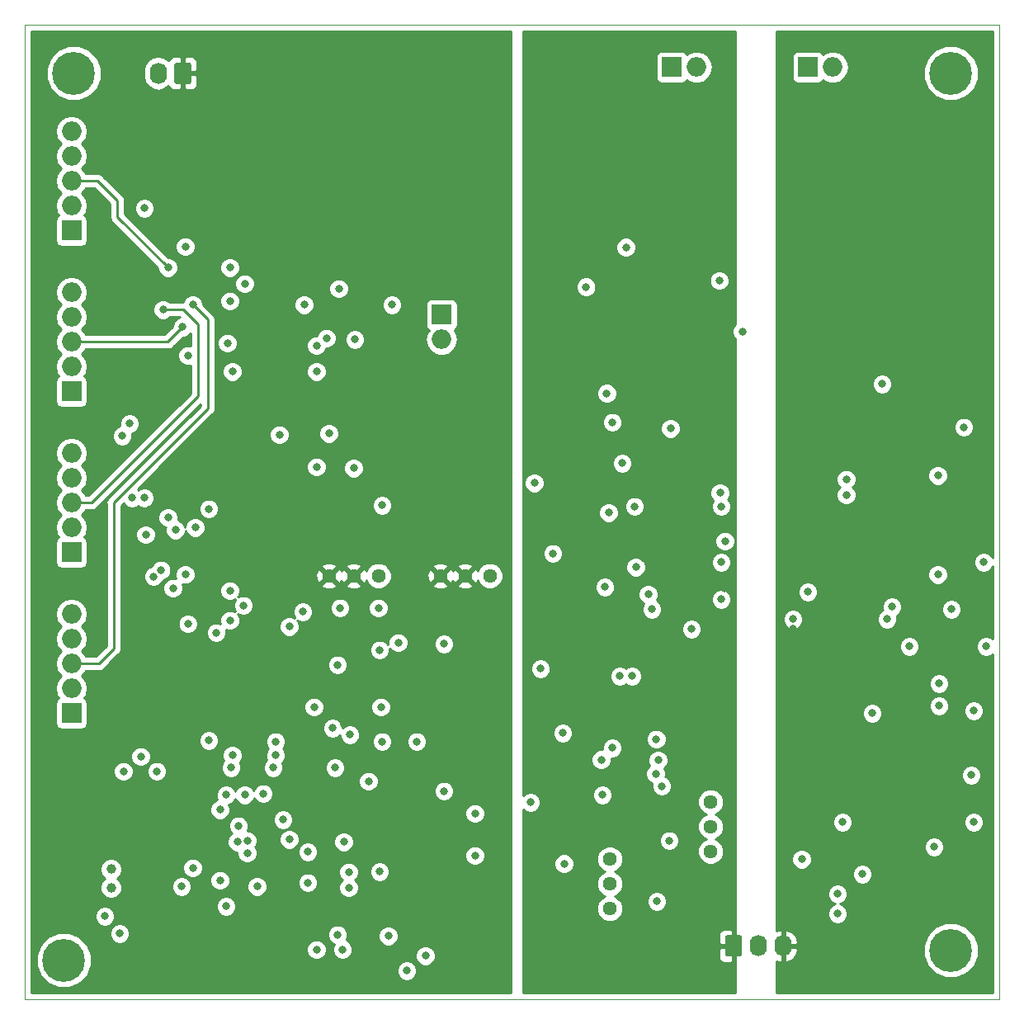
<source format=gbr>
%TF.GenerationSoftware,KiCad,Pcbnew,5.0.2+dfsg1-1*%
%TF.CreationDate,2021-03-05T16:55:40+01:00*%
%TF.ProjectId,XYgen,58596765-6e2e-46b6-9963-61645f706362,rev?*%
%TF.SameCoordinates,Original*%
%TF.FileFunction,Copper,L2,Inr*%
%TF.FilePolarity,Positive*%
%FSLAX46Y46*%
G04 Gerber Fmt 4.6, Leading zero omitted, Abs format (unit mm)*
G04 Created by KiCad (PCBNEW 5.0.2+dfsg1-1) date Fri 05 Mar 2021 04:55:40 PM CET*
%MOMM*%
%LPD*%
G01*
G04 APERTURE LIST*
%ADD10C,0.100000*%
%ADD11C,1.440000*%
%ADD12C,4.400000*%
%ADD13C,1.740000*%
%ADD14O,1.740000X2.200000*%
%ADD15C,1.000000*%
%ADD16R,2.000000X2.000000*%
%ADD17O,2.000000X2.000000*%
%ADD18C,0.800000*%
%ADD19C,0.250000*%
%ADD20C,0.254000*%
G04 APERTURE END LIST*
D10*
X100000000Y-35000000D02*
X100000000Y-135000000D01*
X200000000Y-35000000D02*
X100000000Y-35000000D01*
X200000000Y-135000000D02*
X200000000Y-35000000D01*
X100000000Y-135000000D02*
X200000000Y-135000000D01*
D11*
X147701000Y-91567000D03*
X145161000Y-91567000D03*
X142621000Y-91567000D03*
X170370500Y-114744500D03*
X170370500Y-117284500D03*
X170370500Y-119824500D03*
X136271000Y-91567000D03*
X133731000Y-91567000D03*
X131191000Y-91567000D03*
X160020000Y-125730000D03*
X160020000Y-123190000D03*
X160020000Y-120650000D03*
D12*
X104000000Y-131000000D03*
X195000000Y-130000000D03*
X195000000Y-40000000D03*
X105000000Y-40000000D03*
D10*
G36*
X116849505Y-38906204D02*
X116873773Y-38909804D01*
X116897572Y-38915765D01*
X116920671Y-38924030D01*
X116942850Y-38934520D01*
X116963893Y-38947132D01*
X116983599Y-38961747D01*
X117001777Y-38978223D01*
X117018253Y-38996401D01*
X117032868Y-39016107D01*
X117045480Y-39037150D01*
X117055970Y-39059329D01*
X117064235Y-39082428D01*
X117070196Y-39106227D01*
X117073796Y-39130495D01*
X117075000Y-39154999D01*
X117075000Y-40855001D01*
X117073796Y-40879505D01*
X117070196Y-40903773D01*
X117064235Y-40927572D01*
X117055970Y-40950671D01*
X117045480Y-40972850D01*
X117032868Y-40993893D01*
X117018253Y-41013599D01*
X117001777Y-41031777D01*
X116983599Y-41048253D01*
X116963893Y-41062868D01*
X116942850Y-41075480D01*
X116920671Y-41085970D01*
X116897572Y-41094235D01*
X116873773Y-41100196D01*
X116849505Y-41103796D01*
X116825001Y-41105000D01*
X115584999Y-41105000D01*
X115560495Y-41103796D01*
X115536227Y-41100196D01*
X115512428Y-41094235D01*
X115489329Y-41085970D01*
X115467150Y-41075480D01*
X115446107Y-41062868D01*
X115426401Y-41048253D01*
X115408223Y-41031777D01*
X115391747Y-41013599D01*
X115377132Y-40993893D01*
X115364520Y-40972850D01*
X115354030Y-40950671D01*
X115345765Y-40927572D01*
X115339804Y-40903773D01*
X115336204Y-40879505D01*
X115335000Y-40855001D01*
X115335000Y-39154999D01*
X115336204Y-39130495D01*
X115339804Y-39106227D01*
X115345765Y-39082428D01*
X115354030Y-39059329D01*
X115364520Y-39037150D01*
X115377132Y-39016107D01*
X115391747Y-38996401D01*
X115408223Y-38978223D01*
X115426401Y-38961747D01*
X115446107Y-38947132D01*
X115467150Y-38934520D01*
X115489329Y-38924030D01*
X115512428Y-38915765D01*
X115536227Y-38909804D01*
X115560495Y-38906204D01*
X115584999Y-38905000D01*
X116825001Y-38905000D01*
X116849505Y-38906204D01*
X116849505Y-38906204D01*
G37*
D13*
X116205000Y-40005000D03*
D14*
X113665000Y-40005000D03*
D10*
G36*
X173364505Y-128441204D02*
X173388773Y-128444804D01*
X173412572Y-128450765D01*
X173435671Y-128459030D01*
X173457850Y-128469520D01*
X173478893Y-128482132D01*
X173498599Y-128496747D01*
X173516777Y-128513223D01*
X173533253Y-128531401D01*
X173547868Y-128551107D01*
X173560480Y-128572150D01*
X173570970Y-128594329D01*
X173579235Y-128617428D01*
X173585196Y-128641227D01*
X173588796Y-128665495D01*
X173590000Y-128689999D01*
X173590000Y-130390001D01*
X173588796Y-130414505D01*
X173585196Y-130438773D01*
X173579235Y-130462572D01*
X173570970Y-130485671D01*
X173560480Y-130507850D01*
X173547868Y-130528893D01*
X173533253Y-130548599D01*
X173516777Y-130566777D01*
X173498599Y-130583253D01*
X173478893Y-130597868D01*
X173457850Y-130610480D01*
X173435671Y-130620970D01*
X173412572Y-130629235D01*
X173388773Y-130635196D01*
X173364505Y-130638796D01*
X173340001Y-130640000D01*
X172099999Y-130640000D01*
X172075495Y-130638796D01*
X172051227Y-130635196D01*
X172027428Y-130629235D01*
X172004329Y-130620970D01*
X171982150Y-130610480D01*
X171961107Y-130597868D01*
X171941401Y-130583253D01*
X171923223Y-130566777D01*
X171906747Y-130548599D01*
X171892132Y-130528893D01*
X171879520Y-130507850D01*
X171869030Y-130485671D01*
X171860765Y-130462572D01*
X171854804Y-130438773D01*
X171851204Y-130414505D01*
X171850000Y-130390001D01*
X171850000Y-128689999D01*
X171851204Y-128665495D01*
X171854804Y-128641227D01*
X171860765Y-128617428D01*
X171869030Y-128594329D01*
X171879520Y-128572150D01*
X171892132Y-128551107D01*
X171906747Y-128531401D01*
X171923223Y-128513223D01*
X171941401Y-128496747D01*
X171961107Y-128482132D01*
X171982150Y-128469520D01*
X172004329Y-128459030D01*
X172027428Y-128450765D01*
X172051227Y-128444804D01*
X172075495Y-128441204D01*
X172099999Y-128440000D01*
X173340001Y-128440000D01*
X173364505Y-128441204D01*
X173364505Y-128441204D01*
G37*
D13*
X172720000Y-129540000D03*
D14*
X175260000Y-129540000D03*
X177800000Y-129540000D03*
D15*
X108839000Y-123571000D03*
X108839000Y-121671000D03*
D16*
X142748000Y-64770000D03*
D17*
X142748000Y-67310000D03*
X168910000Y-39370000D03*
D16*
X166370000Y-39370000D03*
X180340000Y-39370000D03*
D17*
X182880000Y-39370000D03*
X104775000Y-95504000D03*
X104775000Y-98044000D03*
X104775000Y-100584000D03*
X104775000Y-103124000D03*
D16*
X104775000Y-105664000D03*
X104775000Y-72644000D03*
D17*
X104775000Y-70104000D03*
X104775000Y-67564000D03*
X104775000Y-65024000D03*
X104775000Y-62484000D03*
X104775000Y-45974000D03*
X104775000Y-48514000D03*
X104775000Y-51054000D03*
X104775000Y-53594000D03*
D16*
X104775000Y-56134000D03*
X104775000Y-89154000D03*
D17*
X104775000Y-86614000D03*
X104775000Y-84074000D03*
X104775000Y-81534000D03*
X104775000Y-78994000D03*
D18*
X155321000Y-115697000D03*
X153162000Y-120269000D03*
X185928000Y-122174000D03*
X183388000Y-126238000D03*
X178816000Y-96012000D03*
X180340000Y-93218000D03*
X158496000Y-102108000D03*
X171450000Y-98298000D03*
X153035000Y-84455000D03*
X158369000Y-78232000D03*
X187960000Y-71882000D03*
X170942000Y-68453000D03*
X168402000Y-95758000D03*
X171767500Y-92837000D03*
X171577000Y-122174000D03*
X156456536Y-69034005D03*
X166243000Y-76454000D03*
X164719000Y-111887000D03*
X191262000Y-115570000D03*
X193040000Y-112014000D03*
X183388000Y-112522000D03*
X184912000Y-103886000D03*
X194564000Y-85852000D03*
X168402000Y-97028000D03*
X171450000Y-90170000D03*
X178308000Y-81407000D03*
X186563000Y-79756000D03*
X178943000Y-111887000D03*
X160274000Y-109220000D03*
X164973000Y-110490000D03*
X179197000Y-110490000D03*
X178816000Y-97028000D03*
X178498500Y-90233500D03*
X178498500Y-63373000D03*
X110998000Y-83566000D03*
X109982000Y-77216000D03*
X125730000Y-108585000D03*
X118872002Y-108458000D03*
X140208000Y-108585000D03*
X136651998Y-108585000D03*
X110744000Y-75946000D03*
X112268000Y-83566000D03*
X125730000Y-109982000D03*
X121285000Y-109982000D03*
X112395000Y-87339000D03*
X121031000Y-96139000D03*
X122428000Y-94615000D03*
X121031000Y-93091000D03*
X121031000Y-63373000D03*
X122555000Y-61595000D03*
X121031000Y-59944000D03*
X112268000Y-53848000D03*
X108204000Y-126492000D03*
X109728000Y-128270000D03*
X117221000Y-121539000D03*
X116078000Y-123444000D03*
X113538000Y-111633000D03*
X111887000Y-110109000D03*
X110109000Y-111633000D03*
X120015000Y-115570000D03*
X120650000Y-114046000D03*
X129032000Y-123063000D03*
X129032000Y-119888000D03*
X129921000Y-80391000D03*
X133731000Y-80518000D03*
X121285000Y-70612000D03*
X120777000Y-67691000D03*
X132207000Y-62103000D03*
X130937000Y-67183000D03*
X146177000Y-120269000D03*
X143002000Y-113665000D03*
X135255000Y-112649000D03*
X132080000Y-128397000D03*
X141097000Y-130556000D03*
X146177000Y-115951000D03*
X128524000Y-95250000D03*
X127127000Y-96774000D03*
X132080000Y-100711000D03*
X136398000Y-99187000D03*
X129667000Y-105029000D03*
X136525000Y-105029000D03*
X143002000Y-98552000D03*
X138303000Y-98424996D03*
X166116000Y-118745000D03*
X155321000Y-121094500D03*
X164782500Y-108331000D03*
X179705000Y-120650000D03*
X197358000Y-116840000D03*
X197104000Y-112014000D03*
X183388000Y-124206000D03*
X186944000Y-105664000D03*
X193802000Y-104902000D03*
X193802000Y-102616000D03*
X197358000Y-105410000D03*
X188468000Y-96012000D03*
X188976000Y-94742000D03*
X195072000Y-94996000D03*
X198374000Y-90170000D03*
X164338000Y-94996000D03*
X152908000Y-101092000D03*
X171450000Y-93980000D03*
X159512000Y-92710000D03*
X159893000Y-85090000D03*
X171831000Y-88011000D03*
X162687000Y-90678000D03*
X161290000Y-80010000D03*
X160274000Y-75819000D03*
X171450000Y-84455000D03*
X171323000Y-83058000D03*
X165354000Y-113157000D03*
X184277000Y-81661000D03*
X196342000Y-76327000D03*
X184277000Y-83248500D03*
X157580489Y-61916265D03*
X171259500Y-61277500D03*
X159702500Y-72834500D03*
X173609000Y-66484500D03*
X132334000Y-94869000D03*
X136271000Y-94869000D03*
X120650000Y-125476000D03*
X136398000Y-121920000D03*
X159131000Y-110426500D03*
X161671000Y-57848500D03*
X159258000Y-114046000D03*
X183896000Y-116840000D03*
X161036000Y-101854000D03*
X155194000Y-107696000D03*
X151892000Y-114808000D03*
X193294000Y-119380000D03*
X162306000Y-101854000D03*
X118364000Y-96266000D03*
X118745000Y-63500000D03*
X110744000Y-115570000D03*
X127381000Y-80518000D03*
X124841000Y-74168000D03*
X126365000Y-68707000D03*
X125730000Y-123190000D03*
X135890000Y-126111000D03*
X140335000Y-122047000D03*
X146177000Y-118110000D03*
X129413000Y-99187000D03*
X134112000Y-100711000D03*
X132715000Y-106807000D03*
X113215840Y-91625840D03*
X115443000Y-86868000D03*
X114173000Y-64262000D03*
X114681000Y-59944001D03*
X117475000Y-86614000D03*
X119634000Y-97409002D03*
X113971776Y-90967845D03*
X114681000Y-85598000D03*
X116164000Y-66040000D03*
X117221000Y-63754000D03*
X116456995Y-91428675D03*
X116739153Y-96493847D03*
X133858000Y-67310000D03*
X163957000Y-93472000D03*
X162560000Y-84455000D03*
X193675000Y-91440000D03*
X193675000Y-81280000D03*
X198628000Y-98806000D03*
X190754000Y-98806000D03*
X116459000Y-57785000D03*
X131191000Y-76962000D03*
X116713000Y-68961000D03*
X126111000Y-77089000D03*
X115189000Y-92837000D03*
X118872000Y-84709000D03*
X126492000Y-116586000D03*
X131572000Y-107188000D03*
X121793000Y-118872000D03*
X121920000Y-117221000D03*
X132588000Y-129921000D03*
X129921000Y-129920998D03*
X133223000Y-123571000D03*
X122809000Y-120015000D03*
X124460000Y-113919000D03*
X137668000Y-63754000D03*
X128651000Y-63754000D03*
X132715000Y-118872000D03*
X122555000Y-114046000D03*
X122809000Y-118745000D03*
X127127000Y-118618002D03*
X133223000Y-121956990D03*
X129921000Y-70612000D03*
X129921000Y-67945000D03*
X120015000Y-122809000D03*
X123824998Y-123444000D03*
X133350000Y-107860000D03*
X131826000Y-111252000D03*
X125476000Y-111252000D03*
X121158000Y-111252000D03*
X136652000Y-84328000D03*
X152273000Y-82042000D03*
X137287000Y-128524000D03*
X154178000Y-89281000D03*
X164846000Y-124968000D03*
X139192000Y-132080000D03*
D19*
X117729000Y-70612000D02*
X117729000Y-66998998D01*
X117729000Y-66998998D02*
X117729000Y-65786000D01*
X117729000Y-65786000D02*
X116205000Y-64262000D01*
X116205000Y-64262000D02*
X114173000Y-64262000D01*
X117729000Y-73152000D02*
X117729000Y-65786000D01*
X105029000Y-84074000D02*
X106807000Y-84074000D01*
X106807000Y-84074000D02*
X117729000Y-73152000D01*
X114681000Y-59690000D02*
X114681000Y-59944001D01*
X109474000Y-54737001D02*
X114681000Y-59944001D01*
X109474000Y-53086000D02*
X109474000Y-54737001D01*
X105029000Y-51054000D02*
X107442000Y-51054000D01*
X107442000Y-51054000D02*
X109474000Y-53086000D01*
X105029000Y-67564000D02*
X114640000Y-67564000D01*
X114640000Y-67564000D02*
X116164000Y-66040000D01*
X118745000Y-65278000D02*
X117221000Y-63754000D01*
X118745000Y-74422000D02*
X118745000Y-65278000D01*
X109093000Y-84074000D02*
X118745000Y-74422000D01*
X109093000Y-99060000D02*
X109093000Y-84074000D01*
X105029000Y-100584000D02*
X107569000Y-100584000D01*
X107569000Y-100584000D02*
X109093000Y-99060000D01*
D20*
G36*
X149873000Y-134315000D02*
X100685000Y-134315000D01*
X100685000Y-130436083D01*
X101165000Y-130436083D01*
X101165000Y-131563917D01*
X101596603Y-132605899D01*
X102394101Y-133403397D01*
X103436083Y-133835000D01*
X104563917Y-133835000D01*
X105605899Y-133403397D01*
X106403397Y-132605899D01*
X106706507Y-131874126D01*
X138157000Y-131874126D01*
X138157000Y-132285874D01*
X138314569Y-132666280D01*
X138605720Y-132957431D01*
X138986126Y-133115000D01*
X139397874Y-133115000D01*
X139778280Y-132957431D01*
X140069431Y-132666280D01*
X140227000Y-132285874D01*
X140227000Y-131874126D01*
X140069431Y-131493720D01*
X139778280Y-131202569D01*
X139397874Y-131045000D01*
X138986126Y-131045000D01*
X138605720Y-131202569D01*
X138314569Y-131493720D01*
X138157000Y-131874126D01*
X106706507Y-131874126D01*
X106835000Y-131563917D01*
X106835000Y-130436083D01*
X106536370Y-129715124D01*
X128886000Y-129715124D01*
X128886000Y-130126872D01*
X129043569Y-130507278D01*
X129334720Y-130798429D01*
X129715126Y-130955998D01*
X130126874Y-130955998D01*
X130507280Y-130798429D01*
X130798431Y-130507278D01*
X130956000Y-130126872D01*
X130956000Y-129715124D01*
X130798431Y-129334718D01*
X130507280Y-129043567D01*
X130126874Y-128885998D01*
X129715126Y-128885998D01*
X129334720Y-129043567D01*
X129043569Y-129334718D01*
X128886000Y-129715124D01*
X106536370Y-129715124D01*
X106403397Y-129394101D01*
X105605899Y-128596603D01*
X104563917Y-128165000D01*
X103436083Y-128165000D01*
X102394101Y-128596603D01*
X101596603Y-129394101D01*
X101165000Y-130436083D01*
X100685000Y-130436083D01*
X100685000Y-128064126D01*
X108693000Y-128064126D01*
X108693000Y-128475874D01*
X108850569Y-128856280D01*
X109141720Y-129147431D01*
X109522126Y-129305000D01*
X109933874Y-129305000D01*
X110314280Y-129147431D01*
X110605431Y-128856280D01*
X110763000Y-128475874D01*
X110763000Y-128191126D01*
X131045000Y-128191126D01*
X131045000Y-128602874D01*
X131202569Y-128983280D01*
X131493720Y-129274431D01*
X131700128Y-129359928D01*
X131553000Y-129715126D01*
X131553000Y-130126874D01*
X131710569Y-130507280D01*
X132001720Y-130798431D01*
X132382126Y-130956000D01*
X132793874Y-130956000D01*
X133174280Y-130798431D01*
X133465431Y-130507280D01*
X133530526Y-130350126D01*
X140062000Y-130350126D01*
X140062000Y-130761874D01*
X140219569Y-131142280D01*
X140510720Y-131433431D01*
X140891126Y-131591000D01*
X141302874Y-131591000D01*
X141683280Y-131433431D01*
X141974431Y-131142280D01*
X142132000Y-130761874D01*
X142132000Y-130350126D01*
X141974431Y-129969720D01*
X141683280Y-129678569D01*
X141302874Y-129521000D01*
X140891126Y-129521000D01*
X140510720Y-129678569D01*
X140219569Y-129969720D01*
X140062000Y-130350126D01*
X133530526Y-130350126D01*
X133623000Y-130126874D01*
X133623000Y-129715126D01*
X133465431Y-129334720D01*
X133174280Y-129043569D01*
X132967872Y-128958072D01*
X133115000Y-128602874D01*
X133115000Y-128318126D01*
X136252000Y-128318126D01*
X136252000Y-128729874D01*
X136409569Y-129110280D01*
X136700720Y-129401431D01*
X137081126Y-129559000D01*
X137492874Y-129559000D01*
X137873280Y-129401431D01*
X138164431Y-129110280D01*
X138322000Y-128729874D01*
X138322000Y-128318126D01*
X138164431Y-127937720D01*
X137873280Y-127646569D01*
X137492874Y-127489000D01*
X137081126Y-127489000D01*
X136700720Y-127646569D01*
X136409569Y-127937720D01*
X136252000Y-128318126D01*
X133115000Y-128318126D01*
X133115000Y-128191126D01*
X132957431Y-127810720D01*
X132666280Y-127519569D01*
X132285874Y-127362000D01*
X131874126Y-127362000D01*
X131493720Y-127519569D01*
X131202569Y-127810720D01*
X131045000Y-128191126D01*
X110763000Y-128191126D01*
X110763000Y-128064126D01*
X110605431Y-127683720D01*
X110314280Y-127392569D01*
X109933874Y-127235000D01*
X109522126Y-127235000D01*
X109141720Y-127392569D01*
X108850569Y-127683720D01*
X108693000Y-128064126D01*
X100685000Y-128064126D01*
X100685000Y-126286126D01*
X107169000Y-126286126D01*
X107169000Y-126697874D01*
X107326569Y-127078280D01*
X107617720Y-127369431D01*
X107998126Y-127527000D01*
X108409874Y-127527000D01*
X108790280Y-127369431D01*
X109081431Y-127078280D01*
X109239000Y-126697874D01*
X109239000Y-126286126D01*
X109081431Y-125905720D01*
X108790280Y-125614569D01*
X108409874Y-125457000D01*
X107998126Y-125457000D01*
X107617720Y-125614569D01*
X107326569Y-125905720D01*
X107169000Y-126286126D01*
X100685000Y-126286126D01*
X100685000Y-125270126D01*
X119615000Y-125270126D01*
X119615000Y-125681874D01*
X119772569Y-126062280D01*
X120063720Y-126353431D01*
X120444126Y-126511000D01*
X120855874Y-126511000D01*
X121236280Y-126353431D01*
X121527431Y-126062280D01*
X121685000Y-125681874D01*
X121685000Y-125270126D01*
X121527431Y-124889720D01*
X121236280Y-124598569D01*
X120855874Y-124441000D01*
X120444126Y-124441000D01*
X120063720Y-124598569D01*
X119772569Y-124889720D01*
X119615000Y-125270126D01*
X100685000Y-125270126D01*
X100685000Y-121445234D01*
X107704000Y-121445234D01*
X107704000Y-121896766D01*
X107876793Y-122313926D01*
X108183867Y-122621000D01*
X107876793Y-122928074D01*
X107704000Y-123345234D01*
X107704000Y-123796766D01*
X107876793Y-124213926D01*
X108196074Y-124533207D01*
X108613234Y-124706000D01*
X109064766Y-124706000D01*
X109481926Y-124533207D01*
X109801207Y-124213926D01*
X109974000Y-123796766D01*
X109974000Y-123345234D01*
X109929635Y-123238126D01*
X115043000Y-123238126D01*
X115043000Y-123649874D01*
X115200569Y-124030280D01*
X115491720Y-124321431D01*
X115872126Y-124479000D01*
X116283874Y-124479000D01*
X116664280Y-124321431D01*
X116955431Y-124030280D01*
X117113000Y-123649874D01*
X117113000Y-123238126D01*
X116955431Y-122857720D01*
X116700837Y-122603126D01*
X118980000Y-122603126D01*
X118980000Y-123014874D01*
X119137569Y-123395280D01*
X119428720Y-123686431D01*
X119809126Y-123844000D01*
X120220874Y-123844000D01*
X120601280Y-123686431D01*
X120892431Y-123395280D01*
X120957526Y-123238126D01*
X122789998Y-123238126D01*
X122789998Y-123649874D01*
X122947567Y-124030280D01*
X123238718Y-124321431D01*
X123619124Y-124479000D01*
X124030872Y-124479000D01*
X124411278Y-124321431D01*
X124702429Y-124030280D01*
X124859998Y-123649874D01*
X124859998Y-123238126D01*
X124702429Y-122857720D01*
X124701835Y-122857126D01*
X127997000Y-122857126D01*
X127997000Y-123268874D01*
X128154569Y-123649280D01*
X128445720Y-123940431D01*
X128826126Y-124098000D01*
X129237874Y-124098000D01*
X129618280Y-123940431D01*
X129909431Y-123649280D01*
X130067000Y-123268874D01*
X130067000Y-122857126D01*
X129909431Y-122476720D01*
X129618280Y-122185569D01*
X129237874Y-122028000D01*
X128826126Y-122028000D01*
X128445720Y-122185569D01*
X128154569Y-122476720D01*
X127997000Y-122857126D01*
X124701835Y-122857126D01*
X124411278Y-122566569D01*
X124030872Y-122409000D01*
X123619124Y-122409000D01*
X123238718Y-122566569D01*
X122947567Y-122857720D01*
X122789998Y-123238126D01*
X120957526Y-123238126D01*
X121050000Y-123014874D01*
X121050000Y-122603126D01*
X120892431Y-122222720D01*
X120601280Y-121931569D01*
X120220874Y-121774000D01*
X119809126Y-121774000D01*
X119428720Y-121931569D01*
X119137569Y-122222720D01*
X118980000Y-122603126D01*
X116700837Y-122603126D01*
X116664280Y-122566569D01*
X116283874Y-122409000D01*
X115872126Y-122409000D01*
X115491720Y-122566569D01*
X115200569Y-122857720D01*
X115043000Y-123238126D01*
X109929635Y-123238126D01*
X109801207Y-122928074D01*
X109494133Y-122621000D01*
X109801207Y-122313926D01*
X109974000Y-121896766D01*
X109974000Y-121445234D01*
X109927564Y-121333126D01*
X116186000Y-121333126D01*
X116186000Y-121744874D01*
X116343569Y-122125280D01*
X116634720Y-122416431D01*
X117015126Y-122574000D01*
X117426874Y-122574000D01*
X117807280Y-122416431D01*
X118098431Y-122125280D01*
X118253414Y-121751116D01*
X132188000Y-121751116D01*
X132188000Y-122162864D01*
X132345569Y-122543270D01*
X132566294Y-122763995D01*
X132345569Y-122984720D01*
X132188000Y-123365126D01*
X132188000Y-123776874D01*
X132345569Y-124157280D01*
X132636720Y-124448431D01*
X133017126Y-124606000D01*
X133428874Y-124606000D01*
X133809280Y-124448431D01*
X134100431Y-124157280D01*
X134258000Y-123776874D01*
X134258000Y-123365126D01*
X134100431Y-122984720D01*
X133879706Y-122763995D01*
X134100431Y-122543270D01*
X134258000Y-122162864D01*
X134258000Y-121751116D01*
X134242679Y-121714126D01*
X135363000Y-121714126D01*
X135363000Y-122125874D01*
X135520569Y-122506280D01*
X135811720Y-122797431D01*
X136192126Y-122955000D01*
X136603874Y-122955000D01*
X136984280Y-122797431D01*
X137275431Y-122506280D01*
X137433000Y-122125874D01*
X137433000Y-121714126D01*
X137275431Y-121333720D01*
X136984280Y-121042569D01*
X136603874Y-120885000D01*
X136192126Y-120885000D01*
X135811720Y-121042569D01*
X135520569Y-121333720D01*
X135363000Y-121714126D01*
X134242679Y-121714126D01*
X134100431Y-121370710D01*
X133809280Y-121079559D01*
X133428874Y-120921990D01*
X133017126Y-120921990D01*
X132636720Y-121079559D01*
X132345569Y-121370710D01*
X132188000Y-121751116D01*
X118253414Y-121751116D01*
X118256000Y-121744874D01*
X118256000Y-121333126D01*
X118098431Y-120952720D01*
X117807280Y-120661569D01*
X117426874Y-120504000D01*
X117015126Y-120504000D01*
X116634720Y-120661569D01*
X116343569Y-120952720D01*
X116186000Y-121333126D01*
X109927564Y-121333126D01*
X109801207Y-121028074D01*
X109481926Y-120708793D01*
X109064766Y-120536000D01*
X108613234Y-120536000D01*
X108196074Y-120708793D01*
X107876793Y-121028074D01*
X107704000Y-121445234D01*
X100685000Y-121445234D01*
X100685000Y-118666126D01*
X120758000Y-118666126D01*
X120758000Y-119077874D01*
X120915569Y-119458280D01*
X121206720Y-119749431D01*
X121587126Y-119907000D01*
X121774000Y-119907000D01*
X121774000Y-120220874D01*
X121931569Y-120601280D01*
X122222720Y-120892431D01*
X122603126Y-121050000D01*
X123014874Y-121050000D01*
X123395280Y-120892431D01*
X123686431Y-120601280D01*
X123844000Y-120220874D01*
X123844000Y-119809126D01*
X123791395Y-119682126D01*
X127997000Y-119682126D01*
X127997000Y-120093874D01*
X128154569Y-120474280D01*
X128445720Y-120765431D01*
X128826126Y-120923000D01*
X129237874Y-120923000D01*
X129618280Y-120765431D01*
X129909431Y-120474280D01*
X130067000Y-120093874D01*
X130067000Y-120063126D01*
X145142000Y-120063126D01*
X145142000Y-120474874D01*
X145299569Y-120855280D01*
X145590720Y-121146431D01*
X145971126Y-121304000D01*
X146382874Y-121304000D01*
X146763280Y-121146431D01*
X147054431Y-120855280D01*
X147212000Y-120474874D01*
X147212000Y-120063126D01*
X147054431Y-119682720D01*
X146763280Y-119391569D01*
X146382874Y-119234000D01*
X145971126Y-119234000D01*
X145590720Y-119391569D01*
X145299569Y-119682720D01*
X145142000Y-120063126D01*
X130067000Y-120063126D01*
X130067000Y-119682126D01*
X129909431Y-119301720D01*
X129618280Y-119010569D01*
X129237874Y-118853000D01*
X128826126Y-118853000D01*
X128445720Y-119010569D01*
X128154569Y-119301720D01*
X127997000Y-119682126D01*
X123791395Y-119682126D01*
X123686431Y-119428720D01*
X123637711Y-119380000D01*
X123686431Y-119331280D01*
X123844000Y-118950874D01*
X123844000Y-118539126D01*
X123791396Y-118412128D01*
X126092000Y-118412128D01*
X126092000Y-118823876D01*
X126249569Y-119204282D01*
X126540720Y-119495433D01*
X126921126Y-119653002D01*
X127332874Y-119653002D01*
X127713280Y-119495433D01*
X128004431Y-119204282D01*
X128162000Y-118823876D01*
X128162000Y-118666126D01*
X131680000Y-118666126D01*
X131680000Y-119077874D01*
X131837569Y-119458280D01*
X132128720Y-119749431D01*
X132509126Y-119907000D01*
X132920874Y-119907000D01*
X133301280Y-119749431D01*
X133592431Y-119458280D01*
X133750000Y-119077874D01*
X133750000Y-118666126D01*
X133592431Y-118285720D01*
X133301280Y-117994569D01*
X132920874Y-117837000D01*
X132509126Y-117837000D01*
X132128720Y-117994569D01*
X131837569Y-118285720D01*
X131680000Y-118666126D01*
X128162000Y-118666126D01*
X128162000Y-118412128D01*
X128004431Y-118031722D01*
X127713280Y-117740571D01*
X127332874Y-117583002D01*
X126921126Y-117583002D01*
X126540720Y-117740571D01*
X126249569Y-118031722D01*
X126092000Y-118412128D01*
X123791396Y-118412128D01*
X123686431Y-118158720D01*
X123395280Y-117867569D01*
X123014874Y-117710000D01*
X122837726Y-117710000D01*
X122955000Y-117426874D01*
X122955000Y-117015126D01*
X122797431Y-116634720D01*
X122542837Y-116380126D01*
X125457000Y-116380126D01*
X125457000Y-116791874D01*
X125614569Y-117172280D01*
X125905720Y-117463431D01*
X126286126Y-117621000D01*
X126697874Y-117621000D01*
X127078280Y-117463431D01*
X127369431Y-117172280D01*
X127527000Y-116791874D01*
X127527000Y-116380126D01*
X127369431Y-115999720D01*
X127114837Y-115745126D01*
X145142000Y-115745126D01*
X145142000Y-116156874D01*
X145299569Y-116537280D01*
X145590720Y-116828431D01*
X145971126Y-116986000D01*
X146382874Y-116986000D01*
X146763280Y-116828431D01*
X147054431Y-116537280D01*
X147212000Y-116156874D01*
X147212000Y-115745126D01*
X147054431Y-115364720D01*
X146763280Y-115073569D01*
X146382874Y-114916000D01*
X145971126Y-114916000D01*
X145590720Y-115073569D01*
X145299569Y-115364720D01*
X145142000Y-115745126D01*
X127114837Y-115745126D01*
X127078280Y-115708569D01*
X126697874Y-115551000D01*
X126286126Y-115551000D01*
X125905720Y-115708569D01*
X125614569Y-115999720D01*
X125457000Y-116380126D01*
X122542837Y-116380126D01*
X122506280Y-116343569D01*
X122125874Y-116186000D01*
X121714126Y-116186000D01*
X121333720Y-116343569D01*
X121042569Y-116634720D01*
X120885000Y-117015126D01*
X120885000Y-117426874D01*
X121042569Y-117807280D01*
X121223081Y-117987792D01*
X121206720Y-117994569D01*
X120915569Y-118285720D01*
X120758000Y-118666126D01*
X100685000Y-118666126D01*
X100685000Y-115364126D01*
X118980000Y-115364126D01*
X118980000Y-115775874D01*
X119137569Y-116156280D01*
X119428720Y-116447431D01*
X119809126Y-116605000D01*
X120220874Y-116605000D01*
X120601280Y-116447431D01*
X120892431Y-116156280D01*
X121050000Y-115775874D01*
X121050000Y-115364126D01*
X120921471Y-115053829D01*
X121236280Y-114923431D01*
X121527431Y-114632280D01*
X121602500Y-114451047D01*
X121677569Y-114632280D01*
X121968720Y-114923431D01*
X122349126Y-115081000D01*
X122760874Y-115081000D01*
X123141280Y-114923431D01*
X123432431Y-114632280D01*
X123533803Y-114387547D01*
X123582569Y-114505280D01*
X123873720Y-114796431D01*
X124254126Y-114954000D01*
X124665874Y-114954000D01*
X125046280Y-114796431D01*
X125337431Y-114505280D01*
X125495000Y-114124874D01*
X125495000Y-113713126D01*
X125337431Y-113332720D01*
X125046280Y-113041569D01*
X124665874Y-112884000D01*
X124254126Y-112884000D01*
X123873720Y-113041569D01*
X123582569Y-113332720D01*
X123481197Y-113577453D01*
X123432431Y-113459720D01*
X123141280Y-113168569D01*
X122760874Y-113011000D01*
X122349126Y-113011000D01*
X121968720Y-113168569D01*
X121677569Y-113459720D01*
X121602500Y-113640953D01*
X121527431Y-113459720D01*
X121236280Y-113168569D01*
X120855874Y-113011000D01*
X120444126Y-113011000D01*
X120063720Y-113168569D01*
X119772569Y-113459720D01*
X119615000Y-113840126D01*
X119615000Y-114251874D01*
X119743529Y-114562171D01*
X119428720Y-114692569D01*
X119137569Y-114983720D01*
X118980000Y-115364126D01*
X100685000Y-115364126D01*
X100685000Y-111427126D01*
X109074000Y-111427126D01*
X109074000Y-111838874D01*
X109231569Y-112219280D01*
X109522720Y-112510431D01*
X109903126Y-112668000D01*
X110314874Y-112668000D01*
X110695280Y-112510431D01*
X110986431Y-112219280D01*
X111144000Y-111838874D01*
X111144000Y-111427126D01*
X112503000Y-111427126D01*
X112503000Y-111838874D01*
X112660569Y-112219280D01*
X112951720Y-112510431D01*
X113332126Y-112668000D01*
X113743874Y-112668000D01*
X114124280Y-112510431D01*
X114191585Y-112443126D01*
X134220000Y-112443126D01*
X134220000Y-112854874D01*
X134377569Y-113235280D01*
X134668720Y-113526431D01*
X135049126Y-113684000D01*
X135460874Y-113684000D01*
X135841280Y-113526431D01*
X135908585Y-113459126D01*
X141967000Y-113459126D01*
X141967000Y-113870874D01*
X142124569Y-114251280D01*
X142415720Y-114542431D01*
X142796126Y-114700000D01*
X143207874Y-114700000D01*
X143588280Y-114542431D01*
X143879431Y-114251280D01*
X144037000Y-113870874D01*
X144037000Y-113459126D01*
X143879431Y-113078720D01*
X143588280Y-112787569D01*
X143207874Y-112630000D01*
X142796126Y-112630000D01*
X142415720Y-112787569D01*
X142124569Y-113078720D01*
X141967000Y-113459126D01*
X135908585Y-113459126D01*
X136132431Y-113235280D01*
X136290000Y-112854874D01*
X136290000Y-112443126D01*
X136132431Y-112062720D01*
X135841280Y-111771569D01*
X135460874Y-111614000D01*
X135049126Y-111614000D01*
X134668720Y-111771569D01*
X134377569Y-112062720D01*
X134220000Y-112443126D01*
X114191585Y-112443126D01*
X114415431Y-112219280D01*
X114573000Y-111838874D01*
X114573000Y-111427126D01*
X114415431Y-111046720D01*
X114414837Y-111046126D01*
X120123000Y-111046126D01*
X120123000Y-111457874D01*
X120280569Y-111838280D01*
X120571720Y-112129431D01*
X120952126Y-112287000D01*
X121363874Y-112287000D01*
X121744280Y-112129431D01*
X122035431Y-111838280D01*
X122193000Y-111457874D01*
X122193000Y-111046126D01*
X124441000Y-111046126D01*
X124441000Y-111457874D01*
X124598569Y-111838280D01*
X124889720Y-112129431D01*
X125270126Y-112287000D01*
X125681874Y-112287000D01*
X126062280Y-112129431D01*
X126353431Y-111838280D01*
X126511000Y-111457874D01*
X126511000Y-111046126D01*
X130791000Y-111046126D01*
X130791000Y-111457874D01*
X130948569Y-111838280D01*
X131239720Y-112129431D01*
X131620126Y-112287000D01*
X132031874Y-112287000D01*
X132412280Y-112129431D01*
X132703431Y-111838280D01*
X132861000Y-111457874D01*
X132861000Y-111046126D01*
X132703431Y-110665720D01*
X132412280Y-110374569D01*
X132031874Y-110217000D01*
X131620126Y-110217000D01*
X131239720Y-110374569D01*
X130948569Y-110665720D01*
X130791000Y-111046126D01*
X126511000Y-111046126D01*
X126399286Y-110776425D01*
X126607431Y-110568280D01*
X126765000Y-110187874D01*
X126765000Y-109776126D01*
X126607431Y-109395720D01*
X126495211Y-109283500D01*
X126607431Y-109171280D01*
X126765000Y-108790874D01*
X126765000Y-108379126D01*
X126607431Y-107998720D01*
X126316280Y-107707569D01*
X125935874Y-107550000D01*
X125524126Y-107550000D01*
X125143720Y-107707569D01*
X124852569Y-107998720D01*
X124695000Y-108379126D01*
X124695000Y-108790874D01*
X124852569Y-109171280D01*
X124964789Y-109283500D01*
X124852569Y-109395720D01*
X124695000Y-109776126D01*
X124695000Y-110187874D01*
X124806714Y-110457575D01*
X124598569Y-110665720D01*
X124441000Y-111046126D01*
X122193000Y-111046126D01*
X122044089Y-110686622D01*
X122162431Y-110568280D01*
X122320000Y-110187874D01*
X122320000Y-109776126D01*
X122162431Y-109395720D01*
X121871280Y-109104569D01*
X121490874Y-108947000D01*
X121079126Y-108947000D01*
X120698720Y-109104569D01*
X120407569Y-109395720D01*
X120250000Y-109776126D01*
X120250000Y-110187874D01*
X120398911Y-110547378D01*
X120280569Y-110665720D01*
X120123000Y-111046126D01*
X114414837Y-111046126D01*
X114124280Y-110755569D01*
X113743874Y-110598000D01*
X113332126Y-110598000D01*
X112951720Y-110755569D01*
X112660569Y-111046720D01*
X112503000Y-111427126D01*
X111144000Y-111427126D01*
X110986431Y-111046720D01*
X110695280Y-110755569D01*
X110314874Y-110598000D01*
X109903126Y-110598000D01*
X109522720Y-110755569D01*
X109231569Y-111046720D01*
X109074000Y-111427126D01*
X100685000Y-111427126D01*
X100685000Y-109903126D01*
X110852000Y-109903126D01*
X110852000Y-110314874D01*
X111009569Y-110695280D01*
X111300720Y-110986431D01*
X111681126Y-111144000D01*
X112092874Y-111144000D01*
X112473280Y-110986431D01*
X112764431Y-110695280D01*
X112922000Y-110314874D01*
X112922000Y-109903126D01*
X112764431Y-109522720D01*
X112473280Y-109231569D01*
X112092874Y-109074000D01*
X111681126Y-109074000D01*
X111300720Y-109231569D01*
X111009569Y-109522720D01*
X110852000Y-109903126D01*
X100685000Y-109903126D01*
X100685000Y-108252126D01*
X117837002Y-108252126D01*
X117837002Y-108663874D01*
X117994571Y-109044280D01*
X118285722Y-109335431D01*
X118666128Y-109493000D01*
X119077876Y-109493000D01*
X119458282Y-109335431D01*
X119749433Y-109044280D01*
X119907002Y-108663874D01*
X119907002Y-108252126D01*
X119749433Y-107871720D01*
X119458282Y-107580569D01*
X119077876Y-107423000D01*
X118666128Y-107423000D01*
X118285722Y-107580569D01*
X117994571Y-107871720D01*
X117837002Y-108252126D01*
X100685000Y-108252126D01*
X100685000Y-77010126D01*
X108947000Y-77010126D01*
X108947000Y-77421874D01*
X109104569Y-77802280D01*
X109395720Y-78093431D01*
X109776126Y-78251000D01*
X110187874Y-78251000D01*
X110568280Y-78093431D01*
X110859431Y-77802280D01*
X111017000Y-77421874D01*
X111017000Y-77010126D01*
X110996872Y-76961533D01*
X111330280Y-76823431D01*
X111621431Y-76532280D01*
X111779000Y-76151874D01*
X111779000Y-75740126D01*
X111621431Y-75359720D01*
X111330280Y-75068569D01*
X110949874Y-74911000D01*
X110538126Y-74911000D01*
X110157720Y-75068569D01*
X109866569Y-75359720D01*
X109709000Y-75740126D01*
X109709000Y-76151874D01*
X109729128Y-76200467D01*
X109395720Y-76338569D01*
X109104569Y-76629720D01*
X108947000Y-77010126D01*
X100685000Y-77010126D01*
X100685000Y-62484000D01*
X103107969Y-62484000D01*
X103234864Y-63121945D01*
X103596231Y-63662769D01*
X103732768Y-63754000D01*
X103596231Y-63845231D01*
X103234864Y-64386055D01*
X103107969Y-65024000D01*
X103234864Y-65661945D01*
X103596231Y-66202769D01*
X103732768Y-66294000D01*
X103596231Y-66385231D01*
X103234864Y-66926055D01*
X103107969Y-67564000D01*
X103234864Y-68201945D01*
X103596231Y-68742769D01*
X103732768Y-68834000D01*
X103596231Y-68925231D01*
X103234864Y-69466055D01*
X103107969Y-70104000D01*
X103234864Y-70741945D01*
X103465489Y-71087100D01*
X103317191Y-71186191D01*
X103176843Y-71396235D01*
X103127560Y-71644000D01*
X103127560Y-73644000D01*
X103176843Y-73891765D01*
X103317191Y-74101809D01*
X103527235Y-74242157D01*
X103775000Y-74291440D01*
X105775000Y-74291440D01*
X106022765Y-74242157D01*
X106232809Y-74101809D01*
X106373157Y-73891765D01*
X106422440Y-73644000D01*
X106422440Y-71644000D01*
X106373157Y-71396235D01*
X106232809Y-71186191D01*
X106084511Y-71087100D01*
X106315136Y-70741945D01*
X106442031Y-70104000D01*
X106315136Y-69466055D01*
X105953769Y-68925231D01*
X105817232Y-68834000D01*
X105953769Y-68742769D01*
X106233581Y-68324000D01*
X114565153Y-68324000D01*
X114640000Y-68338888D01*
X114714847Y-68324000D01*
X114714852Y-68324000D01*
X114936537Y-68279904D01*
X115187929Y-68111929D01*
X115230331Y-68048470D01*
X116203802Y-67075000D01*
X116369874Y-67075000D01*
X116750280Y-66917431D01*
X116969000Y-66698711D01*
X116969000Y-67073849D01*
X116969001Y-67073854D01*
X116969001Y-67946763D01*
X116918874Y-67926000D01*
X116507126Y-67926000D01*
X116126720Y-68083569D01*
X115835569Y-68374720D01*
X115678000Y-68755126D01*
X115678000Y-69166874D01*
X115835569Y-69547280D01*
X116126720Y-69838431D01*
X116507126Y-69996000D01*
X116918874Y-69996000D01*
X116969000Y-69975237D01*
X116969000Y-72837198D01*
X106492199Y-83314000D01*
X106233581Y-83314000D01*
X105953769Y-82895231D01*
X105817232Y-82804000D01*
X105953769Y-82712769D01*
X106315136Y-82171945D01*
X106442031Y-81534000D01*
X106315136Y-80896055D01*
X105953769Y-80355231D01*
X105817232Y-80264000D01*
X105953769Y-80172769D01*
X106315136Y-79631945D01*
X106442031Y-78994000D01*
X106315136Y-78356055D01*
X105953769Y-77815231D01*
X105412945Y-77453864D01*
X104936031Y-77359000D01*
X104613969Y-77359000D01*
X104137055Y-77453864D01*
X103596231Y-77815231D01*
X103234864Y-78356055D01*
X103107969Y-78994000D01*
X103234864Y-79631945D01*
X103596231Y-80172769D01*
X103732768Y-80264000D01*
X103596231Y-80355231D01*
X103234864Y-80896055D01*
X103107969Y-81534000D01*
X103234864Y-82171945D01*
X103596231Y-82712769D01*
X103732768Y-82804000D01*
X103596231Y-82895231D01*
X103234864Y-83436055D01*
X103107969Y-84074000D01*
X103234864Y-84711945D01*
X103596231Y-85252769D01*
X103732768Y-85344000D01*
X103596231Y-85435231D01*
X103234864Y-85976055D01*
X103107969Y-86614000D01*
X103234864Y-87251945D01*
X103465489Y-87597100D01*
X103317191Y-87696191D01*
X103176843Y-87906235D01*
X103127560Y-88154000D01*
X103127560Y-90154000D01*
X103176843Y-90401765D01*
X103317191Y-90611809D01*
X103527235Y-90752157D01*
X103775000Y-90801440D01*
X105775000Y-90801440D01*
X106022765Y-90752157D01*
X106232809Y-90611809D01*
X106373157Y-90401765D01*
X106422440Y-90154000D01*
X106422440Y-88154000D01*
X106373157Y-87906235D01*
X106232809Y-87696191D01*
X106084511Y-87597100D01*
X106315136Y-87251945D01*
X106442031Y-86614000D01*
X106315136Y-85976055D01*
X105953769Y-85435231D01*
X105817232Y-85344000D01*
X105953769Y-85252769D01*
X106233581Y-84834000D01*
X106732153Y-84834000D01*
X106807000Y-84848888D01*
X106881847Y-84834000D01*
X106881852Y-84834000D01*
X107103537Y-84789904D01*
X107354929Y-84621929D01*
X107397331Y-84558470D01*
X117985000Y-73970802D01*
X117985000Y-74107197D01*
X108608528Y-83483671D01*
X108545072Y-83526071D01*
X108502672Y-83589527D01*
X108502671Y-83589528D01*
X108377097Y-83777463D01*
X108318112Y-84074000D01*
X108333001Y-84148852D01*
X108333000Y-98745197D01*
X107254199Y-99824000D01*
X106233581Y-99824000D01*
X105953769Y-99405231D01*
X105817232Y-99314000D01*
X105953769Y-99222769D01*
X106315136Y-98681945D01*
X106442031Y-98044000D01*
X106315136Y-97406055D01*
X105953769Y-96865231D01*
X105817232Y-96774000D01*
X105953769Y-96682769D01*
X106315136Y-96141945D01*
X106442031Y-95504000D01*
X106315136Y-94866055D01*
X105953769Y-94325231D01*
X105412945Y-93963864D01*
X104936031Y-93869000D01*
X104613969Y-93869000D01*
X104137055Y-93963864D01*
X103596231Y-94325231D01*
X103234864Y-94866055D01*
X103107969Y-95504000D01*
X103234864Y-96141945D01*
X103596231Y-96682769D01*
X103732768Y-96774000D01*
X103596231Y-96865231D01*
X103234864Y-97406055D01*
X103107969Y-98044000D01*
X103234864Y-98681945D01*
X103596231Y-99222769D01*
X103732768Y-99314000D01*
X103596231Y-99405231D01*
X103234864Y-99946055D01*
X103107969Y-100584000D01*
X103234864Y-101221945D01*
X103596231Y-101762769D01*
X103732768Y-101854000D01*
X103596231Y-101945231D01*
X103234864Y-102486055D01*
X103107969Y-103124000D01*
X103234864Y-103761945D01*
X103465489Y-104107100D01*
X103317191Y-104206191D01*
X103176843Y-104416235D01*
X103127560Y-104664000D01*
X103127560Y-106664000D01*
X103176843Y-106911765D01*
X103317191Y-107121809D01*
X103527235Y-107262157D01*
X103775000Y-107311440D01*
X105775000Y-107311440D01*
X106022765Y-107262157D01*
X106232809Y-107121809D01*
X106326142Y-106982126D01*
X130537000Y-106982126D01*
X130537000Y-107393874D01*
X130694569Y-107774280D01*
X130985720Y-108065431D01*
X131366126Y-108223000D01*
X131777874Y-108223000D01*
X132158280Y-108065431D01*
X132315000Y-107908711D01*
X132315000Y-108065874D01*
X132472569Y-108446280D01*
X132763720Y-108737431D01*
X133144126Y-108895000D01*
X133555874Y-108895000D01*
X133936280Y-108737431D01*
X134227431Y-108446280D01*
X134255247Y-108379126D01*
X135616998Y-108379126D01*
X135616998Y-108790874D01*
X135774567Y-109171280D01*
X136065718Y-109462431D01*
X136446124Y-109620000D01*
X136857872Y-109620000D01*
X137238278Y-109462431D01*
X137529429Y-109171280D01*
X137686998Y-108790874D01*
X137686998Y-108379126D01*
X139173000Y-108379126D01*
X139173000Y-108790874D01*
X139330569Y-109171280D01*
X139621720Y-109462431D01*
X140002126Y-109620000D01*
X140413874Y-109620000D01*
X140794280Y-109462431D01*
X141085431Y-109171280D01*
X141243000Y-108790874D01*
X141243000Y-108379126D01*
X141085431Y-107998720D01*
X140794280Y-107707569D01*
X140413874Y-107550000D01*
X140002126Y-107550000D01*
X139621720Y-107707569D01*
X139330569Y-107998720D01*
X139173000Y-108379126D01*
X137686998Y-108379126D01*
X137529429Y-107998720D01*
X137238278Y-107707569D01*
X136857872Y-107550000D01*
X136446124Y-107550000D01*
X136065718Y-107707569D01*
X135774567Y-107998720D01*
X135616998Y-108379126D01*
X134255247Y-108379126D01*
X134385000Y-108065874D01*
X134385000Y-107654126D01*
X134227431Y-107273720D01*
X133936280Y-106982569D01*
X133555874Y-106825000D01*
X133144126Y-106825000D01*
X132763720Y-106982569D01*
X132607000Y-107139289D01*
X132607000Y-106982126D01*
X132449431Y-106601720D01*
X132158280Y-106310569D01*
X131777874Y-106153000D01*
X131366126Y-106153000D01*
X130985720Y-106310569D01*
X130694569Y-106601720D01*
X130537000Y-106982126D01*
X106326142Y-106982126D01*
X106373157Y-106911765D01*
X106422440Y-106664000D01*
X106422440Y-104823126D01*
X128632000Y-104823126D01*
X128632000Y-105234874D01*
X128789569Y-105615280D01*
X129080720Y-105906431D01*
X129461126Y-106064000D01*
X129872874Y-106064000D01*
X130253280Y-105906431D01*
X130544431Y-105615280D01*
X130702000Y-105234874D01*
X130702000Y-104823126D01*
X135490000Y-104823126D01*
X135490000Y-105234874D01*
X135647569Y-105615280D01*
X135938720Y-105906431D01*
X136319126Y-106064000D01*
X136730874Y-106064000D01*
X137111280Y-105906431D01*
X137402431Y-105615280D01*
X137560000Y-105234874D01*
X137560000Y-104823126D01*
X137402431Y-104442720D01*
X137111280Y-104151569D01*
X136730874Y-103994000D01*
X136319126Y-103994000D01*
X135938720Y-104151569D01*
X135647569Y-104442720D01*
X135490000Y-104823126D01*
X130702000Y-104823126D01*
X130544431Y-104442720D01*
X130253280Y-104151569D01*
X129872874Y-103994000D01*
X129461126Y-103994000D01*
X129080720Y-104151569D01*
X128789569Y-104442720D01*
X128632000Y-104823126D01*
X106422440Y-104823126D01*
X106422440Y-104664000D01*
X106373157Y-104416235D01*
X106232809Y-104206191D01*
X106084511Y-104107100D01*
X106315136Y-103761945D01*
X106442031Y-103124000D01*
X106315136Y-102486055D01*
X105953769Y-101945231D01*
X105817232Y-101854000D01*
X105953769Y-101762769D01*
X106233581Y-101344000D01*
X107494153Y-101344000D01*
X107569000Y-101358888D01*
X107643847Y-101344000D01*
X107643852Y-101344000D01*
X107865537Y-101299904D01*
X108116929Y-101131929D01*
X108159331Y-101068470D01*
X108722675Y-100505126D01*
X131045000Y-100505126D01*
X131045000Y-100916874D01*
X131202569Y-101297280D01*
X131493720Y-101588431D01*
X131874126Y-101746000D01*
X132285874Y-101746000D01*
X132666280Y-101588431D01*
X132957431Y-101297280D01*
X133115000Y-100916874D01*
X133115000Y-100505126D01*
X132957431Y-100124720D01*
X132666280Y-99833569D01*
X132285874Y-99676000D01*
X131874126Y-99676000D01*
X131493720Y-99833569D01*
X131202569Y-100124720D01*
X131045000Y-100505126D01*
X108722675Y-100505126D01*
X109577476Y-99650327D01*
X109640929Y-99607929D01*
X109683327Y-99544476D01*
X109683329Y-99544474D01*
X109808903Y-99356538D01*
X109808904Y-99356537D01*
X109853000Y-99134852D01*
X109853000Y-99134848D01*
X109867888Y-99060001D01*
X109853000Y-98985154D01*
X109853000Y-98981126D01*
X135363000Y-98981126D01*
X135363000Y-99392874D01*
X135520569Y-99773280D01*
X135811720Y-100064431D01*
X136192126Y-100222000D01*
X136603874Y-100222000D01*
X136984280Y-100064431D01*
X137275431Y-99773280D01*
X137433000Y-99392874D01*
X137433000Y-99018707D01*
X137716720Y-99302427D01*
X138097126Y-99459996D01*
X138508874Y-99459996D01*
X138889280Y-99302427D01*
X139180431Y-99011276D01*
X139338000Y-98630870D01*
X139338000Y-98346126D01*
X141967000Y-98346126D01*
X141967000Y-98757874D01*
X142124569Y-99138280D01*
X142415720Y-99429431D01*
X142796126Y-99587000D01*
X143207874Y-99587000D01*
X143588280Y-99429431D01*
X143879431Y-99138280D01*
X144037000Y-98757874D01*
X144037000Y-98346126D01*
X143879431Y-97965720D01*
X143588280Y-97674569D01*
X143207874Y-97517000D01*
X142796126Y-97517000D01*
X142415720Y-97674569D01*
X142124569Y-97965720D01*
X141967000Y-98346126D01*
X139338000Y-98346126D01*
X139338000Y-98219122D01*
X139180431Y-97838716D01*
X138889280Y-97547565D01*
X138508874Y-97389996D01*
X138097126Y-97389996D01*
X137716720Y-97547565D01*
X137425569Y-97838716D01*
X137268000Y-98219122D01*
X137268000Y-98593289D01*
X136984280Y-98309569D01*
X136603874Y-98152000D01*
X136192126Y-98152000D01*
X135811720Y-98309569D01*
X135520569Y-98600720D01*
X135363000Y-98981126D01*
X109853000Y-98981126D01*
X109853000Y-96287973D01*
X115704153Y-96287973D01*
X115704153Y-96699721D01*
X115861722Y-97080127D01*
X116152873Y-97371278D01*
X116533279Y-97528847D01*
X116945027Y-97528847D01*
X117325433Y-97371278D01*
X117493583Y-97203128D01*
X118599000Y-97203128D01*
X118599000Y-97614876D01*
X118756569Y-97995282D01*
X119047720Y-98286433D01*
X119428126Y-98444002D01*
X119839874Y-98444002D01*
X120220280Y-98286433D01*
X120511431Y-97995282D01*
X120669000Y-97614876D01*
X120669000Y-97203128D01*
X120622101Y-97089905D01*
X120825126Y-97174000D01*
X121236874Y-97174000D01*
X121617280Y-97016431D01*
X121908431Y-96725280D01*
X121973526Y-96568126D01*
X126092000Y-96568126D01*
X126092000Y-96979874D01*
X126249569Y-97360280D01*
X126540720Y-97651431D01*
X126921126Y-97809000D01*
X127332874Y-97809000D01*
X127713280Y-97651431D01*
X128004431Y-97360280D01*
X128162000Y-96979874D01*
X128162000Y-96568126D01*
X128004431Y-96187720D01*
X127948683Y-96131972D01*
X128318126Y-96285000D01*
X128729874Y-96285000D01*
X129110280Y-96127431D01*
X129401431Y-95836280D01*
X129559000Y-95455874D01*
X129559000Y-95044126D01*
X129401431Y-94663720D01*
X129400837Y-94663126D01*
X131299000Y-94663126D01*
X131299000Y-95074874D01*
X131456569Y-95455280D01*
X131747720Y-95746431D01*
X132128126Y-95904000D01*
X132539874Y-95904000D01*
X132920280Y-95746431D01*
X133211431Y-95455280D01*
X133369000Y-95074874D01*
X133369000Y-94663126D01*
X135236000Y-94663126D01*
X135236000Y-95074874D01*
X135393569Y-95455280D01*
X135684720Y-95746431D01*
X136065126Y-95904000D01*
X136476874Y-95904000D01*
X136857280Y-95746431D01*
X137148431Y-95455280D01*
X137306000Y-95074874D01*
X137306000Y-94663126D01*
X137148431Y-94282720D01*
X136857280Y-93991569D01*
X136476874Y-93834000D01*
X136065126Y-93834000D01*
X135684720Y-93991569D01*
X135393569Y-94282720D01*
X135236000Y-94663126D01*
X133369000Y-94663126D01*
X133211431Y-94282720D01*
X132920280Y-93991569D01*
X132539874Y-93834000D01*
X132128126Y-93834000D01*
X131747720Y-93991569D01*
X131456569Y-94282720D01*
X131299000Y-94663126D01*
X129400837Y-94663126D01*
X129110280Y-94372569D01*
X128729874Y-94215000D01*
X128318126Y-94215000D01*
X127937720Y-94372569D01*
X127646569Y-94663720D01*
X127489000Y-95044126D01*
X127489000Y-95455874D01*
X127646569Y-95836280D01*
X127702317Y-95892028D01*
X127332874Y-95739000D01*
X126921126Y-95739000D01*
X126540720Y-95896569D01*
X126249569Y-96187720D01*
X126092000Y-96568126D01*
X121973526Y-96568126D01*
X122066000Y-96344874D01*
X122066000Y-95933126D01*
X121908431Y-95552720D01*
X121852683Y-95496972D01*
X122222126Y-95650000D01*
X122633874Y-95650000D01*
X123014280Y-95492431D01*
X123305431Y-95201280D01*
X123463000Y-94820874D01*
X123463000Y-94409126D01*
X123305431Y-94028720D01*
X123014280Y-93737569D01*
X122633874Y-93580000D01*
X122222126Y-93580000D01*
X121852683Y-93733028D01*
X121908431Y-93677280D01*
X122066000Y-93296874D01*
X122066000Y-92885126D01*
X121913424Y-92516774D01*
X130420831Y-92516774D01*
X130485131Y-92754611D01*
X130993342Y-92934333D01*
X131531644Y-92905892D01*
X131896869Y-92754611D01*
X131961169Y-92516774D01*
X132960831Y-92516774D01*
X133025131Y-92754611D01*
X133533342Y-92934333D01*
X134071644Y-92905892D01*
X134436869Y-92754611D01*
X134501169Y-92516774D01*
X133731000Y-91746605D01*
X132960831Y-92516774D01*
X131961169Y-92516774D01*
X131191000Y-91746605D01*
X130420831Y-92516774D01*
X121913424Y-92516774D01*
X121908431Y-92504720D01*
X121617280Y-92213569D01*
X121236874Y-92056000D01*
X120825126Y-92056000D01*
X120444720Y-92213569D01*
X120153569Y-92504720D01*
X119996000Y-92885126D01*
X119996000Y-93296874D01*
X120153569Y-93677280D01*
X120444720Y-93968431D01*
X120825126Y-94126000D01*
X121236874Y-94126000D01*
X121606317Y-93972972D01*
X121550569Y-94028720D01*
X121393000Y-94409126D01*
X121393000Y-94820874D01*
X121550569Y-95201280D01*
X121606317Y-95257028D01*
X121236874Y-95104000D01*
X120825126Y-95104000D01*
X120444720Y-95261569D01*
X120153569Y-95552720D01*
X119996000Y-95933126D01*
X119996000Y-96344874D01*
X120042899Y-96458097D01*
X119839874Y-96374002D01*
X119428126Y-96374002D01*
X119047720Y-96531571D01*
X118756569Y-96822722D01*
X118599000Y-97203128D01*
X117493583Y-97203128D01*
X117616584Y-97080127D01*
X117774153Y-96699721D01*
X117774153Y-96287973D01*
X117616584Y-95907567D01*
X117325433Y-95616416D01*
X116945027Y-95458847D01*
X116533279Y-95458847D01*
X116152873Y-95616416D01*
X115861722Y-95907567D01*
X115704153Y-96287973D01*
X109853000Y-96287973D01*
X109853000Y-91419966D01*
X112180840Y-91419966D01*
X112180840Y-91831714D01*
X112338409Y-92212120D01*
X112629560Y-92503271D01*
X113009966Y-92660840D01*
X113421714Y-92660840D01*
X113493450Y-92631126D01*
X114154000Y-92631126D01*
X114154000Y-93042874D01*
X114311569Y-93423280D01*
X114602720Y-93714431D01*
X114983126Y-93872000D01*
X115394874Y-93872000D01*
X115775280Y-93714431D01*
X116066431Y-93423280D01*
X116224000Y-93042874D01*
X116224000Y-92631126D01*
X116134658Y-92415434D01*
X116251121Y-92463675D01*
X116662869Y-92463675D01*
X117043275Y-92306106D01*
X117334426Y-92014955D01*
X117491995Y-91634549D01*
X117491995Y-91369342D01*
X129823667Y-91369342D01*
X129852108Y-91907644D01*
X130003389Y-92272869D01*
X130241226Y-92337169D01*
X131011395Y-91567000D01*
X131370605Y-91567000D01*
X132140774Y-92337169D01*
X132378611Y-92272869D01*
X132454500Y-92058272D01*
X132543389Y-92272869D01*
X132781226Y-92337169D01*
X133551395Y-91567000D01*
X133910605Y-91567000D01*
X134680774Y-92337169D01*
X134918611Y-92272869D01*
X135000649Y-92040886D01*
X135122286Y-92334546D01*
X135503454Y-92715714D01*
X136001474Y-92922000D01*
X136540526Y-92922000D01*
X137038546Y-92715714D01*
X137237486Y-92516774D01*
X141850831Y-92516774D01*
X141915131Y-92754611D01*
X142423342Y-92934333D01*
X142961644Y-92905892D01*
X143326869Y-92754611D01*
X143391169Y-92516774D01*
X144390831Y-92516774D01*
X144455131Y-92754611D01*
X144963342Y-92934333D01*
X145501644Y-92905892D01*
X145866869Y-92754611D01*
X145931169Y-92516774D01*
X145161000Y-91746605D01*
X144390831Y-92516774D01*
X143391169Y-92516774D01*
X142621000Y-91746605D01*
X141850831Y-92516774D01*
X137237486Y-92516774D01*
X137419714Y-92334546D01*
X137626000Y-91836526D01*
X137626000Y-91369342D01*
X141253667Y-91369342D01*
X141282108Y-91907644D01*
X141433389Y-92272869D01*
X141671226Y-92337169D01*
X142441395Y-91567000D01*
X142800605Y-91567000D01*
X143570774Y-92337169D01*
X143808611Y-92272869D01*
X143884500Y-92058272D01*
X143973389Y-92272869D01*
X144211226Y-92337169D01*
X144981395Y-91567000D01*
X145340605Y-91567000D01*
X146110774Y-92337169D01*
X146348611Y-92272869D01*
X146430649Y-92040886D01*
X146552286Y-92334546D01*
X146933454Y-92715714D01*
X147431474Y-92922000D01*
X147970526Y-92922000D01*
X148468546Y-92715714D01*
X148849714Y-92334546D01*
X149056000Y-91836526D01*
X149056000Y-91297474D01*
X148849714Y-90799454D01*
X148468546Y-90418286D01*
X147970526Y-90212000D01*
X147431474Y-90212000D01*
X146933454Y-90418286D01*
X146552286Y-90799454D01*
X146437675Y-91076151D01*
X146348611Y-90861131D01*
X146110774Y-90796831D01*
X145340605Y-91567000D01*
X144981395Y-91567000D01*
X144211226Y-90796831D01*
X143973389Y-90861131D01*
X143897500Y-91075728D01*
X143808611Y-90861131D01*
X143570774Y-90796831D01*
X142800605Y-91567000D01*
X142441395Y-91567000D01*
X141671226Y-90796831D01*
X141433389Y-90861131D01*
X141253667Y-91369342D01*
X137626000Y-91369342D01*
X137626000Y-91297474D01*
X137419714Y-90799454D01*
X137237486Y-90617226D01*
X141850831Y-90617226D01*
X142621000Y-91387395D01*
X143391169Y-90617226D01*
X144390831Y-90617226D01*
X145161000Y-91387395D01*
X145931169Y-90617226D01*
X145866869Y-90379389D01*
X145358658Y-90199667D01*
X144820356Y-90228108D01*
X144455131Y-90379389D01*
X144390831Y-90617226D01*
X143391169Y-90617226D01*
X143326869Y-90379389D01*
X142818658Y-90199667D01*
X142280356Y-90228108D01*
X141915131Y-90379389D01*
X141850831Y-90617226D01*
X137237486Y-90617226D01*
X137038546Y-90418286D01*
X136540526Y-90212000D01*
X136001474Y-90212000D01*
X135503454Y-90418286D01*
X135122286Y-90799454D01*
X135007675Y-91076151D01*
X134918611Y-90861131D01*
X134680774Y-90796831D01*
X133910605Y-91567000D01*
X133551395Y-91567000D01*
X132781226Y-90796831D01*
X132543389Y-90861131D01*
X132467500Y-91075728D01*
X132378611Y-90861131D01*
X132140774Y-90796831D01*
X131370605Y-91567000D01*
X131011395Y-91567000D01*
X130241226Y-90796831D01*
X130003389Y-90861131D01*
X129823667Y-91369342D01*
X117491995Y-91369342D01*
X117491995Y-91222801D01*
X117334426Y-90842395D01*
X117109257Y-90617226D01*
X130420831Y-90617226D01*
X131191000Y-91387395D01*
X131961169Y-90617226D01*
X132960831Y-90617226D01*
X133731000Y-91387395D01*
X134501169Y-90617226D01*
X134436869Y-90379389D01*
X133928658Y-90199667D01*
X133390356Y-90228108D01*
X133025131Y-90379389D01*
X132960831Y-90617226D01*
X131961169Y-90617226D01*
X131896869Y-90379389D01*
X131388658Y-90199667D01*
X130850356Y-90228108D01*
X130485131Y-90379389D01*
X130420831Y-90617226D01*
X117109257Y-90617226D01*
X117043275Y-90551244D01*
X116662869Y-90393675D01*
X116251121Y-90393675D01*
X115870715Y-90551244D01*
X115579564Y-90842395D01*
X115421995Y-91222801D01*
X115421995Y-91634549D01*
X115511337Y-91850241D01*
X115394874Y-91802000D01*
X114983126Y-91802000D01*
X114602720Y-91959569D01*
X114311569Y-92250720D01*
X114154000Y-92631126D01*
X113493450Y-92631126D01*
X113802120Y-92503271D01*
X114093271Y-92212120D01*
X114180433Y-92001692D01*
X114558056Y-91845276D01*
X114849207Y-91554125D01*
X115006776Y-91173719D01*
X115006776Y-90761971D01*
X114849207Y-90381565D01*
X114558056Y-90090414D01*
X114177650Y-89932845D01*
X113765902Y-89932845D01*
X113385496Y-90090414D01*
X113094345Y-90381565D01*
X113007183Y-90591993D01*
X112629560Y-90748409D01*
X112338409Y-91039560D01*
X112180840Y-91419966D01*
X109853000Y-91419966D01*
X109853000Y-87133126D01*
X111360000Y-87133126D01*
X111360000Y-87544874D01*
X111517569Y-87925280D01*
X111808720Y-88216431D01*
X112189126Y-88374000D01*
X112600874Y-88374000D01*
X112981280Y-88216431D01*
X113272431Y-87925280D01*
X113430000Y-87544874D01*
X113430000Y-87133126D01*
X113272431Y-86752720D01*
X112981280Y-86461569D01*
X112600874Y-86304000D01*
X112189126Y-86304000D01*
X111808720Y-86461569D01*
X111517569Y-86752720D01*
X111360000Y-87133126D01*
X109853000Y-87133126D01*
X109853000Y-85392126D01*
X113646000Y-85392126D01*
X113646000Y-85803874D01*
X113803569Y-86184280D01*
X114094720Y-86475431D01*
X114428128Y-86613533D01*
X114408000Y-86662126D01*
X114408000Y-87073874D01*
X114565569Y-87454280D01*
X114856720Y-87745431D01*
X115237126Y-87903000D01*
X115648874Y-87903000D01*
X116029280Y-87745431D01*
X116320431Y-87454280D01*
X116478000Y-87073874D01*
X116478000Y-86911614D01*
X116597569Y-87200280D01*
X116888720Y-87491431D01*
X117269126Y-87649000D01*
X117680874Y-87649000D01*
X118061280Y-87491431D01*
X118352431Y-87200280D01*
X118510000Y-86819874D01*
X118510000Y-86408126D01*
X118352431Y-86027720D01*
X118061280Y-85736569D01*
X117680874Y-85579000D01*
X117269126Y-85579000D01*
X116888720Y-85736569D01*
X116597569Y-86027720D01*
X116440000Y-86408126D01*
X116440000Y-86570386D01*
X116320431Y-86281720D01*
X116029280Y-85990569D01*
X115695872Y-85852467D01*
X115716000Y-85803874D01*
X115716000Y-85392126D01*
X115558431Y-85011720D01*
X115267280Y-84720569D01*
X114886874Y-84563000D01*
X114475126Y-84563000D01*
X114094720Y-84720569D01*
X113803569Y-85011720D01*
X113646000Y-85392126D01*
X109853000Y-85392126D01*
X109853000Y-84388801D01*
X110111475Y-84130326D01*
X110120569Y-84152280D01*
X110411720Y-84443431D01*
X110792126Y-84601000D01*
X111203874Y-84601000D01*
X111584280Y-84443431D01*
X111633000Y-84394711D01*
X111681720Y-84443431D01*
X112062126Y-84601000D01*
X112473874Y-84601000D01*
X112710163Y-84503126D01*
X117837000Y-84503126D01*
X117837000Y-84914874D01*
X117994569Y-85295280D01*
X118285720Y-85586431D01*
X118666126Y-85744000D01*
X119077874Y-85744000D01*
X119458280Y-85586431D01*
X119749431Y-85295280D01*
X119907000Y-84914874D01*
X119907000Y-84503126D01*
X119749431Y-84122720D01*
X119748837Y-84122126D01*
X135617000Y-84122126D01*
X135617000Y-84533874D01*
X135774569Y-84914280D01*
X136065720Y-85205431D01*
X136446126Y-85363000D01*
X136857874Y-85363000D01*
X137238280Y-85205431D01*
X137529431Y-84914280D01*
X137687000Y-84533874D01*
X137687000Y-84122126D01*
X137529431Y-83741720D01*
X137238280Y-83450569D01*
X136857874Y-83293000D01*
X136446126Y-83293000D01*
X136065720Y-83450569D01*
X135774569Y-83741720D01*
X135617000Y-84122126D01*
X119748837Y-84122126D01*
X119458280Y-83831569D01*
X119077874Y-83674000D01*
X118666126Y-83674000D01*
X118285720Y-83831569D01*
X117994569Y-84122720D01*
X117837000Y-84503126D01*
X112710163Y-84503126D01*
X112854280Y-84443431D01*
X113145431Y-84152280D01*
X113303000Y-83771874D01*
X113303000Y-83360126D01*
X113145431Y-82979720D01*
X112854280Y-82688569D01*
X112473874Y-82531000D01*
X112062126Y-82531000D01*
X111681720Y-82688569D01*
X111633000Y-82737289D01*
X111584280Y-82688569D01*
X111562326Y-82679475D01*
X114056675Y-80185126D01*
X128886000Y-80185126D01*
X128886000Y-80596874D01*
X129043569Y-80977280D01*
X129334720Y-81268431D01*
X129715126Y-81426000D01*
X130126874Y-81426000D01*
X130507280Y-81268431D01*
X130798431Y-80977280D01*
X130956000Y-80596874D01*
X130956000Y-80312126D01*
X132696000Y-80312126D01*
X132696000Y-80723874D01*
X132853569Y-81104280D01*
X133144720Y-81395431D01*
X133525126Y-81553000D01*
X133936874Y-81553000D01*
X134317280Y-81395431D01*
X134608431Y-81104280D01*
X134766000Y-80723874D01*
X134766000Y-80312126D01*
X134608431Y-79931720D01*
X134317280Y-79640569D01*
X133936874Y-79483000D01*
X133525126Y-79483000D01*
X133144720Y-79640569D01*
X132853569Y-79931720D01*
X132696000Y-80312126D01*
X130956000Y-80312126D01*
X130956000Y-80185126D01*
X130798431Y-79804720D01*
X130507280Y-79513569D01*
X130126874Y-79356000D01*
X129715126Y-79356000D01*
X129334720Y-79513569D01*
X129043569Y-79804720D01*
X128886000Y-80185126D01*
X114056675Y-80185126D01*
X117358676Y-76883126D01*
X125076000Y-76883126D01*
X125076000Y-77294874D01*
X125233569Y-77675280D01*
X125524720Y-77966431D01*
X125905126Y-78124000D01*
X126316874Y-78124000D01*
X126697280Y-77966431D01*
X126988431Y-77675280D01*
X127146000Y-77294874D01*
X127146000Y-76883126D01*
X127093395Y-76756126D01*
X130156000Y-76756126D01*
X130156000Y-77167874D01*
X130313569Y-77548280D01*
X130604720Y-77839431D01*
X130985126Y-77997000D01*
X131396874Y-77997000D01*
X131777280Y-77839431D01*
X132068431Y-77548280D01*
X132226000Y-77167874D01*
X132226000Y-76756126D01*
X132068431Y-76375720D01*
X131777280Y-76084569D01*
X131396874Y-75927000D01*
X130985126Y-75927000D01*
X130604720Y-76084569D01*
X130313569Y-76375720D01*
X130156000Y-76756126D01*
X127093395Y-76756126D01*
X126988431Y-76502720D01*
X126697280Y-76211569D01*
X126316874Y-76054000D01*
X125905126Y-76054000D01*
X125524720Y-76211569D01*
X125233569Y-76502720D01*
X125076000Y-76883126D01*
X117358676Y-76883126D01*
X119229476Y-75012327D01*
X119292929Y-74969929D01*
X119335327Y-74906476D01*
X119335329Y-74906474D01*
X119460903Y-74718538D01*
X119460904Y-74718537D01*
X119505000Y-74496852D01*
X119505000Y-74496848D01*
X119519888Y-74422001D01*
X119505000Y-74347154D01*
X119505000Y-70406126D01*
X120250000Y-70406126D01*
X120250000Y-70817874D01*
X120407569Y-71198280D01*
X120698720Y-71489431D01*
X121079126Y-71647000D01*
X121490874Y-71647000D01*
X121871280Y-71489431D01*
X122162431Y-71198280D01*
X122320000Y-70817874D01*
X122320000Y-70406126D01*
X128886000Y-70406126D01*
X128886000Y-70817874D01*
X129043569Y-71198280D01*
X129334720Y-71489431D01*
X129715126Y-71647000D01*
X130126874Y-71647000D01*
X130507280Y-71489431D01*
X130798431Y-71198280D01*
X130956000Y-70817874D01*
X130956000Y-70406126D01*
X130798431Y-70025720D01*
X130507280Y-69734569D01*
X130126874Y-69577000D01*
X129715126Y-69577000D01*
X129334720Y-69734569D01*
X129043569Y-70025720D01*
X128886000Y-70406126D01*
X122320000Y-70406126D01*
X122162431Y-70025720D01*
X121871280Y-69734569D01*
X121490874Y-69577000D01*
X121079126Y-69577000D01*
X120698720Y-69734569D01*
X120407569Y-70025720D01*
X120250000Y-70406126D01*
X119505000Y-70406126D01*
X119505000Y-67485126D01*
X119742000Y-67485126D01*
X119742000Y-67896874D01*
X119899569Y-68277280D01*
X120190720Y-68568431D01*
X120571126Y-68726000D01*
X120982874Y-68726000D01*
X121363280Y-68568431D01*
X121654431Y-68277280D01*
X121812000Y-67896874D01*
X121812000Y-67739126D01*
X128886000Y-67739126D01*
X128886000Y-68150874D01*
X129043569Y-68531280D01*
X129334720Y-68822431D01*
X129715126Y-68980000D01*
X130126874Y-68980000D01*
X130507280Y-68822431D01*
X130798431Y-68531280D01*
X130928196Y-68218000D01*
X131142874Y-68218000D01*
X131523280Y-68060431D01*
X131814431Y-67769280D01*
X131972000Y-67388874D01*
X131972000Y-67104126D01*
X132823000Y-67104126D01*
X132823000Y-67515874D01*
X132980569Y-67896280D01*
X133271720Y-68187431D01*
X133652126Y-68345000D01*
X134063874Y-68345000D01*
X134444280Y-68187431D01*
X134735431Y-67896280D01*
X134893000Y-67515874D01*
X134893000Y-67310000D01*
X141080969Y-67310000D01*
X141207864Y-67947945D01*
X141569231Y-68488769D01*
X142110055Y-68850136D01*
X142586969Y-68945000D01*
X142909031Y-68945000D01*
X143385945Y-68850136D01*
X143926769Y-68488769D01*
X144288136Y-67947945D01*
X144415031Y-67310000D01*
X144288136Y-66672055D01*
X144057511Y-66326900D01*
X144205809Y-66227809D01*
X144346157Y-66017765D01*
X144395440Y-65770000D01*
X144395440Y-63770000D01*
X144346157Y-63522235D01*
X144205809Y-63312191D01*
X143995765Y-63171843D01*
X143748000Y-63122560D01*
X141748000Y-63122560D01*
X141500235Y-63171843D01*
X141290191Y-63312191D01*
X141149843Y-63522235D01*
X141100560Y-63770000D01*
X141100560Y-65770000D01*
X141149843Y-66017765D01*
X141290191Y-66227809D01*
X141438489Y-66326900D01*
X141207864Y-66672055D01*
X141080969Y-67310000D01*
X134893000Y-67310000D01*
X134893000Y-67104126D01*
X134735431Y-66723720D01*
X134444280Y-66432569D01*
X134063874Y-66275000D01*
X133652126Y-66275000D01*
X133271720Y-66432569D01*
X132980569Y-66723720D01*
X132823000Y-67104126D01*
X131972000Y-67104126D01*
X131972000Y-66977126D01*
X131814431Y-66596720D01*
X131523280Y-66305569D01*
X131142874Y-66148000D01*
X130731126Y-66148000D01*
X130350720Y-66305569D01*
X130059569Y-66596720D01*
X129929804Y-66910000D01*
X129715126Y-66910000D01*
X129334720Y-67067569D01*
X129043569Y-67358720D01*
X128886000Y-67739126D01*
X121812000Y-67739126D01*
X121812000Y-67485126D01*
X121654431Y-67104720D01*
X121363280Y-66813569D01*
X120982874Y-66656000D01*
X120571126Y-66656000D01*
X120190720Y-66813569D01*
X119899569Y-67104720D01*
X119742000Y-67485126D01*
X119505000Y-67485126D01*
X119505000Y-65352846D01*
X119519888Y-65277999D01*
X119505000Y-65203152D01*
X119505000Y-65203148D01*
X119460904Y-64981463D01*
X119371914Y-64848280D01*
X119335329Y-64793526D01*
X119335327Y-64793524D01*
X119292929Y-64730071D01*
X119229476Y-64687673D01*
X118256000Y-63714198D01*
X118256000Y-63548126D01*
X118098431Y-63167720D01*
X118097837Y-63167126D01*
X119996000Y-63167126D01*
X119996000Y-63578874D01*
X120153569Y-63959280D01*
X120444720Y-64250431D01*
X120825126Y-64408000D01*
X121236874Y-64408000D01*
X121617280Y-64250431D01*
X121908431Y-63959280D01*
X122066000Y-63578874D01*
X122066000Y-63548126D01*
X127616000Y-63548126D01*
X127616000Y-63959874D01*
X127773569Y-64340280D01*
X128064720Y-64631431D01*
X128445126Y-64789000D01*
X128856874Y-64789000D01*
X129237280Y-64631431D01*
X129528431Y-64340280D01*
X129686000Y-63959874D01*
X129686000Y-63548126D01*
X136633000Y-63548126D01*
X136633000Y-63959874D01*
X136790569Y-64340280D01*
X137081720Y-64631431D01*
X137462126Y-64789000D01*
X137873874Y-64789000D01*
X138254280Y-64631431D01*
X138545431Y-64340280D01*
X138703000Y-63959874D01*
X138703000Y-63548126D01*
X138545431Y-63167720D01*
X138254280Y-62876569D01*
X137873874Y-62719000D01*
X137462126Y-62719000D01*
X137081720Y-62876569D01*
X136790569Y-63167720D01*
X136633000Y-63548126D01*
X129686000Y-63548126D01*
X129528431Y-63167720D01*
X129237280Y-62876569D01*
X128856874Y-62719000D01*
X128445126Y-62719000D01*
X128064720Y-62876569D01*
X127773569Y-63167720D01*
X127616000Y-63548126D01*
X122066000Y-63548126D01*
X122066000Y-63167126D01*
X121908431Y-62786720D01*
X121617280Y-62495569D01*
X121236874Y-62338000D01*
X120825126Y-62338000D01*
X120444720Y-62495569D01*
X120153569Y-62786720D01*
X119996000Y-63167126D01*
X118097837Y-63167126D01*
X117807280Y-62876569D01*
X117426874Y-62719000D01*
X117015126Y-62719000D01*
X116634720Y-62876569D01*
X116343569Y-63167720D01*
X116210795Y-63488265D01*
X116205000Y-63487112D01*
X116130153Y-63502000D01*
X114876711Y-63502000D01*
X114759280Y-63384569D01*
X114378874Y-63227000D01*
X113967126Y-63227000D01*
X113586720Y-63384569D01*
X113295569Y-63675720D01*
X113138000Y-64056126D01*
X113138000Y-64467874D01*
X113295569Y-64848280D01*
X113586720Y-65139431D01*
X113967126Y-65297000D01*
X114378874Y-65297000D01*
X114759280Y-65139431D01*
X114876711Y-65022000D01*
X115890199Y-65022000D01*
X115898073Y-65029875D01*
X115577720Y-65162569D01*
X115286569Y-65453720D01*
X115129000Y-65834126D01*
X115129000Y-66000198D01*
X114325199Y-66804000D01*
X106233581Y-66804000D01*
X105953769Y-66385231D01*
X105817232Y-66294000D01*
X105953769Y-66202769D01*
X106315136Y-65661945D01*
X106442031Y-65024000D01*
X106315136Y-64386055D01*
X105953769Y-63845231D01*
X105817232Y-63754000D01*
X105953769Y-63662769D01*
X106315136Y-63121945D01*
X106442031Y-62484000D01*
X106315136Y-61846055D01*
X106009826Y-61389126D01*
X121520000Y-61389126D01*
X121520000Y-61800874D01*
X121677569Y-62181280D01*
X121968720Y-62472431D01*
X122349126Y-62630000D01*
X122760874Y-62630000D01*
X123141280Y-62472431D01*
X123432431Y-62181280D01*
X123550131Y-61897126D01*
X131172000Y-61897126D01*
X131172000Y-62308874D01*
X131329569Y-62689280D01*
X131620720Y-62980431D01*
X132001126Y-63138000D01*
X132412874Y-63138000D01*
X132793280Y-62980431D01*
X133084431Y-62689280D01*
X133242000Y-62308874D01*
X133242000Y-61897126D01*
X133084431Y-61516720D01*
X132793280Y-61225569D01*
X132412874Y-61068000D01*
X132001126Y-61068000D01*
X131620720Y-61225569D01*
X131329569Y-61516720D01*
X131172000Y-61897126D01*
X123550131Y-61897126D01*
X123590000Y-61800874D01*
X123590000Y-61389126D01*
X123432431Y-61008720D01*
X123141280Y-60717569D01*
X122760874Y-60560000D01*
X122349126Y-60560000D01*
X121968720Y-60717569D01*
X121677569Y-61008720D01*
X121520000Y-61389126D01*
X106009826Y-61389126D01*
X105953769Y-61305231D01*
X105412945Y-60943864D01*
X104936031Y-60849000D01*
X104613969Y-60849000D01*
X104137055Y-60943864D01*
X103596231Y-61305231D01*
X103234864Y-61846055D01*
X103107969Y-62484000D01*
X100685000Y-62484000D01*
X100685000Y-45974000D01*
X103107969Y-45974000D01*
X103234864Y-46611945D01*
X103596231Y-47152769D01*
X103732768Y-47244000D01*
X103596231Y-47335231D01*
X103234864Y-47876055D01*
X103107969Y-48514000D01*
X103234864Y-49151945D01*
X103596231Y-49692769D01*
X103732768Y-49784000D01*
X103596231Y-49875231D01*
X103234864Y-50416055D01*
X103107969Y-51054000D01*
X103234864Y-51691945D01*
X103596231Y-52232769D01*
X103732768Y-52324000D01*
X103596231Y-52415231D01*
X103234864Y-52956055D01*
X103107969Y-53594000D01*
X103234864Y-54231945D01*
X103465489Y-54577100D01*
X103317191Y-54676191D01*
X103176843Y-54886235D01*
X103127560Y-55134000D01*
X103127560Y-57134000D01*
X103176843Y-57381765D01*
X103317191Y-57591809D01*
X103527235Y-57732157D01*
X103775000Y-57781440D01*
X105775000Y-57781440D01*
X106022765Y-57732157D01*
X106232809Y-57591809D01*
X106373157Y-57381765D01*
X106422440Y-57134000D01*
X106422440Y-55134000D01*
X106373157Y-54886235D01*
X106232809Y-54676191D01*
X106084511Y-54577100D01*
X106315136Y-54231945D01*
X106442031Y-53594000D01*
X106315136Y-52956055D01*
X105953769Y-52415231D01*
X105817232Y-52324000D01*
X105953769Y-52232769D01*
X106233581Y-51814000D01*
X107127199Y-51814000D01*
X108714000Y-53400802D01*
X108714001Y-54662150D01*
X108699112Y-54737001D01*
X108758097Y-55033538D01*
X108825315Y-55134136D01*
X108926072Y-55284930D01*
X108989528Y-55327330D01*
X113646000Y-59983803D01*
X113646000Y-60149875D01*
X113803569Y-60530281D01*
X114094720Y-60821432D01*
X114475126Y-60979001D01*
X114886874Y-60979001D01*
X115267280Y-60821432D01*
X115558431Y-60530281D01*
X115716000Y-60149875D01*
X115716000Y-59738127D01*
X115716000Y-59738126D01*
X119996000Y-59738126D01*
X119996000Y-60149874D01*
X120153569Y-60530280D01*
X120444720Y-60821431D01*
X120825126Y-60979000D01*
X121236874Y-60979000D01*
X121617280Y-60821431D01*
X121908431Y-60530280D01*
X122066000Y-60149874D01*
X122066000Y-59738126D01*
X121908431Y-59357720D01*
X121617280Y-59066569D01*
X121236874Y-58909000D01*
X120825126Y-58909000D01*
X120444720Y-59066569D01*
X120153569Y-59357720D01*
X119996000Y-59738126D01*
X115716000Y-59738126D01*
X115558431Y-59357721D01*
X115267280Y-59066570D01*
X114886874Y-58909001D01*
X114720802Y-58909001D01*
X113390927Y-57579126D01*
X115424000Y-57579126D01*
X115424000Y-57990874D01*
X115581569Y-58371280D01*
X115872720Y-58662431D01*
X116253126Y-58820000D01*
X116664874Y-58820000D01*
X117045280Y-58662431D01*
X117336431Y-58371280D01*
X117494000Y-57990874D01*
X117494000Y-57579126D01*
X117336431Y-57198720D01*
X117045280Y-56907569D01*
X116664874Y-56750000D01*
X116253126Y-56750000D01*
X115872720Y-56907569D01*
X115581569Y-57198720D01*
X115424000Y-57579126D01*
X113390927Y-57579126D01*
X110234000Y-54422200D01*
X110234000Y-53642126D01*
X111233000Y-53642126D01*
X111233000Y-54053874D01*
X111390569Y-54434280D01*
X111681720Y-54725431D01*
X112062126Y-54883000D01*
X112473874Y-54883000D01*
X112854280Y-54725431D01*
X113145431Y-54434280D01*
X113303000Y-54053874D01*
X113303000Y-53642126D01*
X113145431Y-53261720D01*
X112854280Y-52970569D01*
X112473874Y-52813000D01*
X112062126Y-52813000D01*
X111681720Y-52970569D01*
X111390569Y-53261720D01*
X111233000Y-53642126D01*
X110234000Y-53642126D01*
X110234000Y-53160847D01*
X110248888Y-53086000D01*
X110234000Y-53011153D01*
X110234000Y-53011148D01*
X110189904Y-52789463D01*
X110021929Y-52538071D01*
X109958473Y-52495671D01*
X108032331Y-50569530D01*
X107989929Y-50506071D01*
X107738537Y-50338096D01*
X107516852Y-50294000D01*
X107516847Y-50294000D01*
X107442000Y-50279112D01*
X107367153Y-50294000D01*
X106233581Y-50294000D01*
X105953769Y-49875231D01*
X105817232Y-49784000D01*
X105953769Y-49692769D01*
X106315136Y-49151945D01*
X106442031Y-48514000D01*
X106315136Y-47876055D01*
X105953769Y-47335231D01*
X105817232Y-47244000D01*
X105953769Y-47152769D01*
X106315136Y-46611945D01*
X106442031Y-45974000D01*
X106315136Y-45336055D01*
X105953769Y-44795231D01*
X105412945Y-44433864D01*
X104936031Y-44339000D01*
X104613969Y-44339000D01*
X104137055Y-44433864D01*
X103596231Y-44795231D01*
X103234864Y-45336055D01*
X103107969Y-45974000D01*
X100685000Y-45974000D01*
X100685000Y-39436083D01*
X102165000Y-39436083D01*
X102165000Y-40563917D01*
X102596603Y-41605899D01*
X103394101Y-42403397D01*
X104436083Y-42835000D01*
X105563917Y-42835000D01*
X106605899Y-42403397D01*
X107403397Y-41605899D01*
X107835000Y-40563917D01*
X107835000Y-39626774D01*
X112160000Y-39626774D01*
X112160000Y-40383225D01*
X112247322Y-40822221D01*
X112579956Y-41320044D01*
X113077778Y-41652678D01*
X113665000Y-41769484D01*
X114252221Y-41652678D01*
X114739636Y-41326999D01*
X114796673Y-41464699D01*
X114975302Y-41643327D01*
X115208691Y-41740000D01*
X115919250Y-41740000D01*
X116078000Y-41581250D01*
X116078000Y-40132000D01*
X116332000Y-40132000D01*
X116332000Y-41581250D01*
X116490750Y-41740000D01*
X117201309Y-41740000D01*
X117434698Y-41643327D01*
X117613327Y-41464699D01*
X117710000Y-41231310D01*
X117710000Y-40290750D01*
X117551250Y-40132000D01*
X116332000Y-40132000D01*
X116078000Y-40132000D01*
X116058000Y-40132000D01*
X116058000Y-39878000D01*
X116078000Y-39878000D01*
X116078000Y-38428750D01*
X116332000Y-38428750D01*
X116332000Y-39878000D01*
X117551250Y-39878000D01*
X117710000Y-39719250D01*
X117710000Y-38778690D01*
X117613327Y-38545301D01*
X117434698Y-38366673D01*
X117201309Y-38270000D01*
X116490750Y-38270000D01*
X116332000Y-38428750D01*
X116078000Y-38428750D01*
X115919250Y-38270000D01*
X115208691Y-38270000D01*
X114975302Y-38366673D01*
X114796673Y-38545301D01*
X114739636Y-38683001D01*
X114252222Y-38357322D01*
X113665000Y-38240516D01*
X113077779Y-38357322D01*
X112579956Y-38689956D01*
X112247322Y-39187778D01*
X112160000Y-39626774D01*
X107835000Y-39626774D01*
X107835000Y-39436083D01*
X107403397Y-38394101D01*
X106605899Y-37596603D01*
X105563917Y-37165000D01*
X104436083Y-37165000D01*
X103394101Y-37596603D01*
X102596603Y-38394101D01*
X102165000Y-39436083D01*
X100685000Y-39436083D01*
X100685000Y-35685000D01*
X149873000Y-35685000D01*
X149873000Y-134315000D01*
X149873000Y-134315000D01*
G37*
X149873000Y-134315000D02*
X100685000Y-134315000D01*
X100685000Y-130436083D01*
X101165000Y-130436083D01*
X101165000Y-131563917D01*
X101596603Y-132605899D01*
X102394101Y-133403397D01*
X103436083Y-133835000D01*
X104563917Y-133835000D01*
X105605899Y-133403397D01*
X106403397Y-132605899D01*
X106706507Y-131874126D01*
X138157000Y-131874126D01*
X138157000Y-132285874D01*
X138314569Y-132666280D01*
X138605720Y-132957431D01*
X138986126Y-133115000D01*
X139397874Y-133115000D01*
X139778280Y-132957431D01*
X140069431Y-132666280D01*
X140227000Y-132285874D01*
X140227000Y-131874126D01*
X140069431Y-131493720D01*
X139778280Y-131202569D01*
X139397874Y-131045000D01*
X138986126Y-131045000D01*
X138605720Y-131202569D01*
X138314569Y-131493720D01*
X138157000Y-131874126D01*
X106706507Y-131874126D01*
X106835000Y-131563917D01*
X106835000Y-130436083D01*
X106536370Y-129715124D01*
X128886000Y-129715124D01*
X128886000Y-130126872D01*
X129043569Y-130507278D01*
X129334720Y-130798429D01*
X129715126Y-130955998D01*
X130126874Y-130955998D01*
X130507280Y-130798429D01*
X130798431Y-130507278D01*
X130956000Y-130126872D01*
X130956000Y-129715124D01*
X130798431Y-129334718D01*
X130507280Y-129043567D01*
X130126874Y-128885998D01*
X129715126Y-128885998D01*
X129334720Y-129043567D01*
X129043569Y-129334718D01*
X128886000Y-129715124D01*
X106536370Y-129715124D01*
X106403397Y-129394101D01*
X105605899Y-128596603D01*
X104563917Y-128165000D01*
X103436083Y-128165000D01*
X102394101Y-128596603D01*
X101596603Y-129394101D01*
X101165000Y-130436083D01*
X100685000Y-130436083D01*
X100685000Y-128064126D01*
X108693000Y-128064126D01*
X108693000Y-128475874D01*
X108850569Y-128856280D01*
X109141720Y-129147431D01*
X109522126Y-129305000D01*
X109933874Y-129305000D01*
X110314280Y-129147431D01*
X110605431Y-128856280D01*
X110763000Y-128475874D01*
X110763000Y-128191126D01*
X131045000Y-128191126D01*
X131045000Y-128602874D01*
X131202569Y-128983280D01*
X131493720Y-129274431D01*
X131700128Y-129359928D01*
X131553000Y-129715126D01*
X131553000Y-130126874D01*
X131710569Y-130507280D01*
X132001720Y-130798431D01*
X132382126Y-130956000D01*
X132793874Y-130956000D01*
X133174280Y-130798431D01*
X133465431Y-130507280D01*
X133530526Y-130350126D01*
X140062000Y-130350126D01*
X140062000Y-130761874D01*
X140219569Y-131142280D01*
X140510720Y-131433431D01*
X140891126Y-131591000D01*
X141302874Y-131591000D01*
X141683280Y-131433431D01*
X141974431Y-131142280D01*
X142132000Y-130761874D01*
X142132000Y-130350126D01*
X141974431Y-129969720D01*
X141683280Y-129678569D01*
X141302874Y-129521000D01*
X140891126Y-129521000D01*
X140510720Y-129678569D01*
X140219569Y-129969720D01*
X140062000Y-130350126D01*
X133530526Y-130350126D01*
X133623000Y-130126874D01*
X133623000Y-129715126D01*
X133465431Y-129334720D01*
X133174280Y-129043569D01*
X132967872Y-128958072D01*
X133115000Y-128602874D01*
X133115000Y-128318126D01*
X136252000Y-128318126D01*
X136252000Y-128729874D01*
X136409569Y-129110280D01*
X136700720Y-129401431D01*
X137081126Y-129559000D01*
X137492874Y-129559000D01*
X137873280Y-129401431D01*
X138164431Y-129110280D01*
X138322000Y-128729874D01*
X138322000Y-128318126D01*
X138164431Y-127937720D01*
X137873280Y-127646569D01*
X137492874Y-127489000D01*
X137081126Y-127489000D01*
X136700720Y-127646569D01*
X136409569Y-127937720D01*
X136252000Y-128318126D01*
X133115000Y-128318126D01*
X133115000Y-128191126D01*
X132957431Y-127810720D01*
X132666280Y-127519569D01*
X132285874Y-127362000D01*
X131874126Y-127362000D01*
X131493720Y-127519569D01*
X131202569Y-127810720D01*
X131045000Y-128191126D01*
X110763000Y-128191126D01*
X110763000Y-128064126D01*
X110605431Y-127683720D01*
X110314280Y-127392569D01*
X109933874Y-127235000D01*
X109522126Y-127235000D01*
X109141720Y-127392569D01*
X108850569Y-127683720D01*
X108693000Y-128064126D01*
X100685000Y-128064126D01*
X100685000Y-126286126D01*
X107169000Y-126286126D01*
X107169000Y-126697874D01*
X107326569Y-127078280D01*
X107617720Y-127369431D01*
X107998126Y-127527000D01*
X108409874Y-127527000D01*
X108790280Y-127369431D01*
X109081431Y-127078280D01*
X109239000Y-126697874D01*
X109239000Y-126286126D01*
X109081431Y-125905720D01*
X108790280Y-125614569D01*
X108409874Y-125457000D01*
X107998126Y-125457000D01*
X107617720Y-125614569D01*
X107326569Y-125905720D01*
X107169000Y-126286126D01*
X100685000Y-126286126D01*
X100685000Y-125270126D01*
X119615000Y-125270126D01*
X119615000Y-125681874D01*
X119772569Y-126062280D01*
X120063720Y-126353431D01*
X120444126Y-126511000D01*
X120855874Y-126511000D01*
X121236280Y-126353431D01*
X121527431Y-126062280D01*
X121685000Y-125681874D01*
X121685000Y-125270126D01*
X121527431Y-124889720D01*
X121236280Y-124598569D01*
X120855874Y-124441000D01*
X120444126Y-124441000D01*
X120063720Y-124598569D01*
X119772569Y-124889720D01*
X119615000Y-125270126D01*
X100685000Y-125270126D01*
X100685000Y-121445234D01*
X107704000Y-121445234D01*
X107704000Y-121896766D01*
X107876793Y-122313926D01*
X108183867Y-122621000D01*
X107876793Y-122928074D01*
X107704000Y-123345234D01*
X107704000Y-123796766D01*
X107876793Y-124213926D01*
X108196074Y-124533207D01*
X108613234Y-124706000D01*
X109064766Y-124706000D01*
X109481926Y-124533207D01*
X109801207Y-124213926D01*
X109974000Y-123796766D01*
X109974000Y-123345234D01*
X109929635Y-123238126D01*
X115043000Y-123238126D01*
X115043000Y-123649874D01*
X115200569Y-124030280D01*
X115491720Y-124321431D01*
X115872126Y-124479000D01*
X116283874Y-124479000D01*
X116664280Y-124321431D01*
X116955431Y-124030280D01*
X117113000Y-123649874D01*
X117113000Y-123238126D01*
X116955431Y-122857720D01*
X116700837Y-122603126D01*
X118980000Y-122603126D01*
X118980000Y-123014874D01*
X119137569Y-123395280D01*
X119428720Y-123686431D01*
X119809126Y-123844000D01*
X120220874Y-123844000D01*
X120601280Y-123686431D01*
X120892431Y-123395280D01*
X120957526Y-123238126D01*
X122789998Y-123238126D01*
X122789998Y-123649874D01*
X122947567Y-124030280D01*
X123238718Y-124321431D01*
X123619124Y-124479000D01*
X124030872Y-124479000D01*
X124411278Y-124321431D01*
X124702429Y-124030280D01*
X124859998Y-123649874D01*
X124859998Y-123238126D01*
X124702429Y-122857720D01*
X124701835Y-122857126D01*
X127997000Y-122857126D01*
X127997000Y-123268874D01*
X128154569Y-123649280D01*
X128445720Y-123940431D01*
X128826126Y-124098000D01*
X129237874Y-124098000D01*
X129618280Y-123940431D01*
X129909431Y-123649280D01*
X130067000Y-123268874D01*
X130067000Y-122857126D01*
X129909431Y-122476720D01*
X129618280Y-122185569D01*
X129237874Y-122028000D01*
X128826126Y-122028000D01*
X128445720Y-122185569D01*
X128154569Y-122476720D01*
X127997000Y-122857126D01*
X124701835Y-122857126D01*
X124411278Y-122566569D01*
X124030872Y-122409000D01*
X123619124Y-122409000D01*
X123238718Y-122566569D01*
X122947567Y-122857720D01*
X122789998Y-123238126D01*
X120957526Y-123238126D01*
X121050000Y-123014874D01*
X121050000Y-122603126D01*
X120892431Y-122222720D01*
X120601280Y-121931569D01*
X120220874Y-121774000D01*
X119809126Y-121774000D01*
X119428720Y-121931569D01*
X119137569Y-122222720D01*
X118980000Y-122603126D01*
X116700837Y-122603126D01*
X116664280Y-122566569D01*
X116283874Y-122409000D01*
X115872126Y-122409000D01*
X115491720Y-122566569D01*
X115200569Y-122857720D01*
X115043000Y-123238126D01*
X109929635Y-123238126D01*
X109801207Y-122928074D01*
X109494133Y-122621000D01*
X109801207Y-122313926D01*
X109974000Y-121896766D01*
X109974000Y-121445234D01*
X109927564Y-121333126D01*
X116186000Y-121333126D01*
X116186000Y-121744874D01*
X116343569Y-122125280D01*
X116634720Y-122416431D01*
X117015126Y-122574000D01*
X117426874Y-122574000D01*
X117807280Y-122416431D01*
X118098431Y-122125280D01*
X118253414Y-121751116D01*
X132188000Y-121751116D01*
X132188000Y-122162864D01*
X132345569Y-122543270D01*
X132566294Y-122763995D01*
X132345569Y-122984720D01*
X132188000Y-123365126D01*
X132188000Y-123776874D01*
X132345569Y-124157280D01*
X132636720Y-124448431D01*
X133017126Y-124606000D01*
X133428874Y-124606000D01*
X133809280Y-124448431D01*
X134100431Y-124157280D01*
X134258000Y-123776874D01*
X134258000Y-123365126D01*
X134100431Y-122984720D01*
X133879706Y-122763995D01*
X134100431Y-122543270D01*
X134258000Y-122162864D01*
X134258000Y-121751116D01*
X134242679Y-121714126D01*
X135363000Y-121714126D01*
X135363000Y-122125874D01*
X135520569Y-122506280D01*
X135811720Y-122797431D01*
X136192126Y-122955000D01*
X136603874Y-122955000D01*
X136984280Y-122797431D01*
X137275431Y-122506280D01*
X137433000Y-122125874D01*
X137433000Y-121714126D01*
X137275431Y-121333720D01*
X136984280Y-121042569D01*
X136603874Y-120885000D01*
X136192126Y-120885000D01*
X135811720Y-121042569D01*
X135520569Y-121333720D01*
X135363000Y-121714126D01*
X134242679Y-121714126D01*
X134100431Y-121370710D01*
X133809280Y-121079559D01*
X133428874Y-120921990D01*
X133017126Y-120921990D01*
X132636720Y-121079559D01*
X132345569Y-121370710D01*
X132188000Y-121751116D01*
X118253414Y-121751116D01*
X118256000Y-121744874D01*
X118256000Y-121333126D01*
X118098431Y-120952720D01*
X117807280Y-120661569D01*
X117426874Y-120504000D01*
X117015126Y-120504000D01*
X116634720Y-120661569D01*
X116343569Y-120952720D01*
X116186000Y-121333126D01*
X109927564Y-121333126D01*
X109801207Y-121028074D01*
X109481926Y-120708793D01*
X109064766Y-120536000D01*
X108613234Y-120536000D01*
X108196074Y-120708793D01*
X107876793Y-121028074D01*
X107704000Y-121445234D01*
X100685000Y-121445234D01*
X100685000Y-118666126D01*
X120758000Y-118666126D01*
X120758000Y-119077874D01*
X120915569Y-119458280D01*
X121206720Y-119749431D01*
X121587126Y-119907000D01*
X121774000Y-119907000D01*
X121774000Y-120220874D01*
X121931569Y-120601280D01*
X122222720Y-120892431D01*
X122603126Y-121050000D01*
X123014874Y-121050000D01*
X123395280Y-120892431D01*
X123686431Y-120601280D01*
X123844000Y-120220874D01*
X123844000Y-119809126D01*
X123791395Y-119682126D01*
X127997000Y-119682126D01*
X127997000Y-120093874D01*
X128154569Y-120474280D01*
X128445720Y-120765431D01*
X128826126Y-120923000D01*
X129237874Y-120923000D01*
X129618280Y-120765431D01*
X129909431Y-120474280D01*
X130067000Y-120093874D01*
X130067000Y-120063126D01*
X145142000Y-120063126D01*
X145142000Y-120474874D01*
X145299569Y-120855280D01*
X145590720Y-121146431D01*
X145971126Y-121304000D01*
X146382874Y-121304000D01*
X146763280Y-121146431D01*
X147054431Y-120855280D01*
X147212000Y-120474874D01*
X147212000Y-120063126D01*
X147054431Y-119682720D01*
X146763280Y-119391569D01*
X146382874Y-119234000D01*
X145971126Y-119234000D01*
X145590720Y-119391569D01*
X145299569Y-119682720D01*
X145142000Y-120063126D01*
X130067000Y-120063126D01*
X130067000Y-119682126D01*
X129909431Y-119301720D01*
X129618280Y-119010569D01*
X129237874Y-118853000D01*
X128826126Y-118853000D01*
X128445720Y-119010569D01*
X128154569Y-119301720D01*
X127997000Y-119682126D01*
X123791395Y-119682126D01*
X123686431Y-119428720D01*
X123637711Y-119380000D01*
X123686431Y-119331280D01*
X123844000Y-118950874D01*
X123844000Y-118539126D01*
X123791396Y-118412128D01*
X126092000Y-118412128D01*
X126092000Y-118823876D01*
X126249569Y-119204282D01*
X126540720Y-119495433D01*
X126921126Y-119653002D01*
X127332874Y-119653002D01*
X127713280Y-119495433D01*
X128004431Y-119204282D01*
X128162000Y-118823876D01*
X128162000Y-118666126D01*
X131680000Y-118666126D01*
X131680000Y-119077874D01*
X131837569Y-119458280D01*
X132128720Y-119749431D01*
X132509126Y-119907000D01*
X132920874Y-119907000D01*
X133301280Y-119749431D01*
X133592431Y-119458280D01*
X133750000Y-119077874D01*
X133750000Y-118666126D01*
X133592431Y-118285720D01*
X133301280Y-117994569D01*
X132920874Y-117837000D01*
X132509126Y-117837000D01*
X132128720Y-117994569D01*
X131837569Y-118285720D01*
X131680000Y-118666126D01*
X128162000Y-118666126D01*
X128162000Y-118412128D01*
X128004431Y-118031722D01*
X127713280Y-117740571D01*
X127332874Y-117583002D01*
X126921126Y-117583002D01*
X126540720Y-117740571D01*
X126249569Y-118031722D01*
X126092000Y-118412128D01*
X123791396Y-118412128D01*
X123686431Y-118158720D01*
X123395280Y-117867569D01*
X123014874Y-117710000D01*
X122837726Y-117710000D01*
X122955000Y-117426874D01*
X122955000Y-117015126D01*
X122797431Y-116634720D01*
X122542837Y-116380126D01*
X125457000Y-116380126D01*
X125457000Y-116791874D01*
X125614569Y-117172280D01*
X125905720Y-117463431D01*
X126286126Y-117621000D01*
X126697874Y-117621000D01*
X127078280Y-117463431D01*
X127369431Y-117172280D01*
X127527000Y-116791874D01*
X127527000Y-116380126D01*
X127369431Y-115999720D01*
X127114837Y-115745126D01*
X145142000Y-115745126D01*
X145142000Y-116156874D01*
X145299569Y-116537280D01*
X145590720Y-116828431D01*
X145971126Y-116986000D01*
X146382874Y-116986000D01*
X146763280Y-116828431D01*
X147054431Y-116537280D01*
X147212000Y-116156874D01*
X147212000Y-115745126D01*
X147054431Y-115364720D01*
X146763280Y-115073569D01*
X146382874Y-114916000D01*
X145971126Y-114916000D01*
X145590720Y-115073569D01*
X145299569Y-115364720D01*
X145142000Y-115745126D01*
X127114837Y-115745126D01*
X127078280Y-115708569D01*
X126697874Y-115551000D01*
X126286126Y-115551000D01*
X125905720Y-115708569D01*
X125614569Y-115999720D01*
X125457000Y-116380126D01*
X122542837Y-116380126D01*
X122506280Y-116343569D01*
X122125874Y-116186000D01*
X121714126Y-116186000D01*
X121333720Y-116343569D01*
X121042569Y-116634720D01*
X120885000Y-117015126D01*
X120885000Y-117426874D01*
X121042569Y-117807280D01*
X121223081Y-117987792D01*
X121206720Y-117994569D01*
X120915569Y-118285720D01*
X120758000Y-118666126D01*
X100685000Y-118666126D01*
X100685000Y-115364126D01*
X118980000Y-115364126D01*
X118980000Y-115775874D01*
X119137569Y-116156280D01*
X119428720Y-116447431D01*
X119809126Y-116605000D01*
X120220874Y-116605000D01*
X120601280Y-116447431D01*
X120892431Y-116156280D01*
X121050000Y-115775874D01*
X121050000Y-115364126D01*
X120921471Y-115053829D01*
X121236280Y-114923431D01*
X121527431Y-114632280D01*
X121602500Y-114451047D01*
X121677569Y-114632280D01*
X121968720Y-114923431D01*
X122349126Y-115081000D01*
X122760874Y-115081000D01*
X123141280Y-114923431D01*
X123432431Y-114632280D01*
X123533803Y-114387547D01*
X123582569Y-114505280D01*
X123873720Y-114796431D01*
X124254126Y-114954000D01*
X124665874Y-114954000D01*
X125046280Y-114796431D01*
X125337431Y-114505280D01*
X125495000Y-114124874D01*
X125495000Y-113713126D01*
X125337431Y-113332720D01*
X125046280Y-113041569D01*
X124665874Y-112884000D01*
X124254126Y-112884000D01*
X123873720Y-113041569D01*
X123582569Y-113332720D01*
X123481197Y-113577453D01*
X123432431Y-113459720D01*
X123141280Y-113168569D01*
X122760874Y-113011000D01*
X122349126Y-113011000D01*
X121968720Y-113168569D01*
X121677569Y-113459720D01*
X121602500Y-113640953D01*
X121527431Y-113459720D01*
X121236280Y-113168569D01*
X120855874Y-113011000D01*
X120444126Y-113011000D01*
X120063720Y-113168569D01*
X119772569Y-113459720D01*
X119615000Y-113840126D01*
X119615000Y-114251874D01*
X119743529Y-114562171D01*
X119428720Y-114692569D01*
X119137569Y-114983720D01*
X118980000Y-115364126D01*
X100685000Y-115364126D01*
X100685000Y-111427126D01*
X109074000Y-111427126D01*
X109074000Y-111838874D01*
X109231569Y-112219280D01*
X109522720Y-112510431D01*
X109903126Y-112668000D01*
X110314874Y-112668000D01*
X110695280Y-112510431D01*
X110986431Y-112219280D01*
X111144000Y-111838874D01*
X111144000Y-111427126D01*
X112503000Y-111427126D01*
X112503000Y-111838874D01*
X112660569Y-112219280D01*
X112951720Y-112510431D01*
X113332126Y-112668000D01*
X113743874Y-112668000D01*
X114124280Y-112510431D01*
X114191585Y-112443126D01*
X134220000Y-112443126D01*
X134220000Y-112854874D01*
X134377569Y-113235280D01*
X134668720Y-113526431D01*
X135049126Y-113684000D01*
X135460874Y-113684000D01*
X135841280Y-113526431D01*
X135908585Y-113459126D01*
X141967000Y-113459126D01*
X141967000Y-113870874D01*
X142124569Y-114251280D01*
X142415720Y-114542431D01*
X142796126Y-114700000D01*
X143207874Y-114700000D01*
X143588280Y-114542431D01*
X143879431Y-114251280D01*
X144037000Y-113870874D01*
X144037000Y-113459126D01*
X143879431Y-113078720D01*
X143588280Y-112787569D01*
X143207874Y-112630000D01*
X142796126Y-112630000D01*
X142415720Y-112787569D01*
X142124569Y-113078720D01*
X141967000Y-113459126D01*
X135908585Y-113459126D01*
X136132431Y-113235280D01*
X136290000Y-112854874D01*
X136290000Y-112443126D01*
X136132431Y-112062720D01*
X135841280Y-111771569D01*
X135460874Y-111614000D01*
X135049126Y-111614000D01*
X134668720Y-111771569D01*
X134377569Y-112062720D01*
X134220000Y-112443126D01*
X114191585Y-112443126D01*
X114415431Y-112219280D01*
X114573000Y-111838874D01*
X114573000Y-111427126D01*
X114415431Y-111046720D01*
X114414837Y-111046126D01*
X120123000Y-111046126D01*
X120123000Y-111457874D01*
X120280569Y-111838280D01*
X120571720Y-112129431D01*
X120952126Y-112287000D01*
X121363874Y-112287000D01*
X121744280Y-112129431D01*
X122035431Y-111838280D01*
X122193000Y-111457874D01*
X122193000Y-111046126D01*
X124441000Y-111046126D01*
X124441000Y-111457874D01*
X124598569Y-111838280D01*
X124889720Y-112129431D01*
X125270126Y-112287000D01*
X125681874Y-112287000D01*
X126062280Y-112129431D01*
X126353431Y-111838280D01*
X126511000Y-111457874D01*
X126511000Y-111046126D01*
X130791000Y-111046126D01*
X130791000Y-111457874D01*
X130948569Y-111838280D01*
X131239720Y-112129431D01*
X131620126Y-112287000D01*
X132031874Y-112287000D01*
X132412280Y-112129431D01*
X132703431Y-111838280D01*
X132861000Y-111457874D01*
X132861000Y-111046126D01*
X132703431Y-110665720D01*
X132412280Y-110374569D01*
X132031874Y-110217000D01*
X131620126Y-110217000D01*
X131239720Y-110374569D01*
X130948569Y-110665720D01*
X130791000Y-111046126D01*
X126511000Y-111046126D01*
X126399286Y-110776425D01*
X126607431Y-110568280D01*
X126765000Y-110187874D01*
X126765000Y-109776126D01*
X126607431Y-109395720D01*
X126495211Y-109283500D01*
X126607431Y-109171280D01*
X126765000Y-108790874D01*
X126765000Y-108379126D01*
X126607431Y-107998720D01*
X126316280Y-107707569D01*
X125935874Y-107550000D01*
X125524126Y-107550000D01*
X125143720Y-107707569D01*
X124852569Y-107998720D01*
X124695000Y-108379126D01*
X124695000Y-108790874D01*
X124852569Y-109171280D01*
X124964789Y-109283500D01*
X124852569Y-109395720D01*
X124695000Y-109776126D01*
X124695000Y-110187874D01*
X124806714Y-110457575D01*
X124598569Y-110665720D01*
X124441000Y-111046126D01*
X122193000Y-111046126D01*
X122044089Y-110686622D01*
X122162431Y-110568280D01*
X122320000Y-110187874D01*
X122320000Y-109776126D01*
X122162431Y-109395720D01*
X121871280Y-109104569D01*
X121490874Y-108947000D01*
X121079126Y-108947000D01*
X120698720Y-109104569D01*
X120407569Y-109395720D01*
X120250000Y-109776126D01*
X120250000Y-110187874D01*
X120398911Y-110547378D01*
X120280569Y-110665720D01*
X120123000Y-111046126D01*
X114414837Y-111046126D01*
X114124280Y-110755569D01*
X113743874Y-110598000D01*
X113332126Y-110598000D01*
X112951720Y-110755569D01*
X112660569Y-111046720D01*
X112503000Y-111427126D01*
X111144000Y-111427126D01*
X110986431Y-111046720D01*
X110695280Y-110755569D01*
X110314874Y-110598000D01*
X109903126Y-110598000D01*
X109522720Y-110755569D01*
X109231569Y-111046720D01*
X109074000Y-111427126D01*
X100685000Y-111427126D01*
X100685000Y-109903126D01*
X110852000Y-109903126D01*
X110852000Y-110314874D01*
X111009569Y-110695280D01*
X111300720Y-110986431D01*
X111681126Y-111144000D01*
X112092874Y-111144000D01*
X112473280Y-110986431D01*
X112764431Y-110695280D01*
X112922000Y-110314874D01*
X112922000Y-109903126D01*
X112764431Y-109522720D01*
X112473280Y-109231569D01*
X112092874Y-109074000D01*
X111681126Y-109074000D01*
X111300720Y-109231569D01*
X111009569Y-109522720D01*
X110852000Y-109903126D01*
X100685000Y-109903126D01*
X100685000Y-108252126D01*
X117837002Y-108252126D01*
X117837002Y-108663874D01*
X117994571Y-109044280D01*
X118285722Y-109335431D01*
X118666128Y-109493000D01*
X119077876Y-109493000D01*
X119458282Y-109335431D01*
X119749433Y-109044280D01*
X119907002Y-108663874D01*
X119907002Y-108252126D01*
X119749433Y-107871720D01*
X119458282Y-107580569D01*
X119077876Y-107423000D01*
X118666128Y-107423000D01*
X118285722Y-107580569D01*
X117994571Y-107871720D01*
X117837002Y-108252126D01*
X100685000Y-108252126D01*
X100685000Y-77010126D01*
X108947000Y-77010126D01*
X108947000Y-77421874D01*
X109104569Y-77802280D01*
X109395720Y-78093431D01*
X109776126Y-78251000D01*
X110187874Y-78251000D01*
X110568280Y-78093431D01*
X110859431Y-77802280D01*
X111017000Y-77421874D01*
X111017000Y-77010126D01*
X110996872Y-76961533D01*
X111330280Y-76823431D01*
X111621431Y-76532280D01*
X111779000Y-76151874D01*
X111779000Y-75740126D01*
X111621431Y-75359720D01*
X111330280Y-75068569D01*
X110949874Y-74911000D01*
X110538126Y-74911000D01*
X110157720Y-75068569D01*
X109866569Y-75359720D01*
X109709000Y-75740126D01*
X109709000Y-76151874D01*
X109729128Y-76200467D01*
X109395720Y-76338569D01*
X109104569Y-76629720D01*
X108947000Y-77010126D01*
X100685000Y-77010126D01*
X100685000Y-62484000D01*
X103107969Y-62484000D01*
X103234864Y-63121945D01*
X103596231Y-63662769D01*
X103732768Y-63754000D01*
X103596231Y-63845231D01*
X103234864Y-64386055D01*
X103107969Y-65024000D01*
X103234864Y-65661945D01*
X103596231Y-66202769D01*
X103732768Y-66294000D01*
X103596231Y-66385231D01*
X103234864Y-66926055D01*
X103107969Y-67564000D01*
X103234864Y-68201945D01*
X103596231Y-68742769D01*
X103732768Y-68834000D01*
X103596231Y-68925231D01*
X103234864Y-69466055D01*
X103107969Y-70104000D01*
X103234864Y-70741945D01*
X103465489Y-71087100D01*
X103317191Y-71186191D01*
X103176843Y-71396235D01*
X103127560Y-71644000D01*
X103127560Y-73644000D01*
X103176843Y-73891765D01*
X103317191Y-74101809D01*
X103527235Y-74242157D01*
X103775000Y-74291440D01*
X105775000Y-74291440D01*
X106022765Y-74242157D01*
X106232809Y-74101809D01*
X106373157Y-73891765D01*
X106422440Y-73644000D01*
X106422440Y-71644000D01*
X106373157Y-71396235D01*
X106232809Y-71186191D01*
X106084511Y-71087100D01*
X106315136Y-70741945D01*
X106442031Y-70104000D01*
X106315136Y-69466055D01*
X105953769Y-68925231D01*
X105817232Y-68834000D01*
X105953769Y-68742769D01*
X106233581Y-68324000D01*
X114565153Y-68324000D01*
X114640000Y-68338888D01*
X114714847Y-68324000D01*
X114714852Y-68324000D01*
X114936537Y-68279904D01*
X115187929Y-68111929D01*
X115230331Y-68048470D01*
X116203802Y-67075000D01*
X116369874Y-67075000D01*
X116750280Y-66917431D01*
X116969000Y-66698711D01*
X116969000Y-67073849D01*
X116969001Y-67073854D01*
X116969001Y-67946763D01*
X116918874Y-67926000D01*
X116507126Y-67926000D01*
X116126720Y-68083569D01*
X115835569Y-68374720D01*
X115678000Y-68755126D01*
X115678000Y-69166874D01*
X115835569Y-69547280D01*
X116126720Y-69838431D01*
X116507126Y-69996000D01*
X116918874Y-69996000D01*
X116969000Y-69975237D01*
X116969000Y-72837198D01*
X106492199Y-83314000D01*
X106233581Y-83314000D01*
X105953769Y-82895231D01*
X105817232Y-82804000D01*
X105953769Y-82712769D01*
X106315136Y-82171945D01*
X106442031Y-81534000D01*
X106315136Y-80896055D01*
X105953769Y-80355231D01*
X105817232Y-80264000D01*
X105953769Y-80172769D01*
X106315136Y-79631945D01*
X106442031Y-78994000D01*
X106315136Y-78356055D01*
X105953769Y-77815231D01*
X105412945Y-77453864D01*
X104936031Y-77359000D01*
X104613969Y-77359000D01*
X104137055Y-77453864D01*
X103596231Y-77815231D01*
X103234864Y-78356055D01*
X103107969Y-78994000D01*
X103234864Y-79631945D01*
X103596231Y-80172769D01*
X103732768Y-80264000D01*
X103596231Y-80355231D01*
X103234864Y-80896055D01*
X103107969Y-81534000D01*
X103234864Y-82171945D01*
X103596231Y-82712769D01*
X103732768Y-82804000D01*
X103596231Y-82895231D01*
X103234864Y-83436055D01*
X103107969Y-84074000D01*
X103234864Y-84711945D01*
X103596231Y-85252769D01*
X103732768Y-85344000D01*
X103596231Y-85435231D01*
X103234864Y-85976055D01*
X103107969Y-86614000D01*
X103234864Y-87251945D01*
X103465489Y-87597100D01*
X103317191Y-87696191D01*
X103176843Y-87906235D01*
X103127560Y-88154000D01*
X103127560Y-90154000D01*
X103176843Y-90401765D01*
X103317191Y-90611809D01*
X103527235Y-90752157D01*
X103775000Y-90801440D01*
X105775000Y-90801440D01*
X106022765Y-90752157D01*
X106232809Y-90611809D01*
X106373157Y-90401765D01*
X106422440Y-90154000D01*
X106422440Y-88154000D01*
X106373157Y-87906235D01*
X106232809Y-87696191D01*
X106084511Y-87597100D01*
X106315136Y-87251945D01*
X106442031Y-86614000D01*
X106315136Y-85976055D01*
X105953769Y-85435231D01*
X105817232Y-85344000D01*
X105953769Y-85252769D01*
X106233581Y-84834000D01*
X106732153Y-84834000D01*
X106807000Y-84848888D01*
X106881847Y-84834000D01*
X106881852Y-84834000D01*
X107103537Y-84789904D01*
X107354929Y-84621929D01*
X107397331Y-84558470D01*
X117985000Y-73970802D01*
X117985000Y-74107197D01*
X108608528Y-83483671D01*
X108545072Y-83526071D01*
X108502672Y-83589527D01*
X108502671Y-83589528D01*
X108377097Y-83777463D01*
X108318112Y-84074000D01*
X108333001Y-84148852D01*
X108333000Y-98745197D01*
X107254199Y-99824000D01*
X106233581Y-99824000D01*
X105953769Y-99405231D01*
X105817232Y-99314000D01*
X105953769Y-99222769D01*
X106315136Y-98681945D01*
X106442031Y-98044000D01*
X106315136Y-97406055D01*
X105953769Y-96865231D01*
X105817232Y-96774000D01*
X105953769Y-96682769D01*
X106315136Y-96141945D01*
X106442031Y-95504000D01*
X106315136Y-94866055D01*
X105953769Y-94325231D01*
X105412945Y-93963864D01*
X104936031Y-93869000D01*
X104613969Y-93869000D01*
X104137055Y-93963864D01*
X103596231Y-94325231D01*
X103234864Y-94866055D01*
X103107969Y-95504000D01*
X103234864Y-96141945D01*
X103596231Y-96682769D01*
X103732768Y-96774000D01*
X103596231Y-96865231D01*
X103234864Y-97406055D01*
X103107969Y-98044000D01*
X103234864Y-98681945D01*
X103596231Y-99222769D01*
X103732768Y-99314000D01*
X103596231Y-99405231D01*
X103234864Y-99946055D01*
X103107969Y-100584000D01*
X103234864Y-101221945D01*
X103596231Y-101762769D01*
X103732768Y-101854000D01*
X103596231Y-101945231D01*
X103234864Y-102486055D01*
X103107969Y-103124000D01*
X103234864Y-103761945D01*
X103465489Y-104107100D01*
X103317191Y-104206191D01*
X103176843Y-104416235D01*
X103127560Y-104664000D01*
X103127560Y-106664000D01*
X103176843Y-106911765D01*
X103317191Y-107121809D01*
X103527235Y-107262157D01*
X103775000Y-107311440D01*
X105775000Y-107311440D01*
X106022765Y-107262157D01*
X106232809Y-107121809D01*
X106326142Y-106982126D01*
X130537000Y-106982126D01*
X130537000Y-107393874D01*
X130694569Y-107774280D01*
X130985720Y-108065431D01*
X131366126Y-108223000D01*
X131777874Y-108223000D01*
X132158280Y-108065431D01*
X132315000Y-107908711D01*
X132315000Y-108065874D01*
X132472569Y-108446280D01*
X132763720Y-108737431D01*
X133144126Y-108895000D01*
X133555874Y-108895000D01*
X133936280Y-108737431D01*
X134227431Y-108446280D01*
X134255247Y-108379126D01*
X135616998Y-108379126D01*
X135616998Y-108790874D01*
X135774567Y-109171280D01*
X136065718Y-109462431D01*
X136446124Y-109620000D01*
X136857872Y-109620000D01*
X137238278Y-109462431D01*
X137529429Y-109171280D01*
X137686998Y-108790874D01*
X137686998Y-108379126D01*
X139173000Y-108379126D01*
X139173000Y-108790874D01*
X139330569Y-109171280D01*
X139621720Y-109462431D01*
X140002126Y-109620000D01*
X140413874Y-109620000D01*
X140794280Y-109462431D01*
X141085431Y-109171280D01*
X141243000Y-108790874D01*
X141243000Y-108379126D01*
X141085431Y-107998720D01*
X140794280Y-107707569D01*
X140413874Y-107550000D01*
X140002126Y-107550000D01*
X139621720Y-107707569D01*
X139330569Y-107998720D01*
X139173000Y-108379126D01*
X137686998Y-108379126D01*
X137529429Y-107998720D01*
X137238278Y-107707569D01*
X136857872Y-107550000D01*
X136446124Y-107550000D01*
X136065718Y-107707569D01*
X135774567Y-107998720D01*
X135616998Y-108379126D01*
X134255247Y-108379126D01*
X134385000Y-108065874D01*
X134385000Y-107654126D01*
X134227431Y-107273720D01*
X133936280Y-106982569D01*
X133555874Y-106825000D01*
X133144126Y-106825000D01*
X132763720Y-106982569D01*
X132607000Y-107139289D01*
X132607000Y-106982126D01*
X132449431Y-106601720D01*
X132158280Y-106310569D01*
X131777874Y-106153000D01*
X131366126Y-106153000D01*
X130985720Y-106310569D01*
X130694569Y-106601720D01*
X130537000Y-106982126D01*
X106326142Y-106982126D01*
X106373157Y-106911765D01*
X106422440Y-106664000D01*
X106422440Y-104823126D01*
X128632000Y-104823126D01*
X128632000Y-105234874D01*
X128789569Y-105615280D01*
X129080720Y-105906431D01*
X129461126Y-106064000D01*
X129872874Y-106064000D01*
X130253280Y-105906431D01*
X130544431Y-105615280D01*
X130702000Y-105234874D01*
X130702000Y-104823126D01*
X135490000Y-104823126D01*
X135490000Y-105234874D01*
X135647569Y-105615280D01*
X135938720Y-105906431D01*
X136319126Y-106064000D01*
X136730874Y-106064000D01*
X137111280Y-105906431D01*
X137402431Y-105615280D01*
X137560000Y-105234874D01*
X137560000Y-104823126D01*
X137402431Y-104442720D01*
X137111280Y-104151569D01*
X136730874Y-103994000D01*
X136319126Y-103994000D01*
X135938720Y-104151569D01*
X135647569Y-104442720D01*
X135490000Y-104823126D01*
X130702000Y-104823126D01*
X130544431Y-104442720D01*
X130253280Y-104151569D01*
X129872874Y-103994000D01*
X129461126Y-103994000D01*
X129080720Y-104151569D01*
X128789569Y-104442720D01*
X128632000Y-104823126D01*
X106422440Y-104823126D01*
X106422440Y-104664000D01*
X106373157Y-104416235D01*
X106232809Y-104206191D01*
X106084511Y-104107100D01*
X106315136Y-103761945D01*
X106442031Y-103124000D01*
X106315136Y-102486055D01*
X105953769Y-101945231D01*
X105817232Y-101854000D01*
X105953769Y-101762769D01*
X106233581Y-101344000D01*
X107494153Y-101344000D01*
X107569000Y-101358888D01*
X107643847Y-101344000D01*
X107643852Y-101344000D01*
X107865537Y-101299904D01*
X108116929Y-101131929D01*
X108159331Y-101068470D01*
X108722675Y-100505126D01*
X131045000Y-100505126D01*
X131045000Y-100916874D01*
X131202569Y-101297280D01*
X131493720Y-101588431D01*
X131874126Y-101746000D01*
X132285874Y-101746000D01*
X132666280Y-101588431D01*
X132957431Y-101297280D01*
X133115000Y-100916874D01*
X133115000Y-100505126D01*
X132957431Y-100124720D01*
X132666280Y-99833569D01*
X132285874Y-99676000D01*
X131874126Y-99676000D01*
X131493720Y-99833569D01*
X131202569Y-100124720D01*
X131045000Y-100505126D01*
X108722675Y-100505126D01*
X109577476Y-99650327D01*
X109640929Y-99607929D01*
X109683327Y-99544476D01*
X109683329Y-99544474D01*
X109808903Y-99356538D01*
X109808904Y-99356537D01*
X109853000Y-99134852D01*
X109853000Y-99134848D01*
X109867888Y-99060001D01*
X109853000Y-98985154D01*
X109853000Y-98981126D01*
X135363000Y-98981126D01*
X135363000Y-99392874D01*
X135520569Y-99773280D01*
X135811720Y-100064431D01*
X136192126Y-100222000D01*
X136603874Y-100222000D01*
X136984280Y-100064431D01*
X137275431Y-99773280D01*
X137433000Y-99392874D01*
X137433000Y-99018707D01*
X137716720Y-99302427D01*
X138097126Y-99459996D01*
X138508874Y-99459996D01*
X138889280Y-99302427D01*
X139180431Y-99011276D01*
X139338000Y-98630870D01*
X139338000Y-98346126D01*
X141967000Y-98346126D01*
X141967000Y-98757874D01*
X142124569Y-99138280D01*
X142415720Y-99429431D01*
X142796126Y-99587000D01*
X143207874Y-99587000D01*
X143588280Y-99429431D01*
X143879431Y-99138280D01*
X144037000Y-98757874D01*
X144037000Y-98346126D01*
X143879431Y-97965720D01*
X143588280Y-97674569D01*
X143207874Y-97517000D01*
X142796126Y-97517000D01*
X142415720Y-97674569D01*
X142124569Y-97965720D01*
X141967000Y-98346126D01*
X139338000Y-98346126D01*
X139338000Y-98219122D01*
X139180431Y-97838716D01*
X138889280Y-97547565D01*
X138508874Y-97389996D01*
X138097126Y-97389996D01*
X137716720Y-97547565D01*
X137425569Y-97838716D01*
X137268000Y-98219122D01*
X137268000Y-98593289D01*
X136984280Y-98309569D01*
X136603874Y-98152000D01*
X136192126Y-98152000D01*
X135811720Y-98309569D01*
X135520569Y-98600720D01*
X135363000Y-98981126D01*
X109853000Y-98981126D01*
X109853000Y-96287973D01*
X115704153Y-96287973D01*
X115704153Y-96699721D01*
X115861722Y-97080127D01*
X116152873Y-97371278D01*
X116533279Y-97528847D01*
X116945027Y-97528847D01*
X117325433Y-97371278D01*
X117493583Y-97203128D01*
X118599000Y-97203128D01*
X118599000Y-97614876D01*
X118756569Y-97995282D01*
X119047720Y-98286433D01*
X119428126Y-98444002D01*
X119839874Y-98444002D01*
X120220280Y-98286433D01*
X120511431Y-97995282D01*
X120669000Y-97614876D01*
X120669000Y-97203128D01*
X120622101Y-97089905D01*
X120825126Y-97174000D01*
X121236874Y-97174000D01*
X121617280Y-97016431D01*
X121908431Y-96725280D01*
X121973526Y-96568126D01*
X126092000Y-96568126D01*
X126092000Y-96979874D01*
X126249569Y-97360280D01*
X126540720Y-97651431D01*
X126921126Y-97809000D01*
X127332874Y-97809000D01*
X127713280Y-97651431D01*
X128004431Y-97360280D01*
X128162000Y-96979874D01*
X128162000Y-96568126D01*
X128004431Y-96187720D01*
X127948683Y-96131972D01*
X128318126Y-96285000D01*
X128729874Y-96285000D01*
X129110280Y-96127431D01*
X129401431Y-95836280D01*
X129559000Y-95455874D01*
X129559000Y-95044126D01*
X129401431Y-94663720D01*
X129400837Y-94663126D01*
X131299000Y-94663126D01*
X131299000Y-95074874D01*
X131456569Y-95455280D01*
X131747720Y-95746431D01*
X132128126Y-95904000D01*
X132539874Y-95904000D01*
X132920280Y-95746431D01*
X133211431Y-95455280D01*
X133369000Y-95074874D01*
X133369000Y-94663126D01*
X135236000Y-94663126D01*
X135236000Y-95074874D01*
X135393569Y-95455280D01*
X135684720Y-95746431D01*
X136065126Y-95904000D01*
X136476874Y-95904000D01*
X136857280Y-95746431D01*
X137148431Y-95455280D01*
X137306000Y-95074874D01*
X137306000Y-94663126D01*
X137148431Y-94282720D01*
X136857280Y-93991569D01*
X136476874Y-93834000D01*
X136065126Y-93834000D01*
X135684720Y-93991569D01*
X135393569Y-94282720D01*
X135236000Y-94663126D01*
X133369000Y-94663126D01*
X133211431Y-94282720D01*
X132920280Y-93991569D01*
X132539874Y-93834000D01*
X132128126Y-93834000D01*
X131747720Y-93991569D01*
X131456569Y-94282720D01*
X131299000Y-94663126D01*
X129400837Y-94663126D01*
X129110280Y-94372569D01*
X128729874Y-94215000D01*
X128318126Y-94215000D01*
X127937720Y-94372569D01*
X127646569Y-94663720D01*
X127489000Y-95044126D01*
X127489000Y-95455874D01*
X127646569Y-95836280D01*
X127702317Y-95892028D01*
X127332874Y-95739000D01*
X126921126Y-95739000D01*
X126540720Y-95896569D01*
X126249569Y-96187720D01*
X126092000Y-96568126D01*
X121973526Y-96568126D01*
X122066000Y-96344874D01*
X122066000Y-95933126D01*
X121908431Y-95552720D01*
X121852683Y-95496972D01*
X122222126Y-95650000D01*
X122633874Y-95650000D01*
X123014280Y-95492431D01*
X123305431Y-95201280D01*
X123463000Y-94820874D01*
X123463000Y-94409126D01*
X123305431Y-94028720D01*
X123014280Y-93737569D01*
X122633874Y-93580000D01*
X122222126Y-93580000D01*
X121852683Y-93733028D01*
X121908431Y-93677280D01*
X122066000Y-93296874D01*
X122066000Y-92885126D01*
X121913424Y-92516774D01*
X130420831Y-92516774D01*
X130485131Y-92754611D01*
X130993342Y-92934333D01*
X131531644Y-92905892D01*
X131896869Y-92754611D01*
X131961169Y-92516774D01*
X132960831Y-92516774D01*
X133025131Y-92754611D01*
X133533342Y-92934333D01*
X134071644Y-92905892D01*
X134436869Y-92754611D01*
X134501169Y-92516774D01*
X133731000Y-91746605D01*
X132960831Y-92516774D01*
X131961169Y-92516774D01*
X131191000Y-91746605D01*
X130420831Y-92516774D01*
X121913424Y-92516774D01*
X121908431Y-92504720D01*
X121617280Y-92213569D01*
X121236874Y-92056000D01*
X120825126Y-92056000D01*
X120444720Y-92213569D01*
X120153569Y-92504720D01*
X119996000Y-92885126D01*
X119996000Y-93296874D01*
X120153569Y-93677280D01*
X120444720Y-93968431D01*
X120825126Y-94126000D01*
X121236874Y-94126000D01*
X121606317Y-93972972D01*
X121550569Y-94028720D01*
X121393000Y-94409126D01*
X121393000Y-94820874D01*
X121550569Y-95201280D01*
X121606317Y-95257028D01*
X121236874Y-95104000D01*
X120825126Y-95104000D01*
X120444720Y-95261569D01*
X120153569Y-95552720D01*
X119996000Y-95933126D01*
X119996000Y-96344874D01*
X120042899Y-96458097D01*
X119839874Y-96374002D01*
X119428126Y-96374002D01*
X119047720Y-96531571D01*
X118756569Y-96822722D01*
X118599000Y-97203128D01*
X117493583Y-97203128D01*
X117616584Y-97080127D01*
X117774153Y-96699721D01*
X117774153Y-96287973D01*
X117616584Y-95907567D01*
X117325433Y-95616416D01*
X116945027Y-95458847D01*
X116533279Y-95458847D01*
X116152873Y-95616416D01*
X115861722Y-95907567D01*
X115704153Y-96287973D01*
X109853000Y-96287973D01*
X109853000Y-91419966D01*
X112180840Y-91419966D01*
X112180840Y-91831714D01*
X112338409Y-92212120D01*
X112629560Y-92503271D01*
X113009966Y-92660840D01*
X113421714Y-92660840D01*
X113493450Y-92631126D01*
X114154000Y-92631126D01*
X114154000Y-93042874D01*
X114311569Y-93423280D01*
X114602720Y-93714431D01*
X114983126Y-93872000D01*
X115394874Y-93872000D01*
X115775280Y-93714431D01*
X116066431Y-93423280D01*
X116224000Y-93042874D01*
X116224000Y-92631126D01*
X116134658Y-92415434D01*
X116251121Y-92463675D01*
X116662869Y-92463675D01*
X117043275Y-92306106D01*
X117334426Y-92014955D01*
X117491995Y-91634549D01*
X117491995Y-91369342D01*
X129823667Y-91369342D01*
X129852108Y-91907644D01*
X130003389Y-92272869D01*
X130241226Y-92337169D01*
X131011395Y-91567000D01*
X131370605Y-91567000D01*
X132140774Y-92337169D01*
X132378611Y-92272869D01*
X132454500Y-92058272D01*
X132543389Y-92272869D01*
X132781226Y-92337169D01*
X133551395Y-91567000D01*
X133910605Y-91567000D01*
X134680774Y-92337169D01*
X134918611Y-92272869D01*
X135000649Y-92040886D01*
X135122286Y-92334546D01*
X135503454Y-92715714D01*
X136001474Y-92922000D01*
X136540526Y-92922000D01*
X137038546Y-92715714D01*
X137237486Y-92516774D01*
X141850831Y-92516774D01*
X141915131Y-92754611D01*
X142423342Y-92934333D01*
X142961644Y-92905892D01*
X143326869Y-92754611D01*
X143391169Y-92516774D01*
X144390831Y-92516774D01*
X144455131Y-92754611D01*
X144963342Y-92934333D01*
X145501644Y-92905892D01*
X145866869Y-92754611D01*
X145931169Y-92516774D01*
X145161000Y-91746605D01*
X144390831Y-92516774D01*
X143391169Y-92516774D01*
X142621000Y-91746605D01*
X141850831Y-92516774D01*
X137237486Y-92516774D01*
X137419714Y-92334546D01*
X137626000Y-91836526D01*
X137626000Y-91369342D01*
X141253667Y-91369342D01*
X141282108Y-91907644D01*
X141433389Y-92272869D01*
X141671226Y-92337169D01*
X142441395Y-91567000D01*
X142800605Y-91567000D01*
X143570774Y-92337169D01*
X143808611Y-92272869D01*
X143884500Y-92058272D01*
X143973389Y-92272869D01*
X144211226Y-92337169D01*
X144981395Y-91567000D01*
X145340605Y-91567000D01*
X146110774Y-92337169D01*
X146348611Y-92272869D01*
X146430649Y-92040886D01*
X146552286Y-92334546D01*
X146933454Y-92715714D01*
X147431474Y-92922000D01*
X147970526Y-92922000D01*
X148468546Y-92715714D01*
X148849714Y-92334546D01*
X149056000Y-91836526D01*
X149056000Y-91297474D01*
X148849714Y-90799454D01*
X148468546Y-90418286D01*
X147970526Y-90212000D01*
X147431474Y-90212000D01*
X146933454Y-90418286D01*
X146552286Y-90799454D01*
X146437675Y-91076151D01*
X146348611Y-90861131D01*
X146110774Y-90796831D01*
X145340605Y-91567000D01*
X144981395Y-91567000D01*
X144211226Y-90796831D01*
X143973389Y-90861131D01*
X143897500Y-91075728D01*
X143808611Y-90861131D01*
X143570774Y-90796831D01*
X142800605Y-91567000D01*
X142441395Y-91567000D01*
X141671226Y-90796831D01*
X141433389Y-90861131D01*
X141253667Y-91369342D01*
X137626000Y-91369342D01*
X137626000Y-91297474D01*
X137419714Y-90799454D01*
X137237486Y-90617226D01*
X141850831Y-90617226D01*
X142621000Y-91387395D01*
X143391169Y-90617226D01*
X144390831Y-90617226D01*
X145161000Y-91387395D01*
X145931169Y-90617226D01*
X145866869Y-90379389D01*
X145358658Y-90199667D01*
X144820356Y-90228108D01*
X144455131Y-90379389D01*
X144390831Y-90617226D01*
X143391169Y-90617226D01*
X143326869Y-90379389D01*
X142818658Y-90199667D01*
X142280356Y-90228108D01*
X141915131Y-90379389D01*
X141850831Y-90617226D01*
X137237486Y-90617226D01*
X137038546Y-90418286D01*
X136540526Y-90212000D01*
X136001474Y-90212000D01*
X135503454Y-90418286D01*
X135122286Y-90799454D01*
X135007675Y-91076151D01*
X134918611Y-90861131D01*
X134680774Y-90796831D01*
X133910605Y-91567000D01*
X133551395Y-91567000D01*
X132781226Y-90796831D01*
X132543389Y-90861131D01*
X132467500Y-91075728D01*
X132378611Y-90861131D01*
X132140774Y-90796831D01*
X131370605Y-91567000D01*
X131011395Y-91567000D01*
X130241226Y-90796831D01*
X130003389Y-90861131D01*
X129823667Y-91369342D01*
X117491995Y-91369342D01*
X117491995Y-91222801D01*
X117334426Y-90842395D01*
X117109257Y-90617226D01*
X130420831Y-90617226D01*
X131191000Y-91387395D01*
X131961169Y-90617226D01*
X132960831Y-90617226D01*
X133731000Y-91387395D01*
X134501169Y-90617226D01*
X134436869Y-90379389D01*
X133928658Y-90199667D01*
X133390356Y-90228108D01*
X133025131Y-90379389D01*
X132960831Y-90617226D01*
X131961169Y-90617226D01*
X131896869Y-90379389D01*
X131388658Y-90199667D01*
X130850356Y-90228108D01*
X130485131Y-90379389D01*
X130420831Y-90617226D01*
X117109257Y-90617226D01*
X117043275Y-90551244D01*
X116662869Y-90393675D01*
X116251121Y-90393675D01*
X115870715Y-90551244D01*
X115579564Y-90842395D01*
X115421995Y-91222801D01*
X115421995Y-91634549D01*
X115511337Y-91850241D01*
X115394874Y-91802000D01*
X114983126Y-91802000D01*
X114602720Y-91959569D01*
X114311569Y-92250720D01*
X114154000Y-92631126D01*
X113493450Y-92631126D01*
X113802120Y-92503271D01*
X114093271Y-92212120D01*
X114180433Y-92001692D01*
X114558056Y-91845276D01*
X114849207Y-91554125D01*
X115006776Y-91173719D01*
X115006776Y-90761971D01*
X114849207Y-90381565D01*
X114558056Y-90090414D01*
X114177650Y-89932845D01*
X113765902Y-89932845D01*
X113385496Y-90090414D01*
X113094345Y-90381565D01*
X113007183Y-90591993D01*
X112629560Y-90748409D01*
X112338409Y-91039560D01*
X112180840Y-91419966D01*
X109853000Y-91419966D01*
X109853000Y-87133126D01*
X111360000Y-87133126D01*
X111360000Y-87544874D01*
X111517569Y-87925280D01*
X111808720Y-88216431D01*
X112189126Y-88374000D01*
X112600874Y-88374000D01*
X112981280Y-88216431D01*
X113272431Y-87925280D01*
X113430000Y-87544874D01*
X113430000Y-87133126D01*
X113272431Y-86752720D01*
X112981280Y-86461569D01*
X112600874Y-86304000D01*
X112189126Y-86304000D01*
X111808720Y-86461569D01*
X111517569Y-86752720D01*
X111360000Y-87133126D01*
X109853000Y-87133126D01*
X109853000Y-85392126D01*
X113646000Y-85392126D01*
X113646000Y-85803874D01*
X113803569Y-86184280D01*
X114094720Y-86475431D01*
X114428128Y-86613533D01*
X114408000Y-86662126D01*
X114408000Y-87073874D01*
X114565569Y-87454280D01*
X114856720Y-87745431D01*
X115237126Y-87903000D01*
X115648874Y-87903000D01*
X116029280Y-87745431D01*
X116320431Y-87454280D01*
X116478000Y-87073874D01*
X116478000Y-86911614D01*
X116597569Y-87200280D01*
X116888720Y-87491431D01*
X117269126Y-87649000D01*
X117680874Y-87649000D01*
X118061280Y-87491431D01*
X118352431Y-87200280D01*
X118510000Y-86819874D01*
X118510000Y-86408126D01*
X118352431Y-86027720D01*
X118061280Y-85736569D01*
X117680874Y-85579000D01*
X117269126Y-85579000D01*
X116888720Y-85736569D01*
X116597569Y-86027720D01*
X116440000Y-86408126D01*
X116440000Y-86570386D01*
X116320431Y-86281720D01*
X116029280Y-85990569D01*
X115695872Y-85852467D01*
X115716000Y-85803874D01*
X115716000Y-85392126D01*
X115558431Y-85011720D01*
X115267280Y-84720569D01*
X114886874Y-84563000D01*
X114475126Y-84563000D01*
X114094720Y-84720569D01*
X113803569Y-85011720D01*
X113646000Y-85392126D01*
X109853000Y-85392126D01*
X109853000Y-84388801D01*
X110111475Y-84130326D01*
X110120569Y-84152280D01*
X110411720Y-84443431D01*
X110792126Y-84601000D01*
X111203874Y-84601000D01*
X111584280Y-84443431D01*
X111633000Y-84394711D01*
X111681720Y-84443431D01*
X112062126Y-84601000D01*
X112473874Y-84601000D01*
X112710163Y-84503126D01*
X117837000Y-84503126D01*
X117837000Y-84914874D01*
X117994569Y-85295280D01*
X118285720Y-85586431D01*
X118666126Y-85744000D01*
X119077874Y-85744000D01*
X119458280Y-85586431D01*
X119749431Y-85295280D01*
X119907000Y-84914874D01*
X119907000Y-84503126D01*
X119749431Y-84122720D01*
X119748837Y-84122126D01*
X135617000Y-84122126D01*
X135617000Y-84533874D01*
X135774569Y-84914280D01*
X136065720Y-85205431D01*
X136446126Y-85363000D01*
X136857874Y-85363000D01*
X137238280Y-85205431D01*
X137529431Y-84914280D01*
X137687000Y-84533874D01*
X137687000Y-84122126D01*
X137529431Y-83741720D01*
X137238280Y-83450569D01*
X136857874Y-83293000D01*
X136446126Y-83293000D01*
X136065720Y-83450569D01*
X135774569Y-83741720D01*
X135617000Y-84122126D01*
X119748837Y-84122126D01*
X119458280Y-83831569D01*
X119077874Y-83674000D01*
X118666126Y-83674000D01*
X118285720Y-83831569D01*
X117994569Y-84122720D01*
X117837000Y-84503126D01*
X112710163Y-84503126D01*
X112854280Y-84443431D01*
X113145431Y-84152280D01*
X113303000Y-83771874D01*
X113303000Y-83360126D01*
X113145431Y-82979720D01*
X112854280Y-82688569D01*
X112473874Y-82531000D01*
X112062126Y-82531000D01*
X111681720Y-82688569D01*
X111633000Y-82737289D01*
X111584280Y-82688569D01*
X111562326Y-82679475D01*
X114056675Y-80185126D01*
X128886000Y-80185126D01*
X128886000Y-80596874D01*
X129043569Y-80977280D01*
X129334720Y-81268431D01*
X129715126Y-81426000D01*
X130126874Y-81426000D01*
X130507280Y-81268431D01*
X130798431Y-80977280D01*
X130956000Y-80596874D01*
X130956000Y-80312126D01*
X132696000Y-80312126D01*
X132696000Y-80723874D01*
X132853569Y-81104280D01*
X133144720Y-81395431D01*
X133525126Y-81553000D01*
X133936874Y-81553000D01*
X134317280Y-81395431D01*
X134608431Y-81104280D01*
X134766000Y-80723874D01*
X134766000Y-80312126D01*
X134608431Y-79931720D01*
X134317280Y-79640569D01*
X133936874Y-79483000D01*
X133525126Y-79483000D01*
X133144720Y-79640569D01*
X132853569Y-79931720D01*
X132696000Y-80312126D01*
X130956000Y-80312126D01*
X130956000Y-80185126D01*
X130798431Y-79804720D01*
X130507280Y-79513569D01*
X130126874Y-79356000D01*
X129715126Y-79356000D01*
X129334720Y-79513569D01*
X129043569Y-79804720D01*
X128886000Y-80185126D01*
X114056675Y-80185126D01*
X117358676Y-76883126D01*
X125076000Y-76883126D01*
X125076000Y-77294874D01*
X125233569Y-77675280D01*
X125524720Y-77966431D01*
X125905126Y-78124000D01*
X126316874Y-78124000D01*
X126697280Y-77966431D01*
X126988431Y-77675280D01*
X127146000Y-77294874D01*
X127146000Y-76883126D01*
X127093395Y-76756126D01*
X130156000Y-76756126D01*
X130156000Y-77167874D01*
X130313569Y-77548280D01*
X130604720Y-77839431D01*
X130985126Y-77997000D01*
X131396874Y-77997000D01*
X131777280Y-77839431D01*
X132068431Y-77548280D01*
X132226000Y-77167874D01*
X132226000Y-76756126D01*
X132068431Y-76375720D01*
X131777280Y-76084569D01*
X131396874Y-75927000D01*
X130985126Y-75927000D01*
X130604720Y-76084569D01*
X130313569Y-76375720D01*
X130156000Y-76756126D01*
X127093395Y-76756126D01*
X126988431Y-76502720D01*
X126697280Y-76211569D01*
X126316874Y-76054000D01*
X125905126Y-76054000D01*
X125524720Y-76211569D01*
X125233569Y-76502720D01*
X125076000Y-76883126D01*
X117358676Y-76883126D01*
X119229476Y-75012327D01*
X119292929Y-74969929D01*
X119335327Y-74906476D01*
X119335329Y-74906474D01*
X119460903Y-74718538D01*
X119460904Y-74718537D01*
X119505000Y-74496852D01*
X119505000Y-74496848D01*
X119519888Y-74422001D01*
X119505000Y-74347154D01*
X119505000Y-70406126D01*
X120250000Y-70406126D01*
X120250000Y-70817874D01*
X120407569Y-71198280D01*
X120698720Y-71489431D01*
X121079126Y-71647000D01*
X121490874Y-71647000D01*
X121871280Y-71489431D01*
X122162431Y-71198280D01*
X122320000Y-70817874D01*
X122320000Y-70406126D01*
X128886000Y-70406126D01*
X128886000Y-70817874D01*
X129043569Y-71198280D01*
X129334720Y-71489431D01*
X129715126Y-71647000D01*
X130126874Y-71647000D01*
X130507280Y-71489431D01*
X130798431Y-71198280D01*
X130956000Y-70817874D01*
X130956000Y-70406126D01*
X130798431Y-70025720D01*
X130507280Y-69734569D01*
X130126874Y-69577000D01*
X129715126Y-69577000D01*
X129334720Y-69734569D01*
X129043569Y-70025720D01*
X128886000Y-70406126D01*
X122320000Y-70406126D01*
X122162431Y-70025720D01*
X121871280Y-69734569D01*
X121490874Y-69577000D01*
X121079126Y-69577000D01*
X120698720Y-69734569D01*
X120407569Y-70025720D01*
X120250000Y-70406126D01*
X119505000Y-70406126D01*
X119505000Y-67485126D01*
X119742000Y-67485126D01*
X119742000Y-67896874D01*
X119899569Y-68277280D01*
X120190720Y-68568431D01*
X120571126Y-68726000D01*
X120982874Y-68726000D01*
X121363280Y-68568431D01*
X121654431Y-68277280D01*
X121812000Y-67896874D01*
X121812000Y-67739126D01*
X128886000Y-67739126D01*
X128886000Y-68150874D01*
X129043569Y-68531280D01*
X129334720Y-68822431D01*
X129715126Y-68980000D01*
X130126874Y-68980000D01*
X130507280Y-68822431D01*
X130798431Y-68531280D01*
X130928196Y-68218000D01*
X131142874Y-68218000D01*
X131523280Y-68060431D01*
X131814431Y-67769280D01*
X131972000Y-67388874D01*
X131972000Y-67104126D01*
X132823000Y-67104126D01*
X132823000Y-67515874D01*
X132980569Y-67896280D01*
X133271720Y-68187431D01*
X133652126Y-68345000D01*
X134063874Y-68345000D01*
X134444280Y-68187431D01*
X134735431Y-67896280D01*
X134893000Y-67515874D01*
X134893000Y-67310000D01*
X141080969Y-67310000D01*
X141207864Y-67947945D01*
X141569231Y-68488769D01*
X142110055Y-68850136D01*
X142586969Y-68945000D01*
X142909031Y-68945000D01*
X143385945Y-68850136D01*
X143926769Y-68488769D01*
X144288136Y-67947945D01*
X144415031Y-67310000D01*
X144288136Y-66672055D01*
X144057511Y-66326900D01*
X144205809Y-66227809D01*
X144346157Y-66017765D01*
X144395440Y-65770000D01*
X144395440Y-63770000D01*
X144346157Y-63522235D01*
X144205809Y-63312191D01*
X143995765Y-63171843D01*
X143748000Y-63122560D01*
X141748000Y-63122560D01*
X141500235Y-63171843D01*
X141290191Y-63312191D01*
X141149843Y-63522235D01*
X141100560Y-63770000D01*
X141100560Y-65770000D01*
X141149843Y-66017765D01*
X141290191Y-66227809D01*
X141438489Y-66326900D01*
X141207864Y-66672055D01*
X141080969Y-67310000D01*
X134893000Y-67310000D01*
X134893000Y-67104126D01*
X134735431Y-66723720D01*
X134444280Y-66432569D01*
X134063874Y-66275000D01*
X133652126Y-66275000D01*
X133271720Y-66432569D01*
X132980569Y-66723720D01*
X132823000Y-67104126D01*
X131972000Y-67104126D01*
X131972000Y-66977126D01*
X131814431Y-66596720D01*
X131523280Y-66305569D01*
X131142874Y-66148000D01*
X130731126Y-66148000D01*
X130350720Y-66305569D01*
X130059569Y-66596720D01*
X129929804Y-66910000D01*
X129715126Y-66910000D01*
X129334720Y-67067569D01*
X129043569Y-67358720D01*
X128886000Y-67739126D01*
X121812000Y-67739126D01*
X121812000Y-67485126D01*
X121654431Y-67104720D01*
X121363280Y-66813569D01*
X120982874Y-66656000D01*
X120571126Y-66656000D01*
X120190720Y-66813569D01*
X119899569Y-67104720D01*
X119742000Y-67485126D01*
X119505000Y-67485126D01*
X119505000Y-65352846D01*
X119519888Y-65277999D01*
X119505000Y-65203152D01*
X119505000Y-65203148D01*
X119460904Y-64981463D01*
X119371914Y-64848280D01*
X119335329Y-64793526D01*
X119335327Y-64793524D01*
X119292929Y-64730071D01*
X119229476Y-64687673D01*
X118256000Y-63714198D01*
X118256000Y-63548126D01*
X118098431Y-63167720D01*
X118097837Y-63167126D01*
X119996000Y-63167126D01*
X119996000Y-63578874D01*
X120153569Y-63959280D01*
X120444720Y-64250431D01*
X120825126Y-64408000D01*
X121236874Y-64408000D01*
X121617280Y-64250431D01*
X121908431Y-63959280D01*
X122066000Y-63578874D01*
X122066000Y-63548126D01*
X127616000Y-63548126D01*
X127616000Y-63959874D01*
X127773569Y-64340280D01*
X128064720Y-64631431D01*
X128445126Y-64789000D01*
X128856874Y-64789000D01*
X129237280Y-64631431D01*
X129528431Y-64340280D01*
X129686000Y-63959874D01*
X129686000Y-63548126D01*
X136633000Y-63548126D01*
X136633000Y-63959874D01*
X136790569Y-64340280D01*
X137081720Y-64631431D01*
X137462126Y-64789000D01*
X137873874Y-64789000D01*
X138254280Y-64631431D01*
X138545431Y-64340280D01*
X138703000Y-63959874D01*
X138703000Y-63548126D01*
X138545431Y-63167720D01*
X138254280Y-62876569D01*
X137873874Y-62719000D01*
X137462126Y-62719000D01*
X137081720Y-62876569D01*
X136790569Y-63167720D01*
X136633000Y-63548126D01*
X129686000Y-63548126D01*
X129528431Y-63167720D01*
X129237280Y-62876569D01*
X128856874Y-62719000D01*
X128445126Y-62719000D01*
X128064720Y-62876569D01*
X127773569Y-63167720D01*
X127616000Y-63548126D01*
X122066000Y-63548126D01*
X122066000Y-63167126D01*
X121908431Y-62786720D01*
X121617280Y-62495569D01*
X121236874Y-62338000D01*
X120825126Y-62338000D01*
X120444720Y-62495569D01*
X120153569Y-62786720D01*
X119996000Y-63167126D01*
X118097837Y-63167126D01*
X117807280Y-62876569D01*
X117426874Y-62719000D01*
X117015126Y-62719000D01*
X116634720Y-62876569D01*
X116343569Y-63167720D01*
X116210795Y-63488265D01*
X116205000Y-63487112D01*
X116130153Y-63502000D01*
X114876711Y-63502000D01*
X114759280Y-63384569D01*
X114378874Y-63227000D01*
X113967126Y-63227000D01*
X113586720Y-63384569D01*
X113295569Y-63675720D01*
X113138000Y-64056126D01*
X113138000Y-64467874D01*
X113295569Y-64848280D01*
X113586720Y-65139431D01*
X113967126Y-65297000D01*
X114378874Y-65297000D01*
X114759280Y-65139431D01*
X114876711Y-65022000D01*
X115890199Y-65022000D01*
X115898073Y-65029875D01*
X115577720Y-65162569D01*
X115286569Y-65453720D01*
X115129000Y-65834126D01*
X115129000Y-66000198D01*
X114325199Y-66804000D01*
X106233581Y-66804000D01*
X105953769Y-66385231D01*
X105817232Y-66294000D01*
X105953769Y-66202769D01*
X106315136Y-65661945D01*
X106442031Y-65024000D01*
X106315136Y-64386055D01*
X105953769Y-63845231D01*
X105817232Y-63754000D01*
X105953769Y-63662769D01*
X106315136Y-63121945D01*
X106442031Y-62484000D01*
X106315136Y-61846055D01*
X106009826Y-61389126D01*
X121520000Y-61389126D01*
X121520000Y-61800874D01*
X121677569Y-62181280D01*
X121968720Y-62472431D01*
X122349126Y-62630000D01*
X122760874Y-62630000D01*
X123141280Y-62472431D01*
X123432431Y-62181280D01*
X123550131Y-61897126D01*
X131172000Y-61897126D01*
X131172000Y-62308874D01*
X131329569Y-62689280D01*
X131620720Y-62980431D01*
X132001126Y-63138000D01*
X132412874Y-63138000D01*
X132793280Y-62980431D01*
X133084431Y-62689280D01*
X133242000Y-62308874D01*
X133242000Y-61897126D01*
X133084431Y-61516720D01*
X132793280Y-61225569D01*
X132412874Y-61068000D01*
X132001126Y-61068000D01*
X131620720Y-61225569D01*
X131329569Y-61516720D01*
X131172000Y-61897126D01*
X123550131Y-61897126D01*
X123590000Y-61800874D01*
X123590000Y-61389126D01*
X123432431Y-61008720D01*
X123141280Y-60717569D01*
X122760874Y-60560000D01*
X122349126Y-60560000D01*
X121968720Y-60717569D01*
X121677569Y-61008720D01*
X121520000Y-61389126D01*
X106009826Y-61389126D01*
X105953769Y-61305231D01*
X105412945Y-60943864D01*
X104936031Y-60849000D01*
X104613969Y-60849000D01*
X104137055Y-60943864D01*
X103596231Y-61305231D01*
X103234864Y-61846055D01*
X103107969Y-62484000D01*
X100685000Y-62484000D01*
X100685000Y-45974000D01*
X103107969Y-45974000D01*
X103234864Y-46611945D01*
X103596231Y-47152769D01*
X103732768Y-47244000D01*
X103596231Y-47335231D01*
X103234864Y-47876055D01*
X103107969Y-48514000D01*
X103234864Y-49151945D01*
X103596231Y-49692769D01*
X103732768Y-49784000D01*
X103596231Y-49875231D01*
X103234864Y-50416055D01*
X103107969Y-51054000D01*
X103234864Y-51691945D01*
X103596231Y-52232769D01*
X103732768Y-52324000D01*
X103596231Y-52415231D01*
X103234864Y-52956055D01*
X103107969Y-53594000D01*
X103234864Y-54231945D01*
X103465489Y-54577100D01*
X103317191Y-54676191D01*
X103176843Y-54886235D01*
X103127560Y-55134000D01*
X103127560Y-57134000D01*
X103176843Y-57381765D01*
X103317191Y-57591809D01*
X103527235Y-57732157D01*
X103775000Y-57781440D01*
X105775000Y-57781440D01*
X106022765Y-57732157D01*
X106232809Y-57591809D01*
X106373157Y-57381765D01*
X106422440Y-57134000D01*
X106422440Y-55134000D01*
X106373157Y-54886235D01*
X106232809Y-54676191D01*
X106084511Y-54577100D01*
X106315136Y-54231945D01*
X106442031Y-53594000D01*
X106315136Y-52956055D01*
X105953769Y-52415231D01*
X105817232Y-52324000D01*
X105953769Y-52232769D01*
X106233581Y-51814000D01*
X107127199Y-51814000D01*
X108714000Y-53400802D01*
X108714001Y-54662150D01*
X108699112Y-54737001D01*
X108758097Y-55033538D01*
X108825315Y-55134136D01*
X108926072Y-55284930D01*
X108989528Y-55327330D01*
X113646000Y-59983803D01*
X113646000Y-60149875D01*
X113803569Y-60530281D01*
X114094720Y-60821432D01*
X114475126Y-60979001D01*
X114886874Y-60979001D01*
X115267280Y-60821432D01*
X115558431Y-60530281D01*
X115716000Y-60149875D01*
X115716000Y-59738127D01*
X115716000Y-59738126D01*
X119996000Y-59738126D01*
X119996000Y-60149874D01*
X120153569Y-60530280D01*
X120444720Y-60821431D01*
X120825126Y-60979000D01*
X121236874Y-60979000D01*
X121617280Y-60821431D01*
X121908431Y-60530280D01*
X122066000Y-60149874D01*
X122066000Y-59738126D01*
X121908431Y-59357720D01*
X121617280Y-59066569D01*
X121236874Y-58909000D01*
X120825126Y-58909000D01*
X120444720Y-59066569D01*
X120153569Y-59357720D01*
X119996000Y-59738126D01*
X115716000Y-59738126D01*
X115558431Y-59357721D01*
X115267280Y-59066570D01*
X114886874Y-58909001D01*
X114720802Y-58909001D01*
X113390927Y-57579126D01*
X115424000Y-57579126D01*
X115424000Y-57990874D01*
X115581569Y-58371280D01*
X115872720Y-58662431D01*
X116253126Y-58820000D01*
X116664874Y-58820000D01*
X117045280Y-58662431D01*
X117336431Y-58371280D01*
X117494000Y-57990874D01*
X117494000Y-57579126D01*
X117336431Y-57198720D01*
X117045280Y-56907569D01*
X116664874Y-56750000D01*
X116253126Y-56750000D01*
X115872720Y-56907569D01*
X115581569Y-57198720D01*
X115424000Y-57579126D01*
X113390927Y-57579126D01*
X110234000Y-54422200D01*
X110234000Y-53642126D01*
X111233000Y-53642126D01*
X111233000Y-54053874D01*
X111390569Y-54434280D01*
X111681720Y-54725431D01*
X112062126Y-54883000D01*
X112473874Y-54883000D01*
X112854280Y-54725431D01*
X113145431Y-54434280D01*
X113303000Y-54053874D01*
X113303000Y-53642126D01*
X113145431Y-53261720D01*
X112854280Y-52970569D01*
X112473874Y-52813000D01*
X112062126Y-52813000D01*
X111681720Y-52970569D01*
X111390569Y-53261720D01*
X111233000Y-53642126D01*
X110234000Y-53642126D01*
X110234000Y-53160847D01*
X110248888Y-53086000D01*
X110234000Y-53011153D01*
X110234000Y-53011148D01*
X110189904Y-52789463D01*
X110021929Y-52538071D01*
X109958473Y-52495671D01*
X108032331Y-50569530D01*
X107989929Y-50506071D01*
X107738537Y-50338096D01*
X107516852Y-50294000D01*
X107516847Y-50294000D01*
X107442000Y-50279112D01*
X107367153Y-50294000D01*
X106233581Y-50294000D01*
X105953769Y-49875231D01*
X105817232Y-49784000D01*
X105953769Y-49692769D01*
X106315136Y-49151945D01*
X106442031Y-48514000D01*
X106315136Y-47876055D01*
X105953769Y-47335231D01*
X105817232Y-47244000D01*
X105953769Y-47152769D01*
X106315136Y-46611945D01*
X106442031Y-45974000D01*
X106315136Y-45336055D01*
X105953769Y-44795231D01*
X105412945Y-44433864D01*
X104936031Y-44339000D01*
X104613969Y-44339000D01*
X104137055Y-44433864D01*
X103596231Y-44795231D01*
X103234864Y-45336055D01*
X103107969Y-45974000D01*
X100685000Y-45974000D01*
X100685000Y-39436083D01*
X102165000Y-39436083D01*
X102165000Y-40563917D01*
X102596603Y-41605899D01*
X103394101Y-42403397D01*
X104436083Y-42835000D01*
X105563917Y-42835000D01*
X106605899Y-42403397D01*
X107403397Y-41605899D01*
X107835000Y-40563917D01*
X107835000Y-39626774D01*
X112160000Y-39626774D01*
X112160000Y-40383225D01*
X112247322Y-40822221D01*
X112579956Y-41320044D01*
X113077778Y-41652678D01*
X113665000Y-41769484D01*
X114252221Y-41652678D01*
X114739636Y-41326999D01*
X114796673Y-41464699D01*
X114975302Y-41643327D01*
X115208691Y-41740000D01*
X115919250Y-41740000D01*
X116078000Y-41581250D01*
X116078000Y-40132000D01*
X116332000Y-40132000D01*
X116332000Y-41581250D01*
X116490750Y-41740000D01*
X117201309Y-41740000D01*
X117434698Y-41643327D01*
X117613327Y-41464699D01*
X117710000Y-41231310D01*
X117710000Y-40290750D01*
X117551250Y-40132000D01*
X116332000Y-40132000D01*
X116078000Y-40132000D01*
X116058000Y-40132000D01*
X116058000Y-39878000D01*
X116078000Y-39878000D01*
X116078000Y-38428750D01*
X116332000Y-38428750D01*
X116332000Y-39878000D01*
X117551250Y-39878000D01*
X117710000Y-39719250D01*
X117710000Y-38778690D01*
X117613327Y-38545301D01*
X117434698Y-38366673D01*
X117201309Y-38270000D01*
X116490750Y-38270000D01*
X116332000Y-38428750D01*
X116078000Y-38428750D01*
X115919250Y-38270000D01*
X115208691Y-38270000D01*
X114975302Y-38366673D01*
X114796673Y-38545301D01*
X114739636Y-38683001D01*
X114252222Y-38357322D01*
X113665000Y-38240516D01*
X113077779Y-38357322D01*
X112579956Y-38689956D01*
X112247322Y-39187778D01*
X112160000Y-39626774D01*
X107835000Y-39626774D01*
X107835000Y-39436083D01*
X107403397Y-38394101D01*
X106605899Y-37596603D01*
X105563917Y-37165000D01*
X104436083Y-37165000D01*
X103394101Y-37596603D01*
X102596603Y-38394101D01*
X102165000Y-39436083D01*
X100685000Y-39436083D01*
X100685000Y-35685000D01*
X149873000Y-35685000D01*
X149873000Y-134315000D01*
G36*
X172873000Y-65756789D02*
X172731569Y-65898220D01*
X172574000Y-66278626D01*
X172574000Y-66690374D01*
X172731569Y-67070780D01*
X172873000Y-67212211D01*
X172873000Y-127937750D01*
X172847000Y-127963750D01*
X172847000Y-129413000D01*
X172867000Y-129413000D01*
X172867000Y-129667000D01*
X172847000Y-129667000D01*
X172847000Y-131116250D01*
X172873000Y-131142250D01*
X172873000Y-134315000D01*
X151127000Y-134315000D01*
X151127000Y-129825750D01*
X171215000Y-129825750D01*
X171215000Y-130766310D01*
X171311673Y-130999699D01*
X171490302Y-131178327D01*
X171723691Y-131275000D01*
X172434250Y-131275000D01*
X172593000Y-131116250D01*
X172593000Y-129667000D01*
X171373750Y-129667000D01*
X171215000Y-129825750D01*
X151127000Y-129825750D01*
X151127000Y-128313690D01*
X171215000Y-128313690D01*
X171215000Y-129254250D01*
X171373750Y-129413000D01*
X172593000Y-129413000D01*
X172593000Y-127963750D01*
X172434250Y-127805000D01*
X171723691Y-127805000D01*
X171490302Y-127901673D01*
X171311673Y-128080301D01*
X171215000Y-128313690D01*
X151127000Y-128313690D01*
X151127000Y-120888626D01*
X154286000Y-120888626D01*
X154286000Y-121300374D01*
X154443569Y-121680780D01*
X154734720Y-121971931D01*
X155115126Y-122129500D01*
X155526874Y-122129500D01*
X155907280Y-121971931D01*
X156198431Y-121680780D01*
X156356000Y-121300374D01*
X156356000Y-120888626D01*
X156198431Y-120508220D01*
X156070685Y-120380474D01*
X158665000Y-120380474D01*
X158665000Y-120919526D01*
X158871286Y-121417546D01*
X159252454Y-121798714D01*
X159545265Y-121920000D01*
X159252454Y-122041286D01*
X158871286Y-122422454D01*
X158665000Y-122920474D01*
X158665000Y-123459526D01*
X158871286Y-123957546D01*
X159252454Y-124338714D01*
X159545265Y-124460000D01*
X159252454Y-124581286D01*
X158871286Y-124962454D01*
X158665000Y-125460474D01*
X158665000Y-125999526D01*
X158871286Y-126497546D01*
X159252454Y-126878714D01*
X159750474Y-127085000D01*
X160289526Y-127085000D01*
X160787546Y-126878714D01*
X161168714Y-126497546D01*
X161375000Y-125999526D01*
X161375000Y-125460474D01*
X161168714Y-124962454D01*
X160968386Y-124762126D01*
X163811000Y-124762126D01*
X163811000Y-125173874D01*
X163968569Y-125554280D01*
X164259720Y-125845431D01*
X164640126Y-126003000D01*
X165051874Y-126003000D01*
X165432280Y-125845431D01*
X165723431Y-125554280D01*
X165881000Y-125173874D01*
X165881000Y-124762126D01*
X165723431Y-124381720D01*
X165432280Y-124090569D01*
X165051874Y-123933000D01*
X164640126Y-123933000D01*
X164259720Y-124090569D01*
X163968569Y-124381720D01*
X163811000Y-124762126D01*
X160968386Y-124762126D01*
X160787546Y-124581286D01*
X160494735Y-124460000D01*
X160787546Y-124338714D01*
X161168714Y-123957546D01*
X161375000Y-123459526D01*
X161375000Y-122920474D01*
X161168714Y-122422454D01*
X160787546Y-122041286D01*
X160494735Y-121920000D01*
X160787546Y-121798714D01*
X161168714Y-121417546D01*
X161375000Y-120919526D01*
X161375000Y-120380474D01*
X161168714Y-119882454D01*
X160787546Y-119501286D01*
X160289526Y-119295000D01*
X159750474Y-119295000D01*
X159252454Y-119501286D01*
X158871286Y-119882454D01*
X158665000Y-120380474D01*
X156070685Y-120380474D01*
X155907280Y-120217069D01*
X155526874Y-120059500D01*
X155115126Y-120059500D01*
X154734720Y-120217069D01*
X154443569Y-120508220D01*
X154286000Y-120888626D01*
X151127000Y-120888626D01*
X151127000Y-118539126D01*
X165081000Y-118539126D01*
X165081000Y-118950874D01*
X165238569Y-119331280D01*
X165529720Y-119622431D01*
X165910126Y-119780000D01*
X166321874Y-119780000D01*
X166702280Y-119622431D01*
X166993431Y-119331280D01*
X167151000Y-118950874D01*
X167151000Y-118539126D01*
X166993431Y-118158720D01*
X166702280Y-117867569D01*
X166321874Y-117710000D01*
X165910126Y-117710000D01*
X165529720Y-117867569D01*
X165238569Y-118158720D01*
X165081000Y-118539126D01*
X151127000Y-118539126D01*
X151127000Y-115506711D01*
X151305720Y-115685431D01*
X151686126Y-115843000D01*
X152097874Y-115843000D01*
X152478280Y-115685431D01*
X152769431Y-115394280D01*
X152927000Y-115013874D01*
X152927000Y-114602126D01*
X152769431Y-114221720D01*
X152478280Y-113930569D01*
X152259931Y-113840126D01*
X158223000Y-113840126D01*
X158223000Y-114251874D01*
X158380569Y-114632280D01*
X158671720Y-114923431D01*
X159052126Y-115081000D01*
X159463874Y-115081000D01*
X159844280Y-114923431D01*
X160135431Y-114632280D01*
X160200589Y-114474974D01*
X169015500Y-114474974D01*
X169015500Y-115014026D01*
X169221786Y-115512046D01*
X169602954Y-115893214D01*
X169895765Y-116014500D01*
X169602954Y-116135786D01*
X169221786Y-116516954D01*
X169015500Y-117014974D01*
X169015500Y-117554026D01*
X169221786Y-118052046D01*
X169602954Y-118433214D01*
X169895765Y-118554500D01*
X169602954Y-118675786D01*
X169221786Y-119056954D01*
X169015500Y-119554974D01*
X169015500Y-120094026D01*
X169221786Y-120592046D01*
X169602954Y-120973214D01*
X170100974Y-121179500D01*
X170640026Y-121179500D01*
X171138046Y-120973214D01*
X171519214Y-120592046D01*
X171725500Y-120094026D01*
X171725500Y-119554974D01*
X171519214Y-119056954D01*
X171138046Y-118675786D01*
X170845235Y-118554500D01*
X171138046Y-118433214D01*
X171519214Y-118052046D01*
X171725500Y-117554026D01*
X171725500Y-117014974D01*
X171519214Y-116516954D01*
X171138046Y-116135786D01*
X170845235Y-116014500D01*
X171138046Y-115893214D01*
X171519214Y-115512046D01*
X171725500Y-115014026D01*
X171725500Y-114474974D01*
X171519214Y-113976954D01*
X171138046Y-113595786D01*
X170640026Y-113389500D01*
X170100974Y-113389500D01*
X169602954Y-113595786D01*
X169221786Y-113976954D01*
X169015500Y-114474974D01*
X160200589Y-114474974D01*
X160293000Y-114251874D01*
X160293000Y-113840126D01*
X160135431Y-113459720D01*
X159844280Y-113168569D01*
X159463874Y-113011000D01*
X159052126Y-113011000D01*
X158671720Y-113168569D01*
X158380569Y-113459720D01*
X158223000Y-113840126D01*
X152259931Y-113840126D01*
X152097874Y-113773000D01*
X151686126Y-113773000D01*
X151305720Y-113930569D01*
X151127000Y-114109289D01*
X151127000Y-111681126D01*
X163684000Y-111681126D01*
X163684000Y-112092874D01*
X163841569Y-112473280D01*
X164132720Y-112764431D01*
X164357727Y-112857632D01*
X164319000Y-112951126D01*
X164319000Y-113362874D01*
X164476569Y-113743280D01*
X164767720Y-114034431D01*
X165148126Y-114192000D01*
X165559874Y-114192000D01*
X165940280Y-114034431D01*
X166231431Y-113743280D01*
X166389000Y-113362874D01*
X166389000Y-112951126D01*
X166231431Y-112570720D01*
X165940280Y-112279569D01*
X165715273Y-112186368D01*
X165754000Y-112092874D01*
X165754000Y-111681126D01*
X165605089Y-111321622D01*
X165850431Y-111076280D01*
X166008000Y-110695874D01*
X166008000Y-110284126D01*
X165850431Y-109903720D01*
X165559280Y-109612569D01*
X165178874Y-109455000D01*
X164767126Y-109455000D01*
X164386720Y-109612569D01*
X164095569Y-109903720D01*
X163938000Y-110284126D01*
X163938000Y-110695874D01*
X164086911Y-111055378D01*
X163841569Y-111300720D01*
X163684000Y-111681126D01*
X151127000Y-111681126D01*
X151127000Y-110220626D01*
X158096000Y-110220626D01*
X158096000Y-110632374D01*
X158253569Y-111012780D01*
X158544720Y-111303931D01*
X158925126Y-111461500D01*
X159336874Y-111461500D01*
X159717280Y-111303931D01*
X160008431Y-111012780D01*
X160166000Y-110632374D01*
X160166000Y-110255000D01*
X160479874Y-110255000D01*
X160860280Y-110097431D01*
X161151431Y-109806280D01*
X161309000Y-109425874D01*
X161309000Y-109014126D01*
X161151431Y-108633720D01*
X160860280Y-108342569D01*
X160479874Y-108185000D01*
X160068126Y-108185000D01*
X159687720Y-108342569D01*
X159396569Y-108633720D01*
X159239000Y-109014126D01*
X159239000Y-109391500D01*
X158925126Y-109391500D01*
X158544720Y-109549069D01*
X158253569Y-109840220D01*
X158096000Y-110220626D01*
X151127000Y-110220626D01*
X151127000Y-107490126D01*
X154159000Y-107490126D01*
X154159000Y-107901874D01*
X154316569Y-108282280D01*
X154607720Y-108573431D01*
X154988126Y-108731000D01*
X155399874Y-108731000D01*
X155780280Y-108573431D01*
X156071431Y-108282280D01*
X156136526Y-108125126D01*
X163747500Y-108125126D01*
X163747500Y-108536874D01*
X163905069Y-108917280D01*
X164196220Y-109208431D01*
X164576626Y-109366000D01*
X164988374Y-109366000D01*
X165368780Y-109208431D01*
X165659931Y-108917280D01*
X165817500Y-108536874D01*
X165817500Y-108125126D01*
X165659931Y-107744720D01*
X165368780Y-107453569D01*
X164988374Y-107296000D01*
X164576626Y-107296000D01*
X164196220Y-107453569D01*
X163905069Y-107744720D01*
X163747500Y-108125126D01*
X156136526Y-108125126D01*
X156229000Y-107901874D01*
X156229000Y-107490126D01*
X156071431Y-107109720D01*
X155780280Y-106818569D01*
X155399874Y-106661000D01*
X154988126Y-106661000D01*
X154607720Y-106818569D01*
X154316569Y-107109720D01*
X154159000Y-107490126D01*
X151127000Y-107490126D01*
X151127000Y-100886126D01*
X151873000Y-100886126D01*
X151873000Y-101297874D01*
X152030569Y-101678280D01*
X152321720Y-101969431D01*
X152702126Y-102127000D01*
X153113874Y-102127000D01*
X153494280Y-101969431D01*
X153785431Y-101678280D01*
X153797921Y-101648126D01*
X160001000Y-101648126D01*
X160001000Y-102059874D01*
X160158569Y-102440280D01*
X160449720Y-102731431D01*
X160830126Y-102889000D01*
X161241874Y-102889000D01*
X161622280Y-102731431D01*
X161671000Y-102682711D01*
X161719720Y-102731431D01*
X162100126Y-102889000D01*
X162511874Y-102889000D01*
X162892280Y-102731431D01*
X163183431Y-102440280D01*
X163341000Y-102059874D01*
X163341000Y-101648126D01*
X163183431Y-101267720D01*
X162892280Y-100976569D01*
X162511874Y-100819000D01*
X162100126Y-100819000D01*
X161719720Y-100976569D01*
X161671000Y-101025289D01*
X161622280Y-100976569D01*
X161241874Y-100819000D01*
X160830126Y-100819000D01*
X160449720Y-100976569D01*
X160158569Y-101267720D01*
X160001000Y-101648126D01*
X153797921Y-101648126D01*
X153943000Y-101297874D01*
X153943000Y-100886126D01*
X153785431Y-100505720D01*
X153494280Y-100214569D01*
X153113874Y-100057000D01*
X152702126Y-100057000D01*
X152321720Y-100214569D01*
X152030569Y-100505720D01*
X151873000Y-100886126D01*
X151127000Y-100886126D01*
X151127000Y-96822126D01*
X167367000Y-96822126D01*
X167367000Y-97233874D01*
X167524569Y-97614280D01*
X167815720Y-97905431D01*
X168196126Y-98063000D01*
X168607874Y-98063000D01*
X168988280Y-97905431D01*
X169279431Y-97614280D01*
X169437000Y-97233874D01*
X169437000Y-96822126D01*
X169279431Y-96441720D01*
X168988280Y-96150569D01*
X168607874Y-95993000D01*
X168196126Y-95993000D01*
X167815720Y-96150569D01*
X167524569Y-96441720D01*
X167367000Y-96822126D01*
X151127000Y-96822126D01*
X151127000Y-92504126D01*
X158477000Y-92504126D01*
X158477000Y-92915874D01*
X158634569Y-93296280D01*
X158925720Y-93587431D01*
X159306126Y-93745000D01*
X159717874Y-93745000D01*
X160098280Y-93587431D01*
X160389431Y-93296280D01*
X160401921Y-93266126D01*
X162922000Y-93266126D01*
X162922000Y-93677874D01*
X163079569Y-94058280D01*
X163370720Y-94349431D01*
X163476884Y-94393405D01*
X163460569Y-94409720D01*
X163303000Y-94790126D01*
X163303000Y-95201874D01*
X163460569Y-95582280D01*
X163751720Y-95873431D01*
X164132126Y-96031000D01*
X164543874Y-96031000D01*
X164924280Y-95873431D01*
X165215431Y-95582280D01*
X165373000Y-95201874D01*
X165373000Y-94790126D01*
X165215431Y-94409720D01*
X164924280Y-94118569D01*
X164818116Y-94074595D01*
X164834431Y-94058280D01*
X164952131Y-93774126D01*
X170415000Y-93774126D01*
X170415000Y-94185874D01*
X170572569Y-94566280D01*
X170863720Y-94857431D01*
X171244126Y-95015000D01*
X171655874Y-95015000D01*
X172036280Y-94857431D01*
X172327431Y-94566280D01*
X172485000Y-94185874D01*
X172485000Y-93774126D01*
X172327431Y-93393720D01*
X172036280Y-93102569D01*
X171655874Y-92945000D01*
X171244126Y-92945000D01*
X170863720Y-93102569D01*
X170572569Y-93393720D01*
X170415000Y-93774126D01*
X164952131Y-93774126D01*
X164992000Y-93677874D01*
X164992000Y-93266126D01*
X164834431Y-92885720D01*
X164543280Y-92594569D01*
X164162874Y-92437000D01*
X163751126Y-92437000D01*
X163370720Y-92594569D01*
X163079569Y-92885720D01*
X162922000Y-93266126D01*
X160401921Y-93266126D01*
X160547000Y-92915874D01*
X160547000Y-92504126D01*
X160389431Y-92123720D01*
X160098280Y-91832569D01*
X159717874Y-91675000D01*
X159306126Y-91675000D01*
X158925720Y-91832569D01*
X158634569Y-92123720D01*
X158477000Y-92504126D01*
X151127000Y-92504126D01*
X151127000Y-90472126D01*
X161652000Y-90472126D01*
X161652000Y-90883874D01*
X161809569Y-91264280D01*
X162100720Y-91555431D01*
X162481126Y-91713000D01*
X162892874Y-91713000D01*
X163273280Y-91555431D01*
X163564431Y-91264280D01*
X163722000Y-90883874D01*
X163722000Y-90472126D01*
X163564431Y-90091720D01*
X163436837Y-89964126D01*
X170415000Y-89964126D01*
X170415000Y-90375874D01*
X170572569Y-90756280D01*
X170863720Y-91047431D01*
X171244126Y-91205000D01*
X171655874Y-91205000D01*
X172036280Y-91047431D01*
X172327431Y-90756280D01*
X172485000Y-90375874D01*
X172485000Y-89964126D01*
X172327431Y-89583720D01*
X172036280Y-89292569D01*
X171655874Y-89135000D01*
X171244126Y-89135000D01*
X170863720Y-89292569D01*
X170572569Y-89583720D01*
X170415000Y-89964126D01*
X163436837Y-89964126D01*
X163273280Y-89800569D01*
X162892874Y-89643000D01*
X162481126Y-89643000D01*
X162100720Y-89800569D01*
X161809569Y-90091720D01*
X161652000Y-90472126D01*
X151127000Y-90472126D01*
X151127000Y-89075126D01*
X153143000Y-89075126D01*
X153143000Y-89486874D01*
X153300569Y-89867280D01*
X153591720Y-90158431D01*
X153972126Y-90316000D01*
X154383874Y-90316000D01*
X154764280Y-90158431D01*
X155055431Y-89867280D01*
X155213000Y-89486874D01*
X155213000Y-89075126D01*
X155055431Y-88694720D01*
X154764280Y-88403569D01*
X154383874Y-88246000D01*
X153972126Y-88246000D01*
X153591720Y-88403569D01*
X153300569Y-88694720D01*
X153143000Y-89075126D01*
X151127000Y-89075126D01*
X151127000Y-87805126D01*
X170796000Y-87805126D01*
X170796000Y-88216874D01*
X170953569Y-88597280D01*
X171244720Y-88888431D01*
X171625126Y-89046000D01*
X172036874Y-89046000D01*
X172417280Y-88888431D01*
X172708431Y-88597280D01*
X172866000Y-88216874D01*
X172866000Y-87805126D01*
X172708431Y-87424720D01*
X172417280Y-87133569D01*
X172036874Y-86976000D01*
X171625126Y-86976000D01*
X171244720Y-87133569D01*
X170953569Y-87424720D01*
X170796000Y-87805126D01*
X151127000Y-87805126D01*
X151127000Y-84884126D01*
X158858000Y-84884126D01*
X158858000Y-85295874D01*
X159015569Y-85676280D01*
X159306720Y-85967431D01*
X159687126Y-86125000D01*
X160098874Y-86125000D01*
X160479280Y-85967431D01*
X160770431Y-85676280D01*
X160928000Y-85295874D01*
X160928000Y-84884126D01*
X160770431Y-84503720D01*
X160515837Y-84249126D01*
X161525000Y-84249126D01*
X161525000Y-84660874D01*
X161682569Y-85041280D01*
X161973720Y-85332431D01*
X162354126Y-85490000D01*
X162765874Y-85490000D01*
X163146280Y-85332431D01*
X163437431Y-85041280D01*
X163595000Y-84660874D01*
X163595000Y-84249126D01*
X163437431Y-83868720D01*
X163146280Y-83577569D01*
X162765874Y-83420000D01*
X162354126Y-83420000D01*
X161973720Y-83577569D01*
X161682569Y-83868720D01*
X161525000Y-84249126D01*
X160515837Y-84249126D01*
X160479280Y-84212569D01*
X160098874Y-84055000D01*
X159687126Y-84055000D01*
X159306720Y-84212569D01*
X159015569Y-84503720D01*
X158858000Y-84884126D01*
X151127000Y-84884126D01*
X151127000Y-81836126D01*
X151238000Y-81836126D01*
X151238000Y-82247874D01*
X151395569Y-82628280D01*
X151686720Y-82919431D01*
X152067126Y-83077000D01*
X152478874Y-83077000D01*
X152859280Y-82919431D01*
X152926585Y-82852126D01*
X170288000Y-82852126D01*
X170288000Y-83263874D01*
X170445569Y-83644280D01*
X170621289Y-83820000D01*
X170572569Y-83868720D01*
X170415000Y-84249126D01*
X170415000Y-84660874D01*
X170572569Y-85041280D01*
X170863720Y-85332431D01*
X171244126Y-85490000D01*
X171655874Y-85490000D01*
X172036280Y-85332431D01*
X172327431Y-85041280D01*
X172485000Y-84660874D01*
X172485000Y-84249126D01*
X172327431Y-83868720D01*
X172151711Y-83693000D01*
X172200431Y-83644280D01*
X172358000Y-83263874D01*
X172358000Y-82852126D01*
X172200431Y-82471720D01*
X171909280Y-82180569D01*
X171528874Y-82023000D01*
X171117126Y-82023000D01*
X170736720Y-82180569D01*
X170445569Y-82471720D01*
X170288000Y-82852126D01*
X152926585Y-82852126D01*
X153150431Y-82628280D01*
X153308000Y-82247874D01*
X153308000Y-81836126D01*
X153150431Y-81455720D01*
X152859280Y-81164569D01*
X152478874Y-81007000D01*
X152067126Y-81007000D01*
X151686720Y-81164569D01*
X151395569Y-81455720D01*
X151238000Y-81836126D01*
X151127000Y-81836126D01*
X151127000Y-79804126D01*
X160255000Y-79804126D01*
X160255000Y-80215874D01*
X160412569Y-80596280D01*
X160703720Y-80887431D01*
X161084126Y-81045000D01*
X161495874Y-81045000D01*
X161876280Y-80887431D01*
X162167431Y-80596280D01*
X162325000Y-80215874D01*
X162325000Y-79804126D01*
X162167431Y-79423720D01*
X161876280Y-79132569D01*
X161495874Y-78975000D01*
X161084126Y-78975000D01*
X160703720Y-79132569D01*
X160412569Y-79423720D01*
X160255000Y-79804126D01*
X151127000Y-79804126D01*
X151127000Y-75613126D01*
X159239000Y-75613126D01*
X159239000Y-76024874D01*
X159396569Y-76405280D01*
X159687720Y-76696431D01*
X160068126Y-76854000D01*
X160479874Y-76854000D01*
X160860280Y-76696431D01*
X161151431Y-76405280D01*
X161216526Y-76248126D01*
X165208000Y-76248126D01*
X165208000Y-76659874D01*
X165365569Y-77040280D01*
X165656720Y-77331431D01*
X166037126Y-77489000D01*
X166448874Y-77489000D01*
X166829280Y-77331431D01*
X167120431Y-77040280D01*
X167278000Y-76659874D01*
X167278000Y-76248126D01*
X167120431Y-75867720D01*
X166829280Y-75576569D01*
X166448874Y-75419000D01*
X166037126Y-75419000D01*
X165656720Y-75576569D01*
X165365569Y-75867720D01*
X165208000Y-76248126D01*
X161216526Y-76248126D01*
X161309000Y-76024874D01*
X161309000Y-75613126D01*
X161151431Y-75232720D01*
X160860280Y-74941569D01*
X160479874Y-74784000D01*
X160068126Y-74784000D01*
X159687720Y-74941569D01*
X159396569Y-75232720D01*
X159239000Y-75613126D01*
X151127000Y-75613126D01*
X151127000Y-72628626D01*
X158667500Y-72628626D01*
X158667500Y-73040374D01*
X158825069Y-73420780D01*
X159116220Y-73711931D01*
X159496626Y-73869500D01*
X159908374Y-73869500D01*
X160288780Y-73711931D01*
X160579931Y-73420780D01*
X160737500Y-73040374D01*
X160737500Y-72628626D01*
X160579931Y-72248220D01*
X160288780Y-71957069D01*
X159908374Y-71799500D01*
X159496626Y-71799500D01*
X159116220Y-71957069D01*
X158825069Y-72248220D01*
X158667500Y-72628626D01*
X151127000Y-72628626D01*
X151127000Y-61710391D01*
X156545489Y-61710391D01*
X156545489Y-62122139D01*
X156703058Y-62502545D01*
X156994209Y-62793696D01*
X157374615Y-62951265D01*
X157786363Y-62951265D01*
X158166769Y-62793696D01*
X158457920Y-62502545D01*
X158615489Y-62122139D01*
X158615489Y-61710391D01*
X158457920Y-61329985D01*
X158199561Y-61071626D01*
X170224500Y-61071626D01*
X170224500Y-61483374D01*
X170382069Y-61863780D01*
X170673220Y-62154931D01*
X171053626Y-62312500D01*
X171465374Y-62312500D01*
X171845780Y-62154931D01*
X172136931Y-61863780D01*
X172294500Y-61483374D01*
X172294500Y-61071626D01*
X172136931Y-60691220D01*
X171845780Y-60400069D01*
X171465374Y-60242500D01*
X171053626Y-60242500D01*
X170673220Y-60400069D01*
X170382069Y-60691220D01*
X170224500Y-61071626D01*
X158199561Y-61071626D01*
X158166769Y-61038834D01*
X157786363Y-60881265D01*
X157374615Y-60881265D01*
X156994209Y-61038834D01*
X156703058Y-61329985D01*
X156545489Y-61710391D01*
X151127000Y-61710391D01*
X151127000Y-57642626D01*
X160636000Y-57642626D01*
X160636000Y-58054374D01*
X160793569Y-58434780D01*
X161084720Y-58725931D01*
X161465126Y-58883500D01*
X161876874Y-58883500D01*
X162257280Y-58725931D01*
X162548431Y-58434780D01*
X162706000Y-58054374D01*
X162706000Y-57642626D01*
X162548431Y-57262220D01*
X162257280Y-56971069D01*
X161876874Y-56813500D01*
X161465126Y-56813500D01*
X161084720Y-56971069D01*
X160793569Y-57262220D01*
X160636000Y-57642626D01*
X151127000Y-57642626D01*
X151127000Y-38370000D01*
X164722560Y-38370000D01*
X164722560Y-40370000D01*
X164771843Y-40617765D01*
X164912191Y-40827809D01*
X165122235Y-40968157D01*
X165370000Y-41017440D01*
X167370000Y-41017440D01*
X167617765Y-40968157D01*
X167827809Y-40827809D01*
X167926900Y-40679511D01*
X168272055Y-40910136D01*
X168748969Y-41005000D01*
X169071031Y-41005000D01*
X169547945Y-40910136D01*
X170088769Y-40548769D01*
X170450136Y-40007945D01*
X170577031Y-39370000D01*
X170450136Y-38732055D01*
X170088769Y-38191231D01*
X169547945Y-37829864D01*
X169071031Y-37735000D01*
X168748969Y-37735000D01*
X168272055Y-37829864D01*
X167926900Y-38060489D01*
X167827809Y-37912191D01*
X167617765Y-37771843D01*
X167370000Y-37722560D01*
X165370000Y-37722560D01*
X165122235Y-37771843D01*
X164912191Y-37912191D01*
X164771843Y-38122235D01*
X164722560Y-38370000D01*
X151127000Y-38370000D01*
X151127000Y-35685000D01*
X172873000Y-35685000D01*
X172873000Y-65756789D01*
X172873000Y-65756789D01*
G37*
X172873000Y-65756789D02*
X172731569Y-65898220D01*
X172574000Y-66278626D01*
X172574000Y-66690374D01*
X172731569Y-67070780D01*
X172873000Y-67212211D01*
X172873000Y-127937750D01*
X172847000Y-127963750D01*
X172847000Y-129413000D01*
X172867000Y-129413000D01*
X172867000Y-129667000D01*
X172847000Y-129667000D01*
X172847000Y-131116250D01*
X172873000Y-131142250D01*
X172873000Y-134315000D01*
X151127000Y-134315000D01*
X151127000Y-129825750D01*
X171215000Y-129825750D01*
X171215000Y-130766310D01*
X171311673Y-130999699D01*
X171490302Y-131178327D01*
X171723691Y-131275000D01*
X172434250Y-131275000D01*
X172593000Y-131116250D01*
X172593000Y-129667000D01*
X171373750Y-129667000D01*
X171215000Y-129825750D01*
X151127000Y-129825750D01*
X151127000Y-128313690D01*
X171215000Y-128313690D01*
X171215000Y-129254250D01*
X171373750Y-129413000D01*
X172593000Y-129413000D01*
X172593000Y-127963750D01*
X172434250Y-127805000D01*
X171723691Y-127805000D01*
X171490302Y-127901673D01*
X171311673Y-128080301D01*
X171215000Y-128313690D01*
X151127000Y-128313690D01*
X151127000Y-120888626D01*
X154286000Y-120888626D01*
X154286000Y-121300374D01*
X154443569Y-121680780D01*
X154734720Y-121971931D01*
X155115126Y-122129500D01*
X155526874Y-122129500D01*
X155907280Y-121971931D01*
X156198431Y-121680780D01*
X156356000Y-121300374D01*
X156356000Y-120888626D01*
X156198431Y-120508220D01*
X156070685Y-120380474D01*
X158665000Y-120380474D01*
X158665000Y-120919526D01*
X158871286Y-121417546D01*
X159252454Y-121798714D01*
X159545265Y-121920000D01*
X159252454Y-122041286D01*
X158871286Y-122422454D01*
X158665000Y-122920474D01*
X158665000Y-123459526D01*
X158871286Y-123957546D01*
X159252454Y-124338714D01*
X159545265Y-124460000D01*
X159252454Y-124581286D01*
X158871286Y-124962454D01*
X158665000Y-125460474D01*
X158665000Y-125999526D01*
X158871286Y-126497546D01*
X159252454Y-126878714D01*
X159750474Y-127085000D01*
X160289526Y-127085000D01*
X160787546Y-126878714D01*
X161168714Y-126497546D01*
X161375000Y-125999526D01*
X161375000Y-125460474D01*
X161168714Y-124962454D01*
X160968386Y-124762126D01*
X163811000Y-124762126D01*
X163811000Y-125173874D01*
X163968569Y-125554280D01*
X164259720Y-125845431D01*
X164640126Y-126003000D01*
X165051874Y-126003000D01*
X165432280Y-125845431D01*
X165723431Y-125554280D01*
X165881000Y-125173874D01*
X165881000Y-124762126D01*
X165723431Y-124381720D01*
X165432280Y-124090569D01*
X165051874Y-123933000D01*
X164640126Y-123933000D01*
X164259720Y-124090569D01*
X163968569Y-124381720D01*
X163811000Y-124762126D01*
X160968386Y-124762126D01*
X160787546Y-124581286D01*
X160494735Y-124460000D01*
X160787546Y-124338714D01*
X161168714Y-123957546D01*
X161375000Y-123459526D01*
X161375000Y-122920474D01*
X161168714Y-122422454D01*
X160787546Y-122041286D01*
X160494735Y-121920000D01*
X160787546Y-121798714D01*
X161168714Y-121417546D01*
X161375000Y-120919526D01*
X161375000Y-120380474D01*
X161168714Y-119882454D01*
X160787546Y-119501286D01*
X160289526Y-119295000D01*
X159750474Y-119295000D01*
X159252454Y-119501286D01*
X158871286Y-119882454D01*
X158665000Y-120380474D01*
X156070685Y-120380474D01*
X155907280Y-120217069D01*
X155526874Y-120059500D01*
X155115126Y-120059500D01*
X154734720Y-120217069D01*
X154443569Y-120508220D01*
X154286000Y-120888626D01*
X151127000Y-120888626D01*
X151127000Y-118539126D01*
X165081000Y-118539126D01*
X165081000Y-118950874D01*
X165238569Y-119331280D01*
X165529720Y-119622431D01*
X165910126Y-119780000D01*
X166321874Y-119780000D01*
X166702280Y-119622431D01*
X166993431Y-119331280D01*
X167151000Y-118950874D01*
X167151000Y-118539126D01*
X166993431Y-118158720D01*
X166702280Y-117867569D01*
X166321874Y-117710000D01*
X165910126Y-117710000D01*
X165529720Y-117867569D01*
X165238569Y-118158720D01*
X165081000Y-118539126D01*
X151127000Y-118539126D01*
X151127000Y-115506711D01*
X151305720Y-115685431D01*
X151686126Y-115843000D01*
X152097874Y-115843000D01*
X152478280Y-115685431D01*
X152769431Y-115394280D01*
X152927000Y-115013874D01*
X152927000Y-114602126D01*
X152769431Y-114221720D01*
X152478280Y-113930569D01*
X152259931Y-113840126D01*
X158223000Y-113840126D01*
X158223000Y-114251874D01*
X158380569Y-114632280D01*
X158671720Y-114923431D01*
X159052126Y-115081000D01*
X159463874Y-115081000D01*
X159844280Y-114923431D01*
X160135431Y-114632280D01*
X160200589Y-114474974D01*
X169015500Y-114474974D01*
X169015500Y-115014026D01*
X169221786Y-115512046D01*
X169602954Y-115893214D01*
X169895765Y-116014500D01*
X169602954Y-116135786D01*
X169221786Y-116516954D01*
X169015500Y-117014974D01*
X169015500Y-117554026D01*
X169221786Y-118052046D01*
X169602954Y-118433214D01*
X169895765Y-118554500D01*
X169602954Y-118675786D01*
X169221786Y-119056954D01*
X169015500Y-119554974D01*
X169015500Y-120094026D01*
X169221786Y-120592046D01*
X169602954Y-120973214D01*
X170100974Y-121179500D01*
X170640026Y-121179500D01*
X171138046Y-120973214D01*
X171519214Y-120592046D01*
X171725500Y-120094026D01*
X171725500Y-119554974D01*
X171519214Y-119056954D01*
X171138046Y-118675786D01*
X170845235Y-118554500D01*
X171138046Y-118433214D01*
X171519214Y-118052046D01*
X171725500Y-117554026D01*
X171725500Y-117014974D01*
X171519214Y-116516954D01*
X171138046Y-116135786D01*
X170845235Y-116014500D01*
X171138046Y-115893214D01*
X171519214Y-115512046D01*
X171725500Y-115014026D01*
X171725500Y-114474974D01*
X171519214Y-113976954D01*
X171138046Y-113595786D01*
X170640026Y-113389500D01*
X170100974Y-113389500D01*
X169602954Y-113595786D01*
X169221786Y-113976954D01*
X169015500Y-114474974D01*
X160200589Y-114474974D01*
X160293000Y-114251874D01*
X160293000Y-113840126D01*
X160135431Y-113459720D01*
X159844280Y-113168569D01*
X159463874Y-113011000D01*
X159052126Y-113011000D01*
X158671720Y-113168569D01*
X158380569Y-113459720D01*
X158223000Y-113840126D01*
X152259931Y-113840126D01*
X152097874Y-113773000D01*
X151686126Y-113773000D01*
X151305720Y-113930569D01*
X151127000Y-114109289D01*
X151127000Y-111681126D01*
X163684000Y-111681126D01*
X163684000Y-112092874D01*
X163841569Y-112473280D01*
X164132720Y-112764431D01*
X164357727Y-112857632D01*
X164319000Y-112951126D01*
X164319000Y-113362874D01*
X164476569Y-113743280D01*
X164767720Y-114034431D01*
X165148126Y-114192000D01*
X165559874Y-114192000D01*
X165940280Y-114034431D01*
X166231431Y-113743280D01*
X166389000Y-113362874D01*
X166389000Y-112951126D01*
X166231431Y-112570720D01*
X165940280Y-112279569D01*
X165715273Y-112186368D01*
X165754000Y-112092874D01*
X165754000Y-111681126D01*
X165605089Y-111321622D01*
X165850431Y-111076280D01*
X166008000Y-110695874D01*
X166008000Y-110284126D01*
X165850431Y-109903720D01*
X165559280Y-109612569D01*
X165178874Y-109455000D01*
X164767126Y-109455000D01*
X164386720Y-109612569D01*
X164095569Y-109903720D01*
X163938000Y-110284126D01*
X163938000Y-110695874D01*
X164086911Y-111055378D01*
X163841569Y-111300720D01*
X163684000Y-111681126D01*
X151127000Y-111681126D01*
X151127000Y-110220626D01*
X158096000Y-110220626D01*
X158096000Y-110632374D01*
X158253569Y-111012780D01*
X158544720Y-111303931D01*
X158925126Y-111461500D01*
X159336874Y-111461500D01*
X159717280Y-111303931D01*
X160008431Y-111012780D01*
X160166000Y-110632374D01*
X160166000Y-110255000D01*
X160479874Y-110255000D01*
X160860280Y-110097431D01*
X161151431Y-109806280D01*
X161309000Y-109425874D01*
X161309000Y-109014126D01*
X161151431Y-108633720D01*
X160860280Y-108342569D01*
X160479874Y-108185000D01*
X160068126Y-108185000D01*
X159687720Y-108342569D01*
X159396569Y-108633720D01*
X159239000Y-109014126D01*
X159239000Y-109391500D01*
X158925126Y-109391500D01*
X158544720Y-109549069D01*
X158253569Y-109840220D01*
X158096000Y-110220626D01*
X151127000Y-110220626D01*
X151127000Y-107490126D01*
X154159000Y-107490126D01*
X154159000Y-107901874D01*
X154316569Y-108282280D01*
X154607720Y-108573431D01*
X154988126Y-108731000D01*
X155399874Y-108731000D01*
X155780280Y-108573431D01*
X156071431Y-108282280D01*
X156136526Y-108125126D01*
X163747500Y-108125126D01*
X163747500Y-108536874D01*
X163905069Y-108917280D01*
X164196220Y-109208431D01*
X164576626Y-109366000D01*
X164988374Y-109366000D01*
X165368780Y-109208431D01*
X165659931Y-108917280D01*
X165817500Y-108536874D01*
X165817500Y-108125126D01*
X165659931Y-107744720D01*
X165368780Y-107453569D01*
X164988374Y-107296000D01*
X164576626Y-107296000D01*
X164196220Y-107453569D01*
X163905069Y-107744720D01*
X163747500Y-108125126D01*
X156136526Y-108125126D01*
X156229000Y-107901874D01*
X156229000Y-107490126D01*
X156071431Y-107109720D01*
X155780280Y-106818569D01*
X155399874Y-106661000D01*
X154988126Y-106661000D01*
X154607720Y-106818569D01*
X154316569Y-107109720D01*
X154159000Y-107490126D01*
X151127000Y-107490126D01*
X151127000Y-100886126D01*
X151873000Y-100886126D01*
X151873000Y-101297874D01*
X152030569Y-101678280D01*
X152321720Y-101969431D01*
X152702126Y-102127000D01*
X153113874Y-102127000D01*
X153494280Y-101969431D01*
X153785431Y-101678280D01*
X153797921Y-101648126D01*
X160001000Y-101648126D01*
X160001000Y-102059874D01*
X160158569Y-102440280D01*
X160449720Y-102731431D01*
X160830126Y-102889000D01*
X161241874Y-102889000D01*
X161622280Y-102731431D01*
X161671000Y-102682711D01*
X161719720Y-102731431D01*
X162100126Y-102889000D01*
X162511874Y-102889000D01*
X162892280Y-102731431D01*
X163183431Y-102440280D01*
X163341000Y-102059874D01*
X163341000Y-101648126D01*
X163183431Y-101267720D01*
X162892280Y-100976569D01*
X162511874Y-100819000D01*
X162100126Y-100819000D01*
X161719720Y-100976569D01*
X161671000Y-101025289D01*
X161622280Y-100976569D01*
X161241874Y-100819000D01*
X160830126Y-100819000D01*
X160449720Y-100976569D01*
X160158569Y-101267720D01*
X160001000Y-101648126D01*
X153797921Y-101648126D01*
X153943000Y-101297874D01*
X153943000Y-100886126D01*
X153785431Y-100505720D01*
X153494280Y-100214569D01*
X153113874Y-100057000D01*
X152702126Y-100057000D01*
X152321720Y-100214569D01*
X152030569Y-100505720D01*
X151873000Y-100886126D01*
X151127000Y-100886126D01*
X151127000Y-96822126D01*
X167367000Y-96822126D01*
X167367000Y-97233874D01*
X167524569Y-97614280D01*
X167815720Y-97905431D01*
X168196126Y-98063000D01*
X168607874Y-98063000D01*
X168988280Y-97905431D01*
X169279431Y-97614280D01*
X169437000Y-97233874D01*
X169437000Y-96822126D01*
X169279431Y-96441720D01*
X168988280Y-96150569D01*
X168607874Y-95993000D01*
X168196126Y-95993000D01*
X167815720Y-96150569D01*
X167524569Y-96441720D01*
X167367000Y-96822126D01*
X151127000Y-96822126D01*
X151127000Y-92504126D01*
X158477000Y-92504126D01*
X158477000Y-92915874D01*
X158634569Y-93296280D01*
X158925720Y-93587431D01*
X159306126Y-93745000D01*
X159717874Y-93745000D01*
X160098280Y-93587431D01*
X160389431Y-93296280D01*
X160401921Y-93266126D01*
X162922000Y-93266126D01*
X162922000Y-93677874D01*
X163079569Y-94058280D01*
X163370720Y-94349431D01*
X163476884Y-94393405D01*
X163460569Y-94409720D01*
X163303000Y-94790126D01*
X163303000Y-95201874D01*
X163460569Y-95582280D01*
X163751720Y-95873431D01*
X164132126Y-96031000D01*
X164543874Y-96031000D01*
X164924280Y-95873431D01*
X165215431Y-95582280D01*
X165373000Y-95201874D01*
X165373000Y-94790126D01*
X165215431Y-94409720D01*
X164924280Y-94118569D01*
X164818116Y-94074595D01*
X164834431Y-94058280D01*
X164952131Y-93774126D01*
X170415000Y-93774126D01*
X170415000Y-94185874D01*
X170572569Y-94566280D01*
X170863720Y-94857431D01*
X171244126Y-95015000D01*
X171655874Y-95015000D01*
X172036280Y-94857431D01*
X172327431Y-94566280D01*
X172485000Y-94185874D01*
X172485000Y-93774126D01*
X172327431Y-93393720D01*
X172036280Y-93102569D01*
X171655874Y-92945000D01*
X171244126Y-92945000D01*
X170863720Y-93102569D01*
X170572569Y-93393720D01*
X170415000Y-93774126D01*
X164952131Y-93774126D01*
X164992000Y-93677874D01*
X164992000Y-93266126D01*
X164834431Y-92885720D01*
X164543280Y-92594569D01*
X164162874Y-92437000D01*
X163751126Y-92437000D01*
X163370720Y-92594569D01*
X163079569Y-92885720D01*
X162922000Y-93266126D01*
X160401921Y-93266126D01*
X160547000Y-92915874D01*
X160547000Y-92504126D01*
X160389431Y-92123720D01*
X160098280Y-91832569D01*
X159717874Y-91675000D01*
X159306126Y-91675000D01*
X158925720Y-91832569D01*
X158634569Y-92123720D01*
X158477000Y-92504126D01*
X151127000Y-92504126D01*
X151127000Y-90472126D01*
X161652000Y-90472126D01*
X161652000Y-90883874D01*
X161809569Y-91264280D01*
X162100720Y-91555431D01*
X162481126Y-91713000D01*
X162892874Y-91713000D01*
X163273280Y-91555431D01*
X163564431Y-91264280D01*
X163722000Y-90883874D01*
X163722000Y-90472126D01*
X163564431Y-90091720D01*
X163436837Y-89964126D01*
X170415000Y-89964126D01*
X170415000Y-90375874D01*
X170572569Y-90756280D01*
X170863720Y-91047431D01*
X171244126Y-91205000D01*
X171655874Y-91205000D01*
X172036280Y-91047431D01*
X172327431Y-90756280D01*
X172485000Y-90375874D01*
X172485000Y-89964126D01*
X172327431Y-89583720D01*
X172036280Y-89292569D01*
X171655874Y-89135000D01*
X171244126Y-89135000D01*
X170863720Y-89292569D01*
X170572569Y-89583720D01*
X170415000Y-89964126D01*
X163436837Y-89964126D01*
X163273280Y-89800569D01*
X162892874Y-89643000D01*
X162481126Y-89643000D01*
X162100720Y-89800569D01*
X161809569Y-90091720D01*
X161652000Y-90472126D01*
X151127000Y-90472126D01*
X151127000Y-89075126D01*
X153143000Y-89075126D01*
X153143000Y-89486874D01*
X153300569Y-89867280D01*
X153591720Y-90158431D01*
X153972126Y-90316000D01*
X154383874Y-90316000D01*
X154764280Y-90158431D01*
X155055431Y-89867280D01*
X155213000Y-89486874D01*
X155213000Y-89075126D01*
X155055431Y-88694720D01*
X154764280Y-88403569D01*
X154383874Y-88246000D01*
X153972126Y-88246000D01*
X153591720Y-88403569D01*
X153300569Y-88694720D01*
X153143000Y-89075126D01*
X151127000Y-89075126D01*
X151127000Y-87805126D01*
X170796000Y-87805126D01*
X170796000Y-88216874D01*
X170953569Y-88597280D01*
X171244720Y-88888431D01*
X171625126Y-89046000D01*
X172036874Y-89046000D01*
X172417280Y-88888431D01*
X172708431Y-88597280D01*
X172866000Y-88216874D01*
X172866000Y-87805126D01*
X172708431Y-87424720D01*
X172417280Y-87133569D01*
X172036874Y-86976000D01*
X171625126Y-86976000D01*
X171244720Y-87133569D01*
X170953569Y-87424720D01*
X170796000Y-87805126D01*
X151127000Y-87805126D01*
X151127000Y-84884126D01*
X158858000Y-84884126D01*
X158858000Y-85295874D01*
X159015569Y-85676280D01*
X159306720Y-85967431D01*
X159687126Y-86125000D01*
X160098874Y-86125000D01*
X160479280Y-85967431D01*
X160770431Y-85676280D01*
X160928000Y-85295874D01*
X160928000Y-84884126D01*
X160770431Y-84503720D01*
X160515837Y-84249126D01*
X161525000Y-84249126D01*
X161525000Y-84660874D01*
X161682569Y-85041280D01*
X161973720Y-85332431D01*
X162354126Y-85490000D01*
X162765874Y-85490000D01*
X163146280Y-85332431D01*
X163437431Y-85041280D01*
X163595000Y-84660874D01*
X163595000Y-84249126D01*
X163437431Y-83868720D01*
X163146280Y-83577569D01*
X162765874Y-83420000D01*
X162354126Y-83420000D01*
X161973720Y-83577569D01*
X161682569Y-83868720D01*
X161525000Y-84249126D01*
X160515837Y-84249126D01*
X160479280Y-84212569D01*
X160098874Y-84055000D01*
X159687126Y-84055000D01*
X159306720Y-84212569D01*
X159015569Y-84503720D01*
X158858000Y-84884126D01*
X151127000Y-84884126D01*
X151127000Y-81836126D01*
X151238000Y-81836126D01*
X151238000Y-82247874D01*
X151395569Y-82628280D01*
X151686720Y-82919431D01*
X152067126Y-83077000D01*
X152478874Y-83077000D01*
X152859280Y-82919431D01*
X152926585Y-82852126D01*
X170288000Y-82852126D01*
X170288000Y-83263874D01*
X170445569Y-83644280D01*
X170621289Y-83820000D01*
X170572569Y-83868720D01*
X170415000Y-84249126D01*
X170415000Y-84660874D01*
X170572569Y-85041280D01*
X170863720Y-85332431D01*
X171244126Y-85490000D01*
X171655874Y-85490000D01*
X172036280Y-85332431D01*
X172327431Y-85041280D01*
X172485000Y-84660874D01*
X172485000Y-84249126D01*
X172327431Y-83868720D01*
X172151711Y-83693000D01*
X172200431Y-83644280D01*
X172358000Y-83263874D01*
X172358000Y-82852126D01*
X172200431Y-82471720D01*
X171909280Y-82180569D01*
X171528874Y-82023000D01*
X171117126Y-82023000D01*
X170736720Y-82180569D01*
X170445569Y-82471720D01*
X170288000Y-82852126D01*
X152926585Y-82852126D01*
X153150431Y-82628280D01*
X153308000Y-82247874D01*
X153308000Y-81836126D01*
X153150431Y-81455720D01*
X152859280Y-81164569D01*
X152478874Y-81007000D01*
X152067126Y-81007000D01*
X151686720Y-81164569D01*
X151395569Y-81455720D01*
X151238000Y-81836126D01*
X151127000Y-81836126D01*
X151127000Y-79804126D01*
X160255000Y-79804126D01*
X160255000Y-80215874D01*
X160412569Y-80596280D01*
X160703720Y-80887431D01*
X161084126Y-81045000D01*
X161495874Y-81045000D01*
X161876280Y-80887431D01*
X162167431Y-80596280D01*
X162325000Y-80215874D01*
X162325000Y-79804126D01*
X162167431Y-79423720D01*
X161876280Y-79132569D01*
X161495874Y-78975000D01*
X161084126Y-78975000D01*
X160703720Y-79132569D01*
X160412569Y-79423720D01*
X160255000Y-79804126D01*
X151127000Y-79804126D01*
X151127000Y-75613126D01*
X159239000Y-75613126D01*
X159239000Y-76024874D01*
X159396569Y-76405280D01*
X159687720Y-76696431D01*
X160068126Y-76854000D01*
X160479874Y-76854000D01*
X160860280Y-76696431D01*
X161151431Y-76405280D01*
X161216526Y-76248126D01*
X165208000Y-76248126D01*
X165208000Y-76659874D01*
X165365569Y-77040280D01*
X165656720Y-77331431D01*
X166037126Y-77489000D01*
X166448874Y-77489000D01*
X166829280Y-77331431D01*
X167120431Y-77040280D01*
X167278000Y-76659874D01*
X167278000Y-76248126D01*
X167120431Y-75867720D01*
X166829280Y-75576569D01*
X166448874Y-75419000D01*
X166037126Y-75419000D01*
X165656720Y-75576569D01*
X165365569Y-75867720D01*
X165208000Y-76248126D01*
X161216526Y-76248126D01*
X161309000Y-76024874D01*
X161309000Y-75613126D01*
X161151431Y-75232720D01*
X160860280Y-74941569D01*
X160479874Y-74784000D01*
X160068126Y-74784000D01*
X159687720Y-74941569D01*
X159396569Y-75232720D01*
X159239000Y-75613126D01*
X151127000Y-75613126D01*
X151127000Y-72628626D01*
X158667500Y-72628626D01*
X158667500Y-73040374D01*
X158825069Y-73420780D01*
X159116220Y-73711931D01*
X159496626Y-73869500D01*
X159908374Y-73869500D01*
X160288780Y-73711931D01*
X160579931Y-73420780D01*
X160737500Y-73040374D01*
X160737500Y-72628626D01*
X160579931Y-72248220D01*
X160288780Y-71957069D01*
X159908374Y-71799500D01*
X159496626Y-71799500D01*
X159116220Y-71957069D01*
X158825069Y-72248220D01*
X158667500Y-72628626D01*
X151127000Y-72628626D01*
X151127000Y-61710391D01*
X156545489Y-61710391D01*
X156545489Y-62122139D01*
X156703058Y-62502545D01*
X156994209Y-62793696D01*
X157374615Y-62951265D01*
X157786363Y-62951265D01*
X158166769Y-62793696D01*
X158457920Y-62502545D01*
X158615489Y-62122139D01*
X158615489Y-61710391D01*
X158457920Y-61329985D01*
X158199561Y-61071626D01*
X170224500Y-61071626D01*
X170224500Y-61483374D01*
X170382069Y-61863780D01*
X170673220Y-62154931D01*
X171053626Y-62312500D01*
X171465374Y-62312500D01*
X171845780Y-62154931D01*
X172136931Y-61863780D01*
X172294500Y-61483374D01*
X172294500Y-61071626D01*
X172136931Y-60691220D01*
X171845780Y-60400069D01*
X171465374Y-60242500D01*
X171053626Y-60242500D01*
X170673220Y-60400069D01*
X170382069Y-60691220D01*
X170224500Y-61071626D01*
X158199561Y-61071626D01*
X158166769Y-61038834D01*
X157786363Y-60881265D01*
X157374615Y-60881265D01*
X156994209Y-61038834D01*
X156703058Y-61329985D01*
X156545489Y-61710391D01*
X151127000Y-61710391D01*
X151127000Y-57642626D01*
X160636000Y-57642626D01*
X160636000Y-58054374D01*
X160793569Y-58434780D01*
X161084720Y-58725931D01*
X161465126Y-58883500D01*
X161876874Y-58883500D01*
X162257280Y-58725931D01*
X162548431Y-58434780D01*
X162706000Y-58054374D01*
X162706000Y-57642626D01*
X162548431Y-57262220D01*
X162257280Y-56971069D01*
X161876874Y-56813500D01*
X161465126Y-56813500D01*
X161084720Y-56971069D01*
X160793569Y-57262220D01*
X160636000Y-57642626D01*
X151127000Y-57642626D01*
X151127000Y-38370000D01*
X164722560Y-38370000D01*
X164722560Y-40370000D01*
X164771843Y-40617765D01*
X164912191Y-40827809D01*
X165122235Y-40968157D01*
X165370000Y-41017440D01*
X167370000Y-41017440D01*
X167617765Y-40968157D01*
X167827809Y-40827809D01*
X167926900Y-40679511D01*
X168272055Y-40910136D01*
X168748969Y-41005000D01*
X169071031Y-41005000D01*
X169547945Y-40910136D01*
X170088769Y-40548769D01*
X170450136Y-40007945D01*
X170577031Y-39370000D01*
X170450136Y-38732055D01*
X170088769Y-38191231D01*
X169547945Y-37829864D01*
X169071031Y-37735000D01*
X168748969Y-37735000D01*
X168272055Y-37829864D01*
X167926900Y-38060489D01*
X167827809Y-37912191D01*
X167617765Y-37771843D01*
X167370000Y-37722560D01*
X165370000Y-37722560D01*
X165122235Y-37771843D01*
X164912191Y-37912191D01*
X164771843Y-38122235D01*
X164722560Y-38370000D01*
X151127000Y-38370000D01*
X151127000Y-35685000D01*
X172873000Y-35685000D01*
X172873000Y-65756789D01*
G36*
X199315000Y-89737191D02*
X199251431Y-89583720D01*
X198960280Y-89292569D01*
X198579874Y-89135000D01*
X198168126Y-89135000D01*
X197787720Y-89292569D01*
X197496569Y-89583720D01*
X197339000Y-89964126D01*
X197339000Y-90375874D01*
X197496569Y-90756280D01*
X197787720Y-91047431D01*
X198168126Y-91205000D01*
X198579874Y-91205000D01*
X198960280Y-91047431D01*
X199251431Y-90756280D01*
X199315000Y-90602809D01*
X199315000Y-98029289D01*
X199214280Y-97928569D01*
X198833874Y-97771000D01*
X198422126Y-97771000D01*
X198041720Y-97928569D01*
X197750569Y-98219720D01*
X197593000Y-98600126D01*
X197593000Y-99011874D01*
X197750569Y-99392280D01*
X198041720Y-99683431D01*
X198422126Y-99841000D01*
X198833874Y-99841000D01*
X199214280Y-99683431D01*
X199315000Y-99582711D01*
X199315000Y-134315000D01*
X177127000Y-134315000D01*
X177127000Y-131093094D01*
X177347500Y-131213584D01*
X177439969Y-131231302D01*
X177673000Y-131110246D01*
X177673000Y-129667000D01*
X177927000Y-129667000D01*
X177927000Y-131110246D01*
X178160031Y-131231302D01*
X178252500Y-131213584D01*
X178770491Y-130930533D01*
X179140734Y-130470802D01*
X179306862Y-129904380D01*
X179150582Y-129667000D01*
X177927000Y-129667000D01*
X177673000Y-129667000D01*
X177653000Y-129667000D01*
X177653000Y-129436083D01*
X192165000Y-129436083D01*
X192165000Y-130563917D01*
X192596603Y-131605899D01*
X193394101Y-132403397D01*
X194436083Y-132835000D01*
X195563917Y-132835000D01*
X196605899Y-132403397D01*
X197403397Y-131605899D01*
X197835000Y-130563917D01*
X197835000Y-129436083D01*
X197403397Y-128394101D01*
X196605899Y-127596603D01*
X195563917Y-127165000D01*
X194436083Y-127165000D01*
X193394101Y-127596603D01*
X192596603Y-128394101D01*
X192165000Y-129436083D01*
X177653000Y-129436083D01*
X177653000Y-129413000D01*
X177673000Y-129413000D01*
X177673000Y-127969754D01*
X177927000Y-127969754D01*
X177927000Y-129413000D01*
X179150582Y-129413000D01*
X179306862Y-129175620D01*
X179140734Y-128609198D01*
X178770491Y-128149467D01*
X178252500Y-127866416D01*
X178160031Y-127848698D01*
X177927000Y-127969754D01*
X177673000Y-127969754D01*
X177439969Y-127848698D01*
X177347500Y-127866416D01*
X177127000Y-127986906D01*
X177127000Y-124000126D01*
X182353000Y-124000126D01*
X182353000Y-124411874D01*
X182510569Y-124792280D01*
X182801720Y-125083431D01*
X183136256Y-125222000D01*
X182801720Y-125360569D01*
X182510569Y-125651720D01*
X182353000Y-126032126D01*
X182353000Y-126443874D01*
X182510569Y-126824280D01*
X182801720Y-127115431D01*
X183182126Y-127273000D01*
X183593874Y-127273000D01*
X183974280Y-127115431D01*
X184265431Y-126824280D01*
X184423000Y-126443874D01*
X184423000Y-126032126D01*
X184265431Y-125651720D01*
X183974280Y-125360569D01*
X183639744Y-125222000D01*
X183974280Y-125083431D01*
X184265431Y-124792280D01*
X184423000Y-124411874D01*
X184423000Y-124000126D01*
X184265431Y-123619720D01*
X183974280Y-123328569D01*
X183593874Y-123171000D01*
X183182126Y-123171000D01*
X182801720Y-123328569D01*
X182510569Y-123619720D01*
X182353000Y-124000126D01*
X177127000Y-124000126D01*
X177127000Y-121968126D01*
X184893000Y-121968126D01*
X184893000Y-122379874D01*
X185050569Y-122760280D01*
X185341720Y-123051431D01*
X185722126Y-123209000D01*
X186133874Y-123209000D01*
X186514280Y-123051431D01*
X186805431Y-122760280D01*
X186963000Y-122379874D01*
X186963000Y-121968126D01*
X186805431Y-121587720D01*
X186514280Y-121296569D01*
X186133874Y-121139000D01*
X185722126Y-121139000D01*
X185341720Y-121296569D01*
X185050569Y-121587720D01*
X184893000Y-121968126D01*
X177127000Y-121968126D01*
X177127000Y-120444126D01*
X178670000Y-120444126D01*
X178670000Y-120855874D01*
X178827569Y-121236280D01*
X179118720Y-121527431D01*
X179499126Y-121685000D01*
X179910874Y-121685000D01*
X180291280Y-121527431D01*
X180582431Y-121236280D01*
X180740000Y-120855874D01*
X180740000Y-120444126D01*
X180582431Y-120063720D01*
X180291280Y-119772569D01*
X179910874Y-119615000D01*
X179499126Y-119615000D01*
X179118720Y-119772569D01*
X178827569Y-120063720D01*
X178670000Y-120444126D01*
X177127000Y-120444126D01*
X177127000Y-119174126D01*
X192259000Y-119174126D01*
X192259000Y-119585874D01*
X192416569Y-119966280D01*
X192707720Y-120257431D01*
X193088126Y-120415000D01*
X193499874Y-120415000D01*
X193880280Y-120257431D01*
X194171431Y-119966280D01*
X194329000Y-119585874D01*
X194329000Y-119174126D01*
X194171431Y-118793720D01*
X193880280Y-118502569D01*
X193499874Y-118345000D01*
X193088126Y-118345000D01*
X192707720Y-118502569D01*
X192416569Y-118793720D01*
X192259000Y-119174126D01*
X177127000Y-119174126D01*
X177127000Y-116634126D01*
X182861000Y-116634126D01*
X182861000Y-117045874D01*
X183018569Y-117426280D01*
X183309720Y-117717431D01*
X183690126Y-117875000D01*
X184101874Y-117875000D01*
X184482280Y-117717431D01*
X184773431Y-117426280D01*
X184931000Y-117045874D01*
X184931000Y-116634126D01*
X196323000Y-116634126D01*
X196323000Y-117045874D01*
X196480569Y-117426280D01*
X196771720Y-117717431D01*
X197152126Y-117875000D01*
X197563874Y-117875000D01*
X197944280Y-117717431D01*
X198235431Y-117426280D01*
X198393000Y-117045874D01*
X198393000Y-116634126D01*
X198235431Y-116253720D01*
X197944280Y-115962569D01*
X197563874Y-115805000D01*
X197152126Y-115805000D01*
X196771720Y-115962569D01*
X196480569Y-116253720D01*
X196323000Y-116634126D01*
X184931000Y-116634126D01*
X184773431Y-116253720D01*
X184482280Y-115962569D01*
X184101874Y-115805000D01*
X183690126Y-115805000D01*
X183309720Y-115962569D01*
X183018569Y-116253720D01*
X182861000Y-116634126D01*
X177127000Y-116634126D01*
X177127000Y-111808126D01*
X196069000Y-111808126D01*
X196069000Y-112219874D01*
X196226569Y-112600280D01*
X196517720Y-112891431D01*
X196898126Y-113049000D01*
X197309874Y-113049000D01*
X197690280Y-112891431D01*
X197981431Y-112600280D01*
X198139000Y-112219874D01*
X198139000Y-111808126D01*
X197981431Y-111427720D01*
X197690280Y-111136569D01*
X197309874Y-110979000D01*
X196898126Y-110979000D01*
X196517720Y-111136569D01*
X196226569Y-111427720D01*
X196069000Y-111808126D01*
X177127000Y-111808126D01*
X177127000Y-105458126D01*
X185909000Y-105458126D01*
X185909000Y-105869874D01*
X186066569Y-106250280D01*
X186357720Y-106541431D01*
X186738126Y-106699000D01*
X187149874Y-106699000D01*
X187530280Y-106541431D01*
X187821431Y-106250280D01*
X187979000Y-105869874D01*
X187979000Y-105458126D01*
X187821431Y-105077720D01*
X187530280Y-104786569D01*
X187311931Y-104696126D01*
X192767000Y-104696126D01*
X192767000Y-105107874D01*
X192924569Y-105488280D01*
X193215720Y-105779431D01*
X193596126Y-105937000D01*
X194007874Y-105937000D01*
X194388280Y-105779431D01*
X194679431Y-105488280D01*
X194797131Y-105204126D01*
X196323000Y-105204126D01*
X196323000Y-105615874D01*
X196480569Y-105996280D01*
X196771720Y-106287431D01*
X197152126Y-106445000D01*
X197563874Y-106445000D01*
X197944280Y-106287431D01*
X198235431Y-105996280D01*
X198393000Y-105615874D01*
X198393000Y-105204126D01*
X198235431Y-104823720D01*
X197944280Y-104532569D01*
X197563874Y-104375000D01*
X197152126Y-104375000D01*
X196771720Y-104532569D01*
X196480569Y-104823720D01*
X196323000Y-105204126D01*
X194797131Y-105204126D01*
X194837000Y-105107874D01*
X194837000Y-104696126D01*
X194679431Y-104315720D01*
X194388280Y-104024569D01*
X194007874Y-103867000D01*
X193596126Y-103867000D01*
X193215720Y-104024569D01*
X192924569Y-104315720D01*
X192767000Y-104696126D01*
X187311931Y-104696126D01*
X187149874Y-104629000D01*
X186738126Y-104629000D01*
X186357720Y-104786569D01*
X186066569Y-105077720D01*
X185909000Y-105458126D01*
X177127000Y-105458126D01*
X177127000Y-102410126D01*
X192767000Y-102410126D01*
X192767000Y-102821874D01*
X192924569Y-103202280D01*
X193215720Y-103493431D01*
X193596126Y-103651000D01*
X194007874Y-103651000D01*
X194388280Y-103493431D01*
X194679431Y-103202280D01*
X194837000Y-102821874D01*
X194837000Y-102410126D01*
X194679431Y-102029720D01*
X194388280Y-101738569D01*
X194007874Y-101581000D01*
X193596126Y-101581000D01*
X193215720Y-101738569D01*
X192924569Y-102029720D01*
X192767000Y-102410126D01*
X177127000Y-102410126D01*
X177127000Y-98600126D01*
X189719000Y-98600126D01*
X189719000Y-99011874D01*
X189876569Y-99392280D01*
X190167720Y-99683431D01*
X190548126Y-99841000D01*
X190959874Y-99841000D01*
X191340280Y-99683431D01*
X191631431Y-99392280D01*
X191789000Y-99011874D01*
X191789000Y-98600126D01*
X191631431Y-98219720D01*
X191340280Y-97928569D01*
X190959874Y-97771000D01*
X190548126Y-97771000D01*
X190167720Y-97928569D01*
X189876569Y-98219720D01*
X189719000Y-98600126D01*
X177127000Y-98600126D01*
X177127000Y-95806126D01*
X177781000Y-95806126D01*
X177781000Y-96217874D01*
X177938569Y-96598280D01*
X178229720Y-96889431D01*
X178610126Y-97047000D01*
X179021874Y-97047000D01*
X179402280Y-96889431D01*
X179693431Y-96598280D01*
X179851000Y-96217874D01*
X179851000Y-95806126D01*
X187433000Y-95806126D01*
X187433000Y-96217874D01*
X187590569Y-96598280D01*
X187881720Y-96889431D01*
X188262126Y-97047000D01*
X188673874Y-97047000D01*
X189054280Y-96889431D01*
X189345431Y-96598280D01*
X189503000Y-96217874D01*
X189503000Y-95806126D01*
X189445675Y-95667730D01*
X189562280Y-95619431D01*
X189853431Y-95328280D01*
X190011000Y-94947874D01*
X190011000Y-94790126D01*
X194037000Y-94790126D01*
X194037000Y-95201874D01*
X194194569Y-95582280D01*
X194485720Y-95873431D01*
X194866126Y-96031000D01*
X195277874Y-96031000D01*
X195658280Y-95873431D01*
X195949431Y-95582280D01*
X196107000Y-95201874D01*
X196107000Y-94790126D01*
X195949431Y-94409720D01*
X195658280Y-94118569D01*
X195277874Y-93961000D01*
X194866126Y-93961000D01*
X194485720Y-94118569D01*
X194194569Y-94409720D01*
X194037000Y-94790126D01*
X190011000Y-94790126D01*
X190011000Y-94536126D01*
X189853431Y-94155720D01*
X189562280Y-93864569D01*
X189181874Y-93707000D01*
X188770126Y-93707000D01*
X188389720Y-93864569D01*
X188098569Y-94155720D01*
X187941000Y-94536126D01*
X187941000Y-94947874D01*
X187998325Y-95086270D01*
X187881720Y-95134569D01*
X187590569Y-95425720D01*
X187433000Y-95806126D01*
X179851000Y-95806126D01*
X179693431Y-95425720D01*
X179402280Y-95134569D01*
X179021874Y-94977000D01*
X178610126Y-94977000D01*
X178229720Y-95134569D01*
X177938569Y-95425720D01*
X177781000Y-95806126D01*
X177127000Y-95806126D01*
X177127000Y-93012126D01*
X179305000Y-93012126D01*
X179305000Y-93423874D01*
X179462569Y-93804280D01*
X179753720Y-94095431D01*
X180134126Y-94253000D01*
X180545874Y-94253000D01*
X180926280Y-94095431D01*
X181217431Y-93804280D01*
X181375000Y-93423874D01*
X181375000Y-93012126D01*
X181217431Y-92631720D01*
X180926280Y-92340569D01*
X180545874Y-92183000D01*
X180134126Y-92183000D01*
X179753720Y-92340569D01*
X179462569Y-92631720D01*
X179305000Y-93012126D01*
X177127000Y-93012126D01*
X177127000Y-91234126D01*
X192640000Y-91234126D01*
X192640000Y-91645874D01*
X192797569Y-92026280D01*
X193088720Y-92317431D01*
X193469126Y-92475000D01*
X193880874Y-92475000D01*
X194261280Y-92317431D01*
X194552431Y-92026280D01*
X194710000Y-91645874D01*
X194710000Y-91234126D01*
X194552431Y-90853720D01*
X194261280Y-90562569D01*
X193880874Y-90405000D01*
X193469126Y-90405000D01*
X193088720Y-90562569D01*
X192797569Y-90853720D01*
X192640000Y-91234126D01*
X177127000Y-91234126D01*
X177127000Y-81455126D01*
X183242000Y-81455126D01*
X183242000Y-81866874D01*
X183399569Y-82247280D01*
X183607039Y-82454750D01*
X183399569Y-82662220D01*
X183242000Y-83042626D01*
X183242000Y-83454374D01*
X183399569Y-83834780D01*
X183690720Y-84125931D01*
X184071126Y-84283500D01*
X184482874Y-84283500D01*
X184863280Y-84125931D01*
X185154431Y-83834780D01*
X185312000Y-83454374D01*
X185312000Y-83042626D01*
X185154431Y-82662220D01*
X184946961Y-82454750D01*
X185154431Y-82247280D01*
X185312000Y-81866874D01*
X185312000Y-81455126D01*
X185154431Y-81074720D01*
X185153837Y-81074126D01*
X192640000Y-81074126D01*
X192640000Y-81485874D01*
X192797569Y-81866280D01*
X193088720Y-82157431D01*
X193469126Y-82315000D01*
X193880874Y-82315000D01*
X194261280Y-82157431D01*
X194552431Y-81866280D01*
X194710000Y-81485874D01*
X194710000Y-81074126D01*
X194552431Y-80693720D01*
X194261280Y-80402569D01*
X193880874Y-80245000D01*
X193469126Y-80245000D01*
X193088720Y-80402569D01*
X192797569Y-80693720D01*
X192640000Y-81074126D01*
X185153837Y-81074126D01*
X184863280Y-80783569D01*
X184482874Y-80626000D01*
X184071126Y-80626000D01*
X183690720Y-80783569D01*
X183399569Y-81074720D01*
X183242000Y-81455126D01*
X177127000Y-81455126D01*
X177127000Y-76121126D01*
X195307000Y-76121126D01*
X195307000Y-76532874D01*
X195464569Y-76913280D01*
X195755720Y-77204431D01*
X196136126Y-77362000D01*
X196547874Y-77362000D01*
X196928280Y-77204431D01*
X197219431Y-76913280D01*
X197377000Y-76532874D01*
X197377000Y-76121126D01*
X197219431Y-75740720D01*
X196928280Y-75449569D01*
X196547874Y-75292000D01*
X196136126Y-75292000D01*
X195755720Y-75449569D01*
X195464569Y-75740720D01*
X195307000Y-76121126D01*
X177127000Y-76121126D01*
X177127000Y-71676126D01*
X186925000Y-71676126D01*
X186925000Y-72087874D01*
X187082569Y-72468280D01*
X187373720Y-72759431D01*
X187754126Y-72917000D01*
X188165874Y-72917000D01*
X188546280Y-72759431D01*
X188837431Y-72468280D01*
X188995000Y-72087874D01*
X188995000Y-71676126D01*
X188837431Y-71295720D01*
X188546280Y-71004569D01*
X188165874Y-70847000D01*
X187754126Y-70847000D01*
X187373720Y-71004569D01*
X187082569Y-71295720D01*
X186925000Y-71676126D01*
X177127000Y-71676126D01*
X177127000Y-38370000D01*
X178692560Y-38370000D01*
X178692560Y-40370000D01*
X178741843Y-40617765D01*
X178882191Y-40827809D01*
X179092235Y-40968157D01*
X179340000Y-41017440D01*
X181340000Y-41017440D01*
X181587765Y-40968157D01*
X181797809Y-40827809D01*
X181896900Y-40679511D01*
X182242055Y-40910136D01*
X182718969Y-41005000D01*
X183041031Y-41005000D01*
X183517945Y-40910136D01*
X184058769Y-40548769D01*
X184420136Y-40007945D01*
X184533886Y-39436083D01*
X192165000Y-39436083D01*
X192165000Y-40563917D01*
X192596603Y-41605899D01*
X193394101Y-42403397D01*
X194436083Y-42835000D01*
X195563917Y-42835000D01*
X196605899Y-42403397D01*
X197403397Y-41605899D01*
X197835000Y-40563917D01*
X197835000Y-39436083D01*
X197403397Y-38394101D01*
X196605899Y-37596603D01*
X195563917Y-37165000D01*
X194436083Y-37165000D01*
X193394101Y-37596603D01*
X192596603Y-38394101D01*
X192165000Y-39436083D01*
X184533886Y-39436083D01*
X184547031Y-39370000D01*
X184420136Y-38732055D01*
X184058769Y-38191231D01*
X183517945Y-37829864D01*
X183041031Y-37735000D01*
X182718969Y-37735000D01*
X182242055Y-37829864D01*
X181896900Y-38060489D01*
X181797809Y-37912191D01*
X181587765Y-37771843D01*
X181340000Y-37722560D01*
X179340000Y-37722560D01*
X179092235Y-37771843D01*
X178882191Y-37912191D01*
X178741843Y-38122235D01*
X178692560Y-38370000D01*
X177127000Y-38370000D01*
X177127000Y-35685000D01*
X199315001Y-35685000D01*
X199315000Y-89737191D01*
X199315000Y-89737191D01*
G37*
X199315000Y-89737191D02*
X199251431Y-89583720D01*
X198960280Y-89292569D01*
X198579874Y-89135000D01*
X198168126Y-89135000D01*
X197787720Y-89292569D01*
X197496569Y-89583720D01*
X197339000Y-89964126D01*
X197339000Y-90375874D01*
X197496569Y-90756280D01*
X197787720Y-91047431D01*
X198168126Y-91205000D01*
X198579874Y-91205000D01*
X198960280Y-91047431D01*
X199251431Y-90756280D01*
X199315000Y-90602809D01*
X199315000Y-98029289D01*
X199214280Y-97928569D01*
X198833874Y-97771000D01*
X198422126Y-97771000D01*
X198041720Y-97928569D01*
X197750569Y-98219720D01*
X197593000Y-98600126D01*
X197593000Y-99011874D01*
X197750569Y-99392280D01*
X198041720Y-99683431D01*
X198422126Y-99841000D01*
X198833874Y-99841000D01*
X199214280Y-99683431D01*
X199315000Y-99582711D01*
X199315000Y-134315000D01*
X177127000Y-134315000D01*
X177127000Y-131093094D01*
X177347500Y-131213584D01*
X177439969Y-131231302D01*
X177673000Y-131110246D01*
X177673000Y-129667000D01*
X177927000Y-129667000D01*
X177927000Y-131110246D01*
X178160031Y-131231302D01*
X178252500Y-131213584D01*
X178770491Y-130930533D01*
X179140734Y-130470802D01*
X179306862Y-129904380D01*
X179150582Y-129667000D01*
X177927000Y-129667000D01*
X177673000Y-129667000D01*
X177653000Y-129667000D01*
X177653000Y-129436083D01*
X192165000Y-129436083D01*
X192165000Y-130563917D01*
X192596603Y-131605899D01*
X193394101Y-132403397D01*
X194436083Y-132835000D01*
X195563917Y-132835000D01*
X196605899Y-132403397D01*
X197403397Y-131605899D01*
X197835000Y-130563917D01*
X197835000Y-129436083D01*
X197403397Y-128394101D01*
X196605899Y-127596603D01*
X195563917Y-127165000D01*
X194436083Y-127165000D01*
X193394101Y-127596603D01*
X192596603Y-128394101D01*
X192165000Y-129436083D01*
X177653000Y-129436083D01*
X177653000Y-129413000D01*
X177673000Y-129413000D01*
X177673000Y-127969754D01*
X177927000Y-127969754D01*
X177927000Y-129413000D01*
X179150582Y-129413000D01*
X179306862Y-129175620D01*
X179140734Y-128609198D01*
X178770491Y-128149467D01*
X178252500Y-127866416D01*
X178160031Y-127848698D01*
X177927000Y-127969754D01*
X177673000Y-127969754D01*
X177439969Y-127848698D01*
X177347500Y-127866416D01*
X177127000Y-127986906D01*
X177127000Y-124000126D01*
X182353000Y-124000126D01*
X182353000Y-124411874D01*
X182510569Y-124792280D01*
X182801720Y-125083431D01*
X183136256Y-125222000D01*
X182801720Y-125360569D01*
X182510569Y-125651720D01*
X182353000Y-126032126D01*
X182353000Y-126443874D01*
X182510569Y-126824280D01*
X182801720Y-127115431D01*
X183182126Y-127273000D01*
X183593874Y-127273000D01*
X183974280Y-127115431D01*
X184265431Y-126824280D01*
X184423000Y-126443874D01*
X184423000Y-126032126D01*
X184265431Y-125651720D01*
X183974280Y-125360569D01*
X183639744Y-125222000D01*
X183974280Y-125083431D01*
X184265431Y-124792280D01*
X184423000Y-124411874D01*
X184423000Y-124000126D01*
X184265431Y-123619720D01*
X183974280Y-123328569D01*
X183593874Y-123171000D01*
X183182126Y-123171000D01*
X182801720Y-123328569D01*
X182510569Y-123619720D01*
X182353000Y-124000126D01*
X177127000Y-124000126D01*
X177127000Y-121968126D01*
X184893000Y-121968126D01*
X184893000Y-122379874D01*
X185050569Y-122760280D01*
X185341720Y-123051431D01*
X185722126Y-123209000D01*
X186133874Y-123209000D01*
X186514280Y-123051431D01*
X186805431Y-122760280D01*
X186963000Y-122379874D01*
X186963000Y-121968126D01*
X186805431Y-121587720D01*
X186514280Y-121296569D01*
X186133874Y-121139000D01*
X185722126Y-121139000D01*
X185341720Y-121296569D01*
X185050569Y-121587720D01*
X184893000Y-121968126D01*
X177127000Y-121968126D01*
X177127000Y-120444126D01*
X178670000Y-120444126D01*
X178670000Y-120855874D01*
X178827569Y-121236280D01*
X179118720Y-121527431D01*
X179499126Y-121685000D01*
X179910874Y-121685000D01*
X180291280Y-121527431D01*
X180582431Y-121236280D01*
X180740000Y-120855874D01*
X180740000Y-120444126D01*
X180582431Y-120063720D01*
X180291280Y-119772569D01*
X179910874Y-119615000D01*
X179499126Y-119615000D01*
X179118720Y-119772569D01*
X178827569Y-120063720D01*
X178670000Y-120444126D01*
X177127000Y-120444126D01*
X177127000Y-119174126D01*
X192259000Y-119174126D01*
X192259000Y-119585874D01*
X192416569Y-119966280D01*
X192707720Y-120257431D01*
X193088126Y-120415000D01*
X193499874Y-120415000D01*
X193880280Y-120257431D01*
X194171431Y-119966280D01*
X194329000Y-119585874D01*
X194329000Y-119174126D01*
X194171431Y-118793720D01*
X193880280Y-118502569D01*
X193499874Y-118345000D01*
X193088126Y-118345000D01*
X192707720Y-118502569D01*
X192416569Y-118793720D01*
X192259000Y-119174126D01*
X177127000Y-119174126D01*
X177127000Y-116634126D01*
X182861000Y-116634126D01*
X182861000Y-117045874D01*
X183018569Y-117426280D01*
X183309720Y-117717431D01*
X183690126Y-117875000D01*
X184101874Y-117875000D01*
X184482280Y-117717431D01*
X184773431Y-117426280D01*
X184931000Y-117045874D01*
X184931000Y-116634126D01*
X196323000Y-116634126D01*
X196323000Y-117045874D01*
X196480569Y-117426280D01*
X196771720Y-117717431D01*
X197152126Y-117875000D01*
X197563874Y-117875000D01*
X197944280Y-117717431D01*
X198235431Y-117426280D01*
X198393000Y-117045874D01*
X198393000Y-116634126D01*
X198235431Y-116253720D01*
X197944280Y-115962569D01*
X197563874Y-115805000D01*
X197152126Y-115805000D01*
X196771720Y-115962569D01*
X196480569Y-116253720D01*
X196323000Y-116634126D01*
X184931000Y-116634126D01*
X184773431Y-116253720D01*
X184482280Y-115962569D01*
X184101874Y-115805000D01*
X183690126Y-115805000D01*
X183309720Y-115962569D01*
X183018569Y-116253720D01*
X182861000Y-116634126D01*
X177127000Y-116634126D01*
X177127000Y-111808126D01*
X196069000Y-111808126D01*
X196069000Y-112219874D01*
X196226569Y-112600280D01*
X196517720Y-112891431D01*
X196898126Y-113049000D01*
X197309874Y-113049000D01*
X197690280Y-112891431D01*
X197981431Y-112600280D01*
X198139000Y-112219874D01*
X198139000Y-111808126D01*
X197981431Y-111427720D01*
X197690280Y-111136569D01*
X197309874Y-110979000D01*
X196898126Y-110979000D01*
X196517720Y-111136569D01*
X196226569Y-111427720D01*
X196069000Y-111808126D01*
X177127000Y-111808126D01*
X177127000Y-105458126D01*
X185909000Y-105458126D01*
X185909000Y-105869874D01*
X186066569Y-106250280D01*
X186357720Y-106541431D01*
X186738126Y-106699000D01*
X187149874Y-106699000D01*
X187530280Y-106541431D01*
X187821431Y-106250280D01*
X187979000Y-105869874D01*
X187979000Y-105458126D01*
X187821431Y-105077720D01*
X187530280Y-104786569D01*
X187311931Y-104696126D01*
X192767000Y-104696126D01*
X192767000Y-105107874D01*
X192924569Y-105488280D01*
X193215720Y-105779431D01*
X193596126Y-105937000D01*
X194007874Y-105937000D01*
X194388280Y-105779431D01*
X194679431Y-105488280D01*
X194797131Y-105204126D01*
X196323000Y-105204126D01*
X196323000Y-105615874D01*
X196480569Y-105996280D01*
X196771720Y-106287431D01*
X197152126Y-106445000D01*
X197563874Y-106445000D01*
X197944280Y-106287431D01*
X198235431Y-105996280D01*
X198393000Y-105615874D01*
X198393000Y-105204126D01*
X198235431Y-104823720D01*
X197944280Y-104532569D01*
X197563874Y-104375000D01*
X197152126Y-104375000D01*
X196771720Y-104532569D01*
X196480569Y-104823720D01*
X196323000Y-105204126D01*
X194797131Y-105204126D01*
X194837000Y-105107874D01*
X194837000Y-104696126D01*
X194679431Y-104315720D01*
X194388280Y-104024569D01*
X194007874Y-103867000D01*
X193596126Y-103867000D01*
X193215720Y-104024569D01*
X192924569Y-104315720D01*
X192767000Y-104696126D01*
X187311931Y-104696126D01*
X187149874Y-104629000D01*
X186738126Y-104629000D01*
X186357720Y-104786569D01*
X186066569Y-105077720D01*
X185909000Y-105458126D01*
X177127000Y-105458126D01*
X177127000Y-102410126D01*
X192767000Y-102410126D01*
X192767000Y-102821874D01*
X192924569Y-103202280D01*
X193215720Y-103493431D01*
X193596126Y-103651000D01*
X194007874Y-103651000D01*
X194388280Y-103493431D01*
X194679431Y-103202280D01*
X194837000Y-102821874D01*
X194837000Y-102410126D01*
X194679431Y-102029720D01*
X194388280Y-101738569D01*
X194007874Y-101581000D01*
X193596126Y-101581000D01*
X193215720Y-101738569D01*
X192924569Y-102029720D01*
X192767000Y-102410126D01*
X177127000Y-102410126D01*
X177127000Y-98600126D01*
X189719000Y-98600126D01*
X189719000Y-99011874D01*
X189876569Y-99392280D01*
X190167720Y-99683431D01*
X190548126Y-99841000D01*
X190959874Y-99841000D01*
X191340280Y-99683431D01*
X191631431Y-99392280D01*
X191789000Y-99011874D01*
X191789000Y-98600126D01*
X191631431Y-98219720D01*
X191340280Y-97928569D01*
X190959874Y-97771000D01*
X190548126Y-97771000D01*
X190167720Y-97928569D01*
X189876569Y-98219720D01*
X189719000Y-98600126D01*
X177127000Y-98600126D01*
X177127000Y-95806126D01*
X177781000Y-95806126D01*
X177781000Y-96217874D01*
X177938569Y-96598280D01*
X178229720Y-96889431D01*
X178610126Y-97047000D01*
X179021874Y-97047000D01*
X179402280Y-96889431D01*
X179693431Y-96598280D01*
X179851000Y-96217874D01*
X179851000Y-95806126D01*
X187433000Y-95806126D01*
X187433000Y-96217874D01*
X187590569Y-96598280D01*
X187881720Y-96889431D01*
X188262126Y-97047000D01*
X188673874Y-97047000D01*
X189054280Y-96889431D01*
X189345431Y-96598280D01*
X189503000Y-96217874D01*
X189503000Y-95806126D01*
X189445675Y-95667730D01*
X189562280Y-95619431D01*
X189853431Y-95328280D01*
X190011000Y-94947874D01*
X190011000Y-94790126D01*
X194037000Y-94790126D01*
X194037000Y-95201874D01*
X194194569Y-95582280D01*
X194485720Y-95873431D01*
X194866126Y-96031000D01*
X195277874Y-96031000D01*
X195658280Y-95873431D01*
X195949431Y-95582280D01*
X196107000Y-95201874D01*
X196107000Y-94790126D01*
X195949431Y-94409720D01*
X195658280Y-94118569D01*
X195277874Y-93961000D01*
X194866126Y-93961000D01*
X194485720Y-94118569D01*
X194194569Y-94409720D01*
X194037000Y-94790126D01*
X190011000Y-94790126D01*
X190011000Y-94536126D01*
X189853431Y-94155720D01*
X189562280Y-93864569D01*
X189181874Y-93707000D01*
X188770126Y-93707000D01*
X188389720Y-93864569D01*
X188098569Y-94155720D01*
X187941000Y-94536126D01*
X187941000Y-94947874D01*
X187998325Y-95086270D01*
X187881720Y-95134569D01*
X187590569Y-95425720D01*
X187433000Y-95806126D01*
X179851000Y-95806126D01*
X179693431Y-95425720D01*
X179402280Y-95134569D01*
X179021874Y-94977000D01*
X178610126Y-94977000D01*
X178229720Y-95134569D01*
X177938569Y-95425720D01*
X177781000Y-95806126D01*
X177127000Y-95806126D01*
X177127000Y-93012126D01*
X179305000Y-93012126D01*
X179305000Y-93423874D01*
X179462569Y-93804280D01*
X179753720Y-94095431D01*
X180134126Y-94253000D01*
X180545874Y-94253000D01*
X180926280Y-94095431D01*
X181217431Y-93804280D01*
X181375000Y-93423874D01*
X181375000Y-93012126D01*
X181217431Y-92631720D01*
X180926280Y-92340569D01*
X180545874Y-92183000D01*
X180134126Y-92183000D01*
X179753720Y-92340569D01*
X179462569Y-92631720D01*
X179305000Y-93012126D01*
X177127000Y-93012126D01*
X177127000Y-91234126D01*
X192640000Y-91234126D01*
X192640000Y-91645874D01*
X192797569Y-92026280D01*
X193088720Y-92317431D01*
X193469126Y-92475000D01*
X193880874Y-92475000D01*
X194261280Y-92317431D01*
X194552431Y-92026280D01*
X194710000Y-91645874D01*
X194710000Y-91234126D01*
X194552431Y-90853720D01*
X194261280Y-90562569D01*
X193880874Y-90405000D01*
X193469126Y-90405000D01*
X193088720Y-90562569D01*
X192797569Y-90853720D01*
X192640000Y-91234126D01*
X177127000Y-91234126D01*
X177127000Y-81455126D01*
X183242000Y-81455126D01*
X183242000Y-81866874D01*
X183399569Y-82247280D01*
X183607039Y-82454750D01*
X183399569Y-82662220D01*
X183242000Y-83042626D01*
X183242000Y-83454374D01*
X183399569Y-83834780D01*
X183690720Y-84125931D01*
X184071126Y-84283500D01*
X184482874Y-84283500D01*
X184863280Y-84125931D01*
X185154431Y-83834780D01*
X185312000Y-83454374D01*
X185312000Y-83042626D01*
X185154431Y-82662220D01*
X184946961Y-82454750D01*
X185154431Y-82247280D01*
X185312000Y-81866874D01*
X185312000Y-81455126D01*
X185154431Y-81074720D01*
X185153837Y-81074126D01*
X192640000Y-81074126D01*
X192640000Y-81485874D01*
X192797569Y-81866280D01*
X193088720Y-82157431D01*
X193469126Y-82315000D01*
X193880874Y-82315000D01*
X194261280Y-82157431D01*
X194552431Y-81866280D01*
X194710000Y-81485874D01*
X194710000Y-81074126D01*
X194552431Y-80693720D01*
X194261280Y-80402569D01*
X193880874Y-80245000D01*
X193469126Y-80245000D01*
X193088720Y-80402569D01*
X192797569Y-80693720D01*
X192640000Y-81074126D01*
X185153837Y-81074126D01*
X184863280Y-80783569D01*
X184482874Y-80626000D01*
X184071126Y-80626000D01*
X183690720Y-80783569D01*
X183399569Y-81074720D01*
X183242000Y-81455126D01*
X177127000Y-81455126D01*
X177127000Y-76121126D01*
X195307000Y-76121126D01*
X195307000Y-76532874D01*
X195464569Y-76913280D01*
X195755720Y-77204431D01*
X196136126Y-77362000D01*
X196547874Y-77362000D01*
X196928280Y-77204431D01*
X197219431Y-76913280D01*
X197377000Y-76532874D01*
X197377000Y-76121126D01*
X197219431Y-75740720D01*
X196928280Y-75449569D01*
X196547874Y-75292000D01*
X196136126Y-75292000D01*
X195755720Y-75449569D01*
X195464569Y-75740720D01*
X195307000Y-76121126D01*
X177127000Y-76121126D01*
X177127000Y-71676126D01*
X186925000Y-71676126D01*
X186925000Y-72087874D01*
X187082569Y-72468280D01*
X187373720Y-72759431D01*
X187754126Y-72917000D01*
X188165874Y-72917000D01*
X188546280Y-72759431D01*
X188837431Y-72468280D01*
X188995000Y-72087874D01*
X188995000Y-71676126D01*
X188837431Y-71295720D01*
X188546280Y-71004569D01*
X188165874Y-70847000D01*
X187754126Y-70847000D01*
X187373720Y-71004569D01*
X187082569Y-71295720D01*
X186925000Y-71676126D01*
X177127000Y-71676126D01*
X177127000Y-38370000D01*
X178692560Y-38370000D01*
X178692560Y-40370000D01*
X178741843Y-40617765D01*
X178882191Y-40827809D01*
X179092235Y-40968157D01*
X179340000Y-41017440D01*
X181340000Y-41017440D01*
X181587765Y-40968157D01*
X181797809Y-40827809D01*
X181896900Y-40679511D01*
X182242055Y-40910136D01*
X182718969Y-41005000D01*
X183041031Y-41005000D01*
X183517945Y-40910136D01*
X184058769Y-40548769D01*
X184420136Y-40007945D01*
X184533886Y-39436083D01*
X192165000Y-39436083D01*
X192165000Y-40563917D01*
X192596603Y-41605899D01*
X193394101Y-42403397D01*
X194436083Y-42835000D01*
X195563917Y-42835000D01*
X196605899Y-42403397D01*
X197403397Y-41605899D01*
X197835000Y-40563917D01*
X197835000Y-39436083D01*
X197403397Y-38394101D01*
X196605899Y-37596603D01*
X195563917Y-37165000D01*
X194436083Y-37165000D01*
X193394101Y-37596603D01*
X192596603Y-38394101D01*
X192165000Y-39436083D01*
X184533886Y-39436083D01*
X184547031Y-39370000D01*
X184420136Y-38732055D01*
X184058769Y-38191231D01*
X183517945Y-37829864D01*
X183041031Y-37735000D01*
X182718969Y-37735000D01*
X182242055Y-37829864D01*
X181896900Y-38060489D01*
X181797809Y-37912191D01*
X181587765Y-37771843D01*
X181340000Y-37722560D01*
X179340000Y-37722560D01*
X179092235Y-37771843D01*
X178882191Y-37912191D01*
X178741843Y-38122235D01*
X178692560Y-38370000D01*
X177127000Y-38370000D01*
X177127000Y-35685000D01*
X199315001Y-35685000D01*
X199315000Y-89737191D01*

... [5 chars truncated]
</source>
